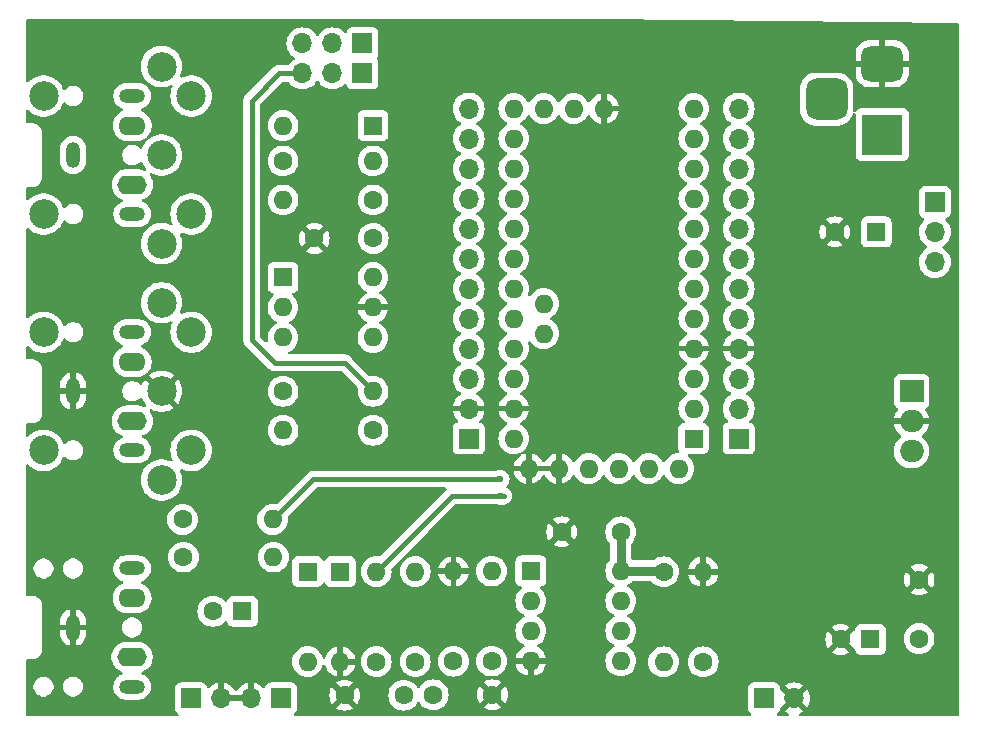
<source format=gbr>
%TF.GenerationSoftware,KiCad,Pcbnew,8.0.7*%
%TF.CreationDate,2025-05-07T21:26:37+01:00*%
%TF.ProjectId,ArduinoProMiniMIDIUSBHostCV,41726475-696e-46f5-9072-6f4d696e694d,rev?*%
%TF.SameCoordinates,Original*%
%TF.FileFunction,Copper,L2,Bot*%
%TF.FilePolarity,Positive*%
%FSLAX46Y46*%
G04 Gerber Fmt 4.6, Leading zero omitted, Abs format (unit mm)*
G04 Created by KiCad (PCBNEW 8.0.7) date 2025-05-07 21:26:37*
%MOMM*%
%LPD*%
G01*
G04 APERTURE LIST*
G04 Aperture macros list*
%AMRoundRect*
0 Rectangle with rounded corners*
0 $1 Rounding radius*
0 $2 $3 $4 $5 $6 $7 $8 $9 X,Y pos of 4 corners*
0 Add a 4 corners polygon primitive as box body*
4,1,4,$2,$3,$4,$5,$6,$7,$8,$9,$2,$3,0*
0 Add four circle primitives for the rounded corners*
1,1,$1+$1,$2,$3*
1,1,$1+$1,$4,$5*
1,1,$1+$1,$6,$7*
1,1,$1+$1,$8,$9*
0 Add four rect primitives between the rounded corners*
20,1,$1+$1,$2,$3,$4,$5,0*
20,1,$1+$1,$4,$5,$6,$7,0*
20,1,$1+$1,$6,$7,$8,$9,0*
20,1,$1+$1,$8,$9,$2,$3,0*%
G04 Aperture macros list end*
%TA.AperFunction,ComponentPad*%
%ADD10R,1.700000X1.700000*%
%TD*%
%TA.AperFunction,ComponentPad*%
%ADD11O,1.700000X1.700000*%
%TD*%
%TA.AperFunction,ComponentPad*%
%ADD12C,1.600000*%
%TD*%
%TA.AperFunction,ComponentPad*%
%ADD13O,1.600000X1.600000*%
%TD*%
%TA.AperFunction,ComponentPad*%
%ADD14R,1.600000X1.600000*%
%TD*%
%TA.AperFunction,ComponentPad*%
%ADD15O,2.200000X1.200000*%
%TD*%
%TA.AperFunction,ComponentPad*%
%ADD16O,2.300000X1.600000*%
%TD*%
%TA.AperFunction,ComponentPad*%
%ADD17O,1.200000X2.200000*%
%TD*%
%TA.AperFunction,ComponentPad*%
%ADD18O,2.500000X1.600000*%
%TD*%
%TA.AperFunction,ComponentPad*%
%ADD19R,2.000000X1.905000*%
%TD*%
%TA.AperFunction,ComponentPad*%
%ADD20O,2.000000X1.905000*%
%TD*%
%TA.AperFunction,WasherPad*%
%ADD21C,2.499360*%
%TD*%
%TA.AperFunction,ComponentPad*%
%ADD22C,2.499360*%
%TD*%
%TA.AperFunction,ComponentPad*%
%ADD23R,3.500000X3.500000*%
%TD*%
%TA.AperFunction,ComponentPad*%
%ADD24RoundRect,0.750000X-1.000000X0.750000X-1.000000X-0.750000X1.000000X-0.750000X1.000000X0.750000X0*%
%TD*%
%TA.AperFunction,ComponentPad*%
%ADD25RoundRect,0.875000X-0.875000X0.875000X-0.875000X-0.875000X0.875000X-0.875000X0.875000X0.875000X0*%
%TD*%
%TA.AperFunction,ViaPad*%
%ADD26C,0.600000*%
%TD*%
%TA.AperFunction,Conductor*%
%ADD27C,0.400000*%
%TD*%
%TA.AperFunction,Conductor*%
%ADD28C,0.800000*%
%TD*%
G04 APERTURE END LIST*
D10*
%TO.P,J9,1,Pin_1*%
%TO.N,Net-(J9-Pin_1)*%
X72120000Y-108000000D03*
D11*
%TO.P,J9,2,Pin_2*%
%TO.N,GND*%
X69580000Y-108000000D03*
%TD*%
D10*
%TO.P,J8,1,Pin_1*%
%TO.N,Net-(J8-Pin_1)*%
X64500000Y-108000000D03*
D11*
%TO.P,J8,2,Pin_2*%
%TO.N,GND*%
X67040000Y-108000000D03*
%TD*%
D12*
%TO.P,R14,1*%
%TO.N,Net-(J8-Pin_1)*%
X63780000Y-92850000D03*
D13*
%TO.P,R14,2*%
%TO.N,/MCU_GATE*%
X71400000Y-92850000D03*
%TD*%
D12*
%TO.P,R3,1*%
%TO.N,Net-(OUT1-Pad5)*%
X72280000Y-82000000D03*
D13*
%TO.P,R3,2*%
%TO.N,Net-(J4-Pin_3)*%
X79900000Y-82000000D03*
%TD*%
D12*
%TO.P,C6,1*%
%TO.N,Net-(U4A-+)*%
X85000000Y-107690000D03*
%TO.P,C6,2*%
%TO.N,GND*%
X90000000Y-107690000D03*
%TD*%
%TO.P,C5,1*%
%TO.N,Net-(C5-Pad1)*%
X82500000Y-107730000D03*
%TO.P,C5,2*%
%TO.N,GND*%
X77500000Y-107730000D03*
%TD*%
D14*
%TO.P,U2,1*%
%TO.N,Net-(D1-K)*%
X72270000Y-72360000D03*
D13*
%TO.P,U2,2*%
%TO.N,Net-(D1-A)*%
X72270000Y-74900000D03*
%TO.P,U2,3*%
%TO.N,unconnected-(U2-Pad3)*%
X72270000Y-77440000D03*
%TO.P,U2,4*%
%TO.N,Net-(J6-Pin_3)*%
X79890000Y-77440000D03*
%TO.P,U2,5*%
%TO.N,GND*%
X79890000Y-74900000D03*
%TO.P,U2,6*%
%TO.N,+3V3*%
X79890000Y-72360000D03*
%TD*%
D12*
%TO.P,C4,1*%
%TO.N,+5V*%
X126130000Y-102940000D03*
%TO.P,C4,2*%
%TO.N,GND*%
X126130000Y-97940000D03*
%TD*%
D15*
%TO.P,J1,R*%
%TO.N,Net-(J9-Pin_1)*%
X59500000Y-97000000D03*
D16*
%TO.P,J1,RN*%
%TO.N,N/C*%
X59500000Y-99500000D03*
D17*
%TO.P,J1,S*%
%TO.N,GND*%
X54500000Y-102000000D03*
D15*
%TO.P,J1,T*%
%TO.N,Net-(J8-Pin_1)*%
X59500000Y-107000000D03*
D18*
%TO.P,J1,TN*%
%TO.N,N/C*%
X59500000Y-104500000D03*
%TD*%
D12*
%TO.P,R10,1*%
%TO.N,Net-(C7-Pad1)*%
X63850000Y-96040000D03*
D13*
%TO.P,R10,2*%
%TO.N,Net-(D2-A)*%
X71470000Y-96040000D03*
%TD*%
D12*
%TO.P,R6,1*%
%TO.N,Net-(C5-Pad1)*%
X80170000Y-104880000D03*
D13*
%TO.P,R6,2*%
%TO.N,/MCU_PWM*%
X80170000Y-97260000D03*
%TD*%
D12*
%TO.P,R7,1*%
%TO.N,Net-(U4A-+)*%
X83470000Y-104880000D03*
D13*
%TO.P,R7,2*%
%TO.N,Net-(C5-Pad1)*%
X83470000Y-97260000D03*
%TD*%
D14*
%TO.P,C2,1*%
%TO.N,+5V*%
X122000000Y-103000000D03*
D12*
%TO.P,C2,2*%
%TO.N,GND*%
X119500000Y-103000000D03*
%TD*%
D19*
%TO.P,U1,1,IN*%
%TO.N,VCC*%
X125500000Y-82000000D03*
D20*
%TO.P,U1,2,GND*%
%TO.N,GND*%
X125500000Y-84540000D03*
%TO.P,U1,3,OUT*%
%TO.N,+5V*%
X125500000Y-87080000D03*
%TD*%
D14*
%TO.P,D3,1,K*%
%TO.N,Net-(D2-A)*%
X77120000Y-97270000D03*
D13*
%TO.P,D3,2,A*%
%TO.N,GND*%
X77120000Y-104890000D03*
%TD*%
D10*
%TO.P,J2,1,Pin_1*%
%TO.N,/UART_TX*%
X110860000Y-86000000D03*
D11*
%TO.P,J2,2,Pin_2*%
%TO.N,/UART_RX*%
X110860000Y-83460000D03*
%TO.P,J2,3,Pin_3*%
%TO.N,/USB_RST*%
X110860000Y-80920000D03*
%TO.P,J2,4,Pin_4*%
%TO.N,GND*%
X110860000Y-78380000D03*
%TO.P,J2,5,Pin_5*%
%TO.N,/MCU_GATE*%
X110860000Y-75840000D03*
%TO.P,J2,6,Pin_6*%
%TO.N,/MCU_PWM*%
X110860000Y-73300000D03*
%TO.P,J2,7,Pin_7*%
%TO.N,Net-(J2-Pin_7)*%
X110860000Y-70760000D03*
%TO.P,J2,8,Pin_8*%
%TO.N,Net-(J2-Pin_8)*%
X110860000Y-68220000D03*
%TO.P,J2,9,Pin_9*%
%TO.N,Net-(J2-Pin_9)*%
X110860000Y-65680000D03*
%TO.P,J2,10,Pin_10*%
%TO.N,Net-(J2-Pin_10)*%
X110860000Y-63140000D03*
%TO.P,J2,11,Pin_11*%
%TO.N,Net-(J2-Pin_11)*%
X110860000Y-60600000D03*
%TO.P,J2,12,Pin_12*%
%TO.N,/USB_INT*%
X110860000Y-58060000D03*
%TD*%
D12*
%TO.P,R11,1*%
%TO.N,Net-(U4B-+)*%
X107854000Y-104904000D03*
D13*
%TO.P,R11,2*%
%TO.N,GND*%
X107854000Y-97284000D03*
%TD*%
D10*
%TO.P,SW1,1,A*%
%TO.N,Net-(SW1-A)*%
X127460000Y-65960000D03*
D11*
%TO.P,SW1,2,B*%
%TO.N,VCC*%
X127460000Y-68500000D03*
%TO.P,SW1,3*%
%TO.N,N/C*%
X127460000Y-71040000D03*
%TD*%
D12*
%TO.P,R2,1*%
%TO.N,Net-(IN1-Pad4)*%
X72280000Y-62500000D03*
D13*
%TO.P,R2,2*%
%TO.N,Net-(D1-K)*%
X79900000Y-62500000D03*
%TD*%
D12*
%TO.P,R4,1*%
%TO.N,+3V3*%
X79900000Y-65800000D03*
D13*
%TO.P,R4,2*%
%TO.N,Net-(J6-Pin_3)*%
X72280000Y-65800000D03*
%TD*%
D10*
%TO.P,J5,1,Pin_1*%
%TO.N,+5V*%
X88000000Y-86000000D03*
D11*
%TO.P,J5,2,Pin_2*%
%TO.N,GND*%
X88000000Y-83460000D03*
%TO.P,J5,3,Pin_3*%
%TO.N,Net-(J5-Pin_3)*%
X88000000Y-80920000D03*
%TO.P,J5,4,Pin_4*%
%TO.N,+3V3*%
X88000000Y-78380000D03*
%TO.P,J5,5,Pin_5*%
%TO.N,Net-(J5-Pin_5)*%
X88000000Y-75840000D03*
%TO.P,J5,6,Pin_6*%
%TO.N,Net-(J5-Pin_6)*%
X88000000Y-73300000D03*
%TO.P,J5,7,Pin_7*%
%TO.N,Net-(J5-Pin_7)*%
X88000000Y-70760000D03*
%TO.P,J5,8,Pin_8*%
%TO.N,Net-(J5-Pin_8)*%
X88000000Y-68220000D03*
%TO.P,J5,9,Pin_9*%
%TO.N,/USB_CLK*%
X88000000Y-65680000D03*
%TO.P,J5,10,Pin_10*%
%TO.N,/USB_MISO*%
X88000000Y-63140000D03*
%TO.P,J5,11,Pin_11*%
%TO.N,/USB_MOSI*%
X88000000Y-60600000D03*
%TO.P,J5,12,Pin_12*%
%TO.N,/USB_SS*%
X88000000Y-58060000D03*
%TD*%
D14*
%TO.P,U3,1,D1/TX*%
%TO.N,/UART_TX*%
X107050000Y-86000000D03*
D13*
%TO.P,U3,2,D0/RX*%
%TO.N,/UART_RX*%
X107050000Y-83460000D03*
%TO.P,U3,3,RST*%
%TO.N,/USB_RST*%
X107050000Y-80920000D03*
%TO.P,U3,4,GND*%
%TO.N,GND*%
X107050000Y-78380000D03*
%TO.P,U3,5,D2*%
%TO.N,/MCU_GATE*%
X107050000Y-75840000D03*
%TO.P,U3,6,~D3*%
%TO.N,/MCU_PWM*%
X107050000Y-73300000D03*
%TO.P,U3,7,D4*%
%TO.N,Net-(J2-Pin_7)*%
X107050000Y-70760000D03*
%TO.P,U3,8,~D5*%
%TO.N,Net-(J2-Pin_8)*%
X107050000Y-68220000D03*
%TO.P,U3,9,~D6*%
%TO.N,Net-(J2-Pin_9)*%
X107050000Y-65680000D03*
%TO.P,U3,10,D7*%
%TO.N,Net-(J2-Pin_10)*%
X107050000Y-63140000D03*
%TO.P,U3,11,D8*%
%TO.N,Net-(J2-Pin_11)*%
X107050000Y-60600000D03*
%TO.P,U3,12,~D9*%
%TO.N,/USB_INT*%
X107050000Y-58060000D03*
%TO.P,U3,13,~D10*%
%TO.N,/USB_SS*%
X91810000Y-58060000D03*
%TO.P,U3,14,~D11*%
%TO.N,/USB_MOSI*%
X91810000Y-60600000D03*
%TO.P,U3,15,D12*%
%TO.N,/USB_MISO*%
X91810000Y-63140000D03*
%TO.P,U3,16,D13*%
%TO.N,/USB_CLK*%
X91810000Y-65680000D03*
%TO.P,U3,17,D14/A0*%
%TO.N,Net-(J5-Pin_8)*%
X91810000Y-68220000D03*
%TO.P,U3,18,D15/A1*%
%TO.N,Net-(J5-Pin_7)*%
X91810000Y-70760000D03*
%TO.P,U3,19,D16/A2*%
%TO.N,Net-(J5-Pin_6)*%
X91810000Y-73300000D03*
%TO.P,U3,20,D17/A3*%
%TO.N,Net-(J5-Pin_5)*%
X91810000Y-75840000D03*
%TO.P,U3,21,VCC*%
%TO.N,+3V3*%
X91810000Y-78380000D03*
%TO.P,U3,22,RST*%
%TO.N,Net-(J5-Pin_3)*%
X91810000Y-80920000D03*
%TO.P,U3,23,GND*%
%TO.N,GND*%
X91810000Y-83460000D03*
%TO.P,U3,24,RAW*%
%TO.N,+5V*%
X91810000Y-86000000D03*
%TO.P,U3,A4,A4*%
%TO.N,unconnected-(U3-PadA4)*%
X94350000Y-74570000D03*
%TO.P,U3,A5,A5*%
%TO.N,unconnected-(U3-PadA5)*%
X94350000Y-77110000D03*
%TO.P,U3,A6,A6*%
%TO.N,unconnected-(U3-PadA6)*%
X94350000Y-58060000D03*
%TO.P,U3,A7,A7*%
%TO.N,unconnected-(U3-PadA7)*%
X96890000Y-58060000D03*
%TO.P,U3,G,GND*%
%TO.N,GND*%
X99430000Y-58060000D03*
%TO.P,U3,H1,DTR*%
%TO.N,unconnected-(U3-DTR-PadH1)*%
X105780000Y-88540000D03*
%TO.P,U3,H2,TX*%
%TO.N,unconnected-(U3-TX-PadH2)*%
X103240000Y-88540000D03*
%TO.P,U3,H3,RX*%
%TO.N,unconnected-(U3-RX-PadH3)*%
X100700000Y-88540000D03*
%TO.P,U3,H4,VCC*%
%TO.N,unconnected-(U3-VCC-PadH4)*%
X98160000Y-88540000D03*
%TO.P,U3,H5,GND*%
%TO.N,GND*%
X95620000Y-88540000D03*
%TO.P,U3,H6,GND*%
X93080000Y-88540000D03*
%TD*%
D21*
%TO.P,OUT1,*%
%TO.N,*%
X52002300Y-76998740D03*
X52002300Y-87001260D03*
D22*
%TO.P,OUT1,1*%
%TO.N,unconnected-(OUT1-Pad1)*%
X61997200Y-89498080D03*
%TO.P,OUT1,2*%
%TO.N,GND*%
X61999740Y-82000000D03*
D17*
X54510000Y-82000000D03*
D22*
%TO.P,OUT1,3*%
%TO.N,unconnected-(OUT1-Pad3)*%
X61997200Y-74501920D03*
D15*
%TO.P,OUT1,4*%
%TO.N,Net-(OUT1-Pad4)*%
X59510000Y-77000000D03*
D22*
X64499100Y-86996180D03*
%TO.P,OUT1,5*%
%TO.N,Net-(OUT1-Pad5)*%
X64499100Y-77003820D03*
D15*
X59510000Y-87000000D03*
D16*
%TO.P,OUT1,RN*%
%TO.N,N/C*%
X59510000Y-79500000D03*
D18*
%TO.P,OUT1,TN*%
X59510000Y-84500000D03*
%TD*%
D12*
%TO.P,R1,1*%
%TO.N,+3V3*%
X79900000Y-85300000D03*
D13*
%TO.P,R1,2*%
%TO.N,Net-(OUT1-Pad4)*%
X72280000Y-85300000D03*
%TD*%
D21*
%TO.P,IN1,*%
%TO.N,*%
X52002300Y-56998740D03*
X52002300Y-67001260D03*
D22*
%TO.P,IN1,1*%
%TO.N,unconnected-(IN1-Pad1)*%
X61997200Y-69498080D03*
%TO.P,IN1,2*%
%TO.N,unconnected-(IN1-Pad2)_1*%
X61999740Y-62000000D03*
D17*
%TO.N,unconnected-(IN1-Pad2)*%
X54510000Y-62000000D03*
D22*
%TO.P,IN1,3*%
%TO.N,unconnected-(IN1-Pad3)*%
X61997200Y-54501920D03*
D15*
%TO.P,IN1,4*%
%TO.N,Net-(IN1-Pad4)*%
X59510000Y-57000000D03*
D22*
X64499100Y-66996180D03*
%TO.P,IN1,5*%
%TO.N,Net-(D1-A)*%
X64499100Y-57003820D03*
D15*
X59510000Y-67000000D03*
D16*
%TO.P,IN1,RN*%
%TO.N,N/C*%
X59510000Y-59500000D03*
D18*
%TO.P,IN1,TN*%
X59510000Y-64500000D03*
%TD*%
D10*
%TO.P,J7,1,Pin_1*%
%TO.N,+5V*%
X113000000Y-108000000D03*
D11*
%TO.P,J7,2,Pin_2*%
%TO.N,GND*%
X115540000Y-108000000D03*
%TD*%
D14*
%TO.P,D1,1,K*%
%TO.N,Net-(D1-K)*%
X79900000Y-59500000D03*
D13*
%TO.P,D1,2,A*%
%TO.N,Net-(D1-A)*%
X72280000Y-59500000D03*
%TD*%
D14*
%TO.P,D2,1,K*%
%TO.N,+5V*%
X74360000Y-97260000D03*
D13*
%TO.P,D2,2,A*%
%TO.N,Net-(D2-A)*%
X74360000Y-104880000D03*
%TD*%
D14*
%TO.P,C7,1*%
%TO.N,Net-(C7-Pad1)*%
X68835113Y-100620000D03*
D12*
%TO.P,C7,2*%
%TO.N,Net-(J9-Pin_1)*%
X66335113Y-100620000D03*
%TD*%
D14*
%TO.P,U4,1*%
%TO.N,Net-(D2-A)*%
X93260000Y-97200000D03*
D13*
%TO.P,U4,2,-*%
%TO.N,Net-(U4A--)*%
X93260000Y-99740000D03*
%TO.P,U4,3,+*%
%TO.N,Net-(U4A-+)*%
X93260000Y-102280000D03*
%TO.P,U4,4,V-*%
%TO.N,GND*%
X93260000Y-104820000D03*
%TO.P,U4,5,+*%
%TO.N,Net-(U4B-+)*%
X100880000Y-104820000D03*
%TO.P,U4,6,-*%
%TO.N,Net-(U4B--)*%
X100880000Y-102280000D03*
%TO.P,U4,7*%
X100880000Y-99740000D03*
%TO.P,U4,8,V+*%
%TO.N,+5V*%
X100880000Y-97200000D03*
%TD*%
D14*
%TO.P,C1,1*%
%TO.N,VCC*%
X122500000Y-68500000D03*
D12*
%TO.P,C1,2*%
%TO.N,GND*%
X119000000Y-68500000D03*
%TD*%
%TO.P,R5,1*%
%TO.N,+5V*%
X104494000Y-97284000D03*
D13*
%TO.P,R5,2*%
%TO.N,Net-(U4B-+)*%
X104494000Y-104904000D03*
%TD*%
D12*
%TO.P,C3,1*%
%TO.N,GND*%
X74920000Y-69050000D03*
%TO.P,C3,2*%
%TO.N,+3V3*%
X79920000Y-69050000D03*
%TD*%
%TO.P,R8,1*%
%TO.N,Net-(U4A--)*%
X86710000Y-104860000D03*
D13*
%TO.P,R8,2*%
%TO.N,GND*%
X86710000Y-97240000D03*
%TD*%
D12*
%TO.P,R9,1*%
%TO.N,Net-(U4A--)*%
X89940000Y-104840000D03*
D13*
%TO.P,R9,2*%
%TO.N,Net-(D2-A)*%
X89940000Y-97220000D03*
%TD*%
D12*
%TO.P,C8,1*%
%TO.N,+5V*%
X100880000Y-93900000D03*
%TO.P,C8,2*%
%TO.N,GND*%
X95880000Y-93900000D03*
%TD*%
D10*
%TO.P,J4,1,Pin_1*%
%TO.N,unconnected-(J4-Pin_1-Pad1)*%
X79000000Y-55080000D03*
D11*
%TO.P,J4,2,Pin_2*%
%TO.N,/UART_TX*%
X76460000Y-55080000D03*
%TO.P,J4,3,Pin_3*%
%TO.N,Net-(J4-Pin_3)*%
X73920000Y-55080000D03*
%TD*%
D10*
%TO.P,J6,1,Pin_1*%
%TO.N,unconnected-(J6-Pin_1-Pad1)*%
X79000000Y-52540000D03*
D11*
%TO.P,J6,2,Pin_2*%
%TO.N,/UART_RX*%
X76460000Y-52540000D03*
%TO.P,J6,3,Pin_3*%
%TO.N,Net-(J6-Pin_3)*%
X73920000Y-52540000D03*
%TD*%
D23*
%TO.P,J3,1*%
%TO.N,Net-(SW1-A)*%
X123000000Y-60260000D03*
D24*
%TO.P,J3,2*%
%TO.N,GND*%
X123000000Y-54260000D03*
D25*
%TO.P,J3,3*%
%TO.N,unconnected-(J3-Pad3)*%
X118300000Y-57260000D03*
%TD*%
D26*
%TO.N,GND*%
X103200000Y-85960000D03*
X101050000Y-66880000D03*
X105310000Y-66980000D03*
X101200000Y-74710000D03*
X61310000Y-94940000D03*
X62050000Y-108580000D03*
X62270000Y-103850000D03*
X71150000Y-103040000D03*
X62210000Y-99120000D03*
%TO.N,/MCU_PWM*%
X90710000Y-90840000D03*
%TO.N,GND*%
X72610000Y-88340000D03*
%TO.N,/MCU_GATE*%
X90650000Y-89440000D03*
%TO.N,GND*%
X77110000Y-91300000D03*
X108830000Y-107880000D03*
X97150000Y-100450000D03*
X88390000Y-55640000D03*
X86150000Y-88090000D03*
X114850000Y-60800000D03*
X81950000Y-92810000D03*
X81800000Y-105410000D03*
X88390000Y-51470000D03*
X71310000Y-57740000D03*
X69040000Y-55270000D03*
X119010000Y-108000000D03*
X98750000Y-51550000D03*
X81820000Y-98880000D03*
X98730000Y-55750000D03*
X112330000Y-101340000D03*
X83590000Y-59600000D03*
X120020000Y-84090000D03*
X55810000Y-91840000D03*
X87390000Y-93180000D03*
X83800000Y-68840000D03*
X109440000Y-51800000D03*
X128260000Y-108160000D03*
X96520000Y-108000000D03*
X119770000Y-94030000D03*
X109680000Y-88530000D03*
X102570000Y-92230000D03*
X128360000Y-76230000D03*
%TD*%
D27*
%TO.N,/MCU_GATE*%
X74810000Y-89440000D02*
X90650000Y-89440000D01*
X71400000Y-92850000D02*
X74810000Y-89440000D01*
%TO.N,/MCU_PWM*%
X90710000Y-90840000D02*
X86590000Y-90840000D01*
X86590000Y-90840000D02*
X80170000Y-97260000D01*
X90990000Y-90840000D02*
X90710000Y-90840000D01*
D28*
%TO.N,+5V*%
X100880000Y-97200000D02*
X104410000Y-97200000D01*
X100880000Y-93900000D02*
X100880000Y-97200000D01*
D27*
%TO.N,Net-(J4-Pin_3)*%
X79900000Y-82000000D02*
X77510000Y-79610000D01*
X71920000Y-55080000D02*
X73920000Y-55080000D01*
X69610000Y-77632943D02*
X69610000Y-57390000D01*
X77510000Y-79580000D02*
X71560000Y-79580000D01*
X77510000Y-79610000D02*
X77510000Y-79580000D01*
X69610000Y-57390000D02*
X71920000Y-55080000D01*
X71560000Y-79580000D02*
X71558528Y-79581472D01*
X71558528Y-79581472D02*
X69610000Y-77632943D01*
%TD*%
%TA.AperFunction,Conductor*%
%TO.N,GND*%
G36*
X95299920Y-88294394D02*
G01*
X95247259Y-88385606D01*
X95220000Y-88487339D01*
X95220000Y-88592661D01*
X95247259Y-88694394D01*
X95299920Y-88785606D01*
X95304314Y-88790000D01*
X93395686Y-88790000D01*
X93400080Y-88785606D01*
X93452741Y-88694394D01*
X93480000Y-88592661D01*
X93480000Y-88487339D01*
X93452741Y-88385606D01*
X93400080Y-88294394D01*
X93395686Y-88290000D01*
X95304314Y-88290000D01*
X95299920Y-88294394D01*
G37*
%TD.AperFunction*%
%TA.AperFunction,Conductor*%
G36*
X98985121Y-50500506D02*
G01*
X99091503Y-50501593D01*
X129376772Y-50811049D01*
X129443602Y-50831417D01*
X129488815Y-50884686D01*
X129499500Y-50935042D01*
X129499500Y-109375500D01*
X129479815Y-109442539D01*
X129427011Y-109488294D01*
X129375500Y-109499500D01*
X116078012Y-109499500D01*
X116010973Y-109479815D01*
X115965218Y-109427011D01*
X115955274Y-109357853D01*
X115984299Y-109294297D01*
X116025607Y-109263118D01*
X116217580Y-109173599D01*
X116301371Y-109114925D01*
X115669408Y-108482962D01*
X115732993Y-108465925D01*
X115847007Y-108400099D01*
X115940099Y-108307007D01*
X116005925Y-108192993D01*
X116022962Y-108129408D01*
X116654925Y-108761371D01*
X116713599Y-108677580D01*
X116813429Y-108463492D01*
X116813433Y-108463483D01*
X116874567Y-108235326D01*
X116874569Y-108235315D01*
X116895157Y-108000000D01*
X116895157Y-107999998D01*
X116874569Y-107764684D01*
X116874567Y-107764673D01*
X116813433Y-107536516D01*
X116813429Y-107536507D01*
X116713601Y-107322424D01*
X116654925Y-107238626D01*
X116022962Y-107870590D01*
X116005925Y-107807007D01*
X115940099Y-107692993D01*
X115847007Y-107599901D01*
X115732993Y-107534075D01*
X115669409Y-107517037D01*
X116301372Y-106885073D01*
X116217576Y-106826398D01*
X116003492Y-106726570D01*
X116003483Y-106726566D01*
X115775326Y-106665432D01*
X115775315Y-106665430D01*
X115540002Y-106644843D01*
X115539998Y-106644843D01*
X115304684Y-106665430D01*
X115304673Y-106665432D01*
X115076516Y-106726566D01*
X115076507Y-106726570D01*
X114862423Y-106826399D01*
X114862421Y-106826400D01*
X114778627Y-106885073D01*
X114778626Y-106885073D01*
X115410591Y-107517037D01*
X115347007Y-107534075D01*
X115232993Y-107599901D01*
X115139901Y-107692993D01*
X115074075Y-107807007D01*
X115057037Y-107870590D01*
X114386818Y-107200371D01*
X114353333Y-107139048D01*
X114350499Y-107112690D01*
X114350499Y-107102129D01*
X114350498Y-107102123D01*
X114350497Y-107102116D01*
X114344091Y-107042517D01*
X114343002Y-107039598D01*
X114293797Y-106907671D01*
X114293793Y-106907664D01*
X114207547Y-106792455D01*
X114207544Y-106792452D01*
X114092335Y-106706206D01*
X114092328Y-106706202D01*
X113957482Y-106655908D01*
X113957483Y-106655908D01*
X113897883Y-106649501D01*
X113897881Y-106649500D01*
X113897873Y-106649500D01*
X113897864Y-106649500D01*
X112102129Y-106649500D01*
X112102123Y-106649501D01*
X112042516Y-106655908D01*
X111907671Y-106706202D01*
X111907664Y-106706206D01*
X111792455Y-106792452D01*
X111792452Y-106792455D01*
X111706206Y-106907664D01*
X111706202Y-106907671D01*
X111655908Y-107042517D01*
X111651168Y-107086610D01*
X111649501Y-107102123D01*
X111649500Y-107102135D01*
X111649500Y-108897870D01*
X111649501Y-108897876D01*
X111655908Y-108957483D01*
X111706202Y-109092328D01*
X111706206Y-109092335D01*
X111792452Y-109207544D01*
X111792455Y-109207547D01*
X111884208Y-109276234D01*
X111926079Y-109332168D01*
X111931063Y-109401859D01*
X111897577Y-109463182D01*
X111836254Y-109496666D01*
X111809897Y-109499500D01*
X73310103Y-109499500D01*
X73243064Y-109479815D01*
X73197309Y-109427011D01*
X73187365Y-109357853D01*
X73216390Y-109294297D01*
X73235792Y-109276234D01*
X73295240Y-109231730D01*
X73327546Y-109207546D01*
X73413796Y-109092331D01*
X73464091Y-108957483D01*
X73470500Y-108897873D01*
X73470499Y-107729997D01*
X76195034Y-107729997D01*
X76195034Y-107730002D01*
X76214858Y-107956599D01*
X76214860Y-107956610D01*
X76273730Y-108176317D01*
X76273735Y-108176331D01*
X76369863Y-108382478D01*
X76420974Y-108455472D01*
X77100000Y-107776446D01*
X77100000Y-107782661D01*
X77127259Y-107884394D01*
X77179920Y-107975606D01*
X77254394Y-108050080D01*
X77345606Y-108102741D01*
X77447339Y-108130000D01*
X77453553Y-108130000D01*
X76774526Y-108809025D01*
X76847513Y-108860132D01*
X76847521Y-108860136D01*
X77053668Y-108956264D01*
X77053682Y-108956269D01*
X77273389Y-109015139D01*
X77273400Y-109015141D01*
X77499998Y-109034966D01*
X77500002Y-109034966D01*
X77726599Y-109015141D01*
X77726610Y-109015139D01*
X77946317Y-108956269D01*
X77946331Y-108956264D01*
X78152478Y-108860136D01*
X78225471Y-108809024D01*
X77546447Y-108130000D01*
X77552661Y-108130000D01*
X77654394Y-108102741D01*
X77745606Y-108050080D01*
X77820080Y-107975606D01*
X77872741Y-107884394D01*
X77900000Y-107782661D01*
X77900000Y-107776447D01*
X78579024Y-108455471D01*
X78630136Y-108382478D01*
X78726264Y-108176331D01*
X78726269Y-108176317D01*
X78785139Y-107956610D01*
X78785141Y-107956599D01*
X78804966Y-107730002D01*
X78804966Y-107729998D01*
X81194532Y-107729998D01*
X81194532Y-107730001D01*
X81214364Y-107956686D01*
X81214366Y-107956697D01*
X81273258Y-108176488D01*
X81273261Y-108176497D01*
X81369431Y-108382732D01*
X81369432Y-108382734D01*
X81499954Y-108569141D01*
X81660858Y-108730045D01*
X81660861Y-108730047D01*
X81847266Y-108860568D01*
X82053504Y-108956739D01*
X82053509Y-108956740D01*
X82053511Y-108956741D01*
X82106415Y-108970916D01*
X82273308Y-109015635D01*
X82435230Y-109029801D01*
X82499998Y-109035468D01*
X82500000Y-109035468D01*
X82500002Y-109035468D01*
X82556673Y-109030509D01*
X82726692Y-109015635D01*
X82946496Y-108956739D01*
X83152734Y-108860568D01*
X83339139Y-108730047D01*
X83500047Y-108569139D01*
X83630568Y-108382734D01*
X83646945Y-108347611D01*
X83693115Y-108295176D01*
X83760309Y-108276023D01*
X83827190Y-108296238D01*
X83864419Y-108339373D01*
X83866724Y-108338043D01*
X83869432Y-108342734D01*
X83999954Y-108529141D01*
X84160858Y-108690045D01*
X84160861Y-108690047D01*
X84347266Y-108820568D01*
X84553504Y-108916739D01*
X84773308Y-108975635D01*
X84935230Y-108989801D01*
X84999998Y-108995468D01*
X85000000Y-108995468D01*
X85000002Y-108995468D01*
X85056673Y-108990509D01*
X85226692Y-108975635D01*
X85446496Y-108916739D01*
X85652734Y-108820568D01*
X85839139Y-108690047D01*
X86000047Y-108529139D01*
X86130568Y-108342734D01*
X86226739Y-108136496D01*
X86285635Y-107916692D01*
X86305468Y-107690000D01*
X86305468Y-107689997D01*
X88695034Y-107689997D01*
X88695034Y-107690002D01*
X88714858Y-107916599D01*
X88714860Y-107916610D01*
X88773730Y-108136317D01*
X88773735Y-108136331D01*
X88869863Y-108342478D01*
X88920974Y-108415472D01*
X89600000Y-107736446D01*
X89600000Y-107742661D01*
X89627259Y-107844394D01*
X89679920Y-107935606D01*
X89754394Y-108010080D01*
X89845606Y-108062741D01*
X89947339Y-108090000D01*
X89953553Y-108090000D01*
X89274526Y-108769025D01*
X89347513Y-108820132D01*
X89347521Y-108820136D01*
X89553668Y-108916264D01*
X89553682Y-108916269D01*
X89773389Y-108975139D01*
X89773400Y-108975141D01*
X89999998Y-108994966D01*
X90000002Y-108994966D01*
X90226599Y-108975141D01*
X90226610Y-108975139D01*
X90446317Y-108916269D01*
X90446331Y-108916264D01*
X90652478Y-108820136D01*
X90725471Y-108769024D01*
X90046447Y-108090000D01*
X90052661Y-108090000D01*
X90154394Y-108062741D01*
X90245606Y-108010080D01*
X90320080Y-107935606D01*
X90372741Y-107844394D01*
X90400000Y-107742661D01*
X90400000Y-107736447D01*
X91079024Y-108415471D01*
X91130136Y-108342478D01*
X91226264Y-108136331D01*
X91226269Y-108136317D01*
X91285139Y-107916610D01*
X91285141Y-107916599D01*
X91304966Y-107690002D01*
X91304966Y-107689997D01*
X91285141Y-107463400D01*
X91285139Y-107463389D01*
X91226269Y-107243682D01*
X91226263Y-107243666D01*
X91130136Y-107037521D01*
X91130132Y-107037513D01*
X91079025Y-106964526D01*
X90400000Y-107643551D01*
X90400000Y-107637339D01*
X90372741Y-107535606D01*
X90320080Y-107444394D01*
X90245606Y-107369920D01*
X90154394Y-107317259D01*
X90052661Y-107290000D01*
X90046445Y-107290000D01*
X90725472Y-106610974D01*
X90652478Y-106559863D01*
X90446331Y-106463735D01*
X90446317Y-106463730D01*
X90226610Y-106404860D01*
X90226599Y-106404858D01*
X90012807Y-106386154D01*
X89975121Y-106371413D01*
X89940818Y-106389444D01*
X89927193Y-106391403D01*
X89773399Y-106404858D01*
X89773389Y-106404860D01*
X89553682Y-106463730D01*
X89553673Y-106463734D01*
X89347516Y-106559866D01*
X89347512Y-106559868D01*
X89274526Y-106610973D01*
X89274526Y-106610974D01*
X89953553Y-107290000D01*
X89947339Y-107290000D01*
X89845606Y-107317259D01*
X89754394Y-107369920D01*
X89679920Y-107444394D01*
X89627259Y-107535606D01*
X89600000Y-107637339D01*
X89600000Y-107643552D01*
X88920974Y-106964526D01*
X88920973Y-106964526D01*
X88869868Y-107037512D01*
X88869866Y-107037516D01*
X88773737Y-107243666D01*
X88773730Y-107243682D01*
X88714860Y-107463389D01*
X88714858Y-107463400D01*
X88695034Y-107689997D01*
X86305468Y-107689997D01*
X86285635Y-107463308D01*
X86226787Y-107243682D01*
X86226741Y-107243511D01*
X86226738Y-107243502D01*
X86224464Y-107238626D01*
X86130568Y-107037266D01*
X86000047Y-106850861D01*
X86000045Y-106850858D01*
X85839141Y-106689954D01*
X85652734Y-106559432D01*
X85652732Y-106559431D01*
X85446497Y-106463261D01*
X85446488Y-106463258D01*
X85226697Y-106404366D01*
X85226693Y-106404365D01*
X85226692Y-106404365D01*
X85226691Y-106404364D01*
X85226686Y-106404364D01*
X85000002Y-106384532D01*
X84999998Y-106384532D01*
X84773313Y-106404364D01*
X84773302Y-106404366D01*
X84553511Y-106463258D01*
X84553502Y-106463261D01*
X84347267Y-106559431D01*
X84347265Y-106559432D01*
X84160858Y-106689954D01*
X83999954Y-106850858D01*
X83869432Y-107037265D01*
X83869430Y-107037269D01*
X83853054Y-107072387D01*
X83806881Y-107124825D01*
X83739687Y-107143976D01*
X83672806Y-107123759D01*
X83635879Y-107080453D01*
X83633276Y-107081957D01*
X83630567Y-107077265D01*
X83627151Y-107072387D01*
X83511816Y-106907669D01*
X83500045Y-106890858D01*
X83339141Y-106729954D01*
X83152734Y-106599432D01*
X83152732Y-106599431D01*
X82946497Y-106503261D01*
X82946488Y-106503258D01*
X82726697Y-106444366D01*
X82726693Y-106444365D01*
X82726692Y-106444365D01*
X82726691Y-106444364D01*
X82726686Y-106444364D01*
X82500002Y-106424532D01*
X82499998Y-106424532D01*
X82273313Y-106444364D01*
X82273302Y-106444366D01*
X82053511Y-106503258D01*
X82053502Y-106503261D01*
X81847267Y-106599431D01*
X81847265Y-106599432D01*
X81660858Y-106729954D01*
X81499954Y-106890858D01*
X81369432Y-107077265D01*
X81369431Y-107077267D01*
X81273261Y-107283502D01*
X81273258Y-107283511D01*
X81214366Y-107503302D01*
X81214364Y-107503313D01*
X81194532Y-107729998D01*
X78804966Y-107729998D01*
X78804966Y-107729997D01*
X78785141Y-107503400D01*
X78785139Y-107503389D01*
X78726269Y-107283682D01*
X78726264Y-107283668D01*
X78630136Y-107077521D01*
X78630132Y-107077513D01*
X78579025Y-107004526D01*
X77900000Y-107683551D01*
X77900000Y-107677339D01*
X77872741Y-107575606D01*
X77820080Y-107484394D01*
X77745606Y-107409920D01*
X77654394Y-107357259D01*
X77552661Y-107330000D01*
X77546445Y-107330000D01*
X78225472Y-106650974D01*
X78152478Y-106599863D01*
X77946331Y-106503735D01*
X77946317Y-106503730D01*
X77726610Y-106444860D01*
X77726599Y-106444858D01*
X77500002Y-106425034D01*
X77499998Y-106425034D01*
X77273400Y-106444858D01*
X77273389Y-106444860D01*
X77053682Y-106503730D01*
X77053673Y-106503734D01*
X76847516Y-106599866D01*
X76847512Y-106599868D01*
X76774526Y-106650973D01*
X76774526Y-106650974D01*
X77453553Y-107330000D01*
X77447339Y-107330000D01*
X77345606Y-107357259D01*
X77254394Y-107409920D01*
X77179920Y-107484394D01*
X77127259Y-107575606D01*
X77100000Y-107677339D01*
X77100000Y-107683552D01*
X76420974Y-107004526D01*
X76420973Y-107004526D01*
X76369868Y-107077512D01*
X76369866Y-107077516D01*
X76273734Y-107283673D01*
X76273730Y-107283682D01*
X76214860Y-107503389D01*
X76214858Y-107503400D01*
X76195034Y-107729997D01*
X73470499Y-107729997D01*
X73470499Y-107102128D01*
X73464091Y-107042517D01*
X73463002Y-107039598D01*
X73413797Y-106907671D01*
X73413793Y-106907664D01*
X73327547Y-106792455D01*
X73327544Y-106792452D01*
X73212335Y-106706206D01*
X73212328Y-106706202D01*
X73077482Y-106655908D01*
X73077483Y-106655908D01*
X73017883Y-106649501D01*
X73017881Y-106649500D01*
X73017873Y-106649500D01*
X73017864Y-106649500D01*
X71222129Y-106649500D01*
X71222123Y-106649501D01*
X71162516Y-106655908D01*
X71027671Y-106706202D01*
X71027664Y-106706206D01*
X70912455Y-106792452D01*
X70912452Y-106792455D01*
X70826206Y-106907664D01*
X70826202Y-106907671D01*
X70776997Y-107039598D01*
X70735126Y-107095532D01*
X70669661Y-107119949D01*
X70601388Y-107105097D01*
X70573134Y-107083946D01*
X70451082Y-106961894D01*
X70257578Y-106826399D01*
X70043492Y-106726570D01*
X70043486Y-106726567D01*
X69830000Y-106669364D01*
X69830000Y-107566988D01*
X69772993Y-107534075D01*
X69645826Y-107500000D01*
X69514174Y-107500000D01*
X69387007Y-107534075D01*
X69330000Y-107566988D01*
X69330000Y-106669364D01*
X69329999Y-106669364D01*
X69116513Y-106726567D01*
X69116507Y-106726570D01*
X68902422Y-106826399D01*
X68902420Y-106826400D01*
X68708926Y-106961886D01*
X68708920Y-106961891D01*
X68541891Y-107128920D01*
X68541890Y-107128922D01*
X68411575Y-107315031D01*
X68356998Y-107358655D01*
X68287499Y-107365848D01*
X68225145Y-107334326D01*
X68208425Y-107315031D01*
X68078109Y-107128922D01*
X68078108Y-107128920D01*
X67911082Y-106961894D01*
X67717578Y-106826399D01*
X67503492Y-106726570D01*
X67503486Y-106726567D01*
X67290000Y-106669364D01*
X67290000Y-107566988D01*
X67232993Y-107534075D01*
X67105826Y-107500000D01*
X66974174Y-107500000D01*
X66847007Y-107534075D01*
X66790000Y-107566988D01*
X66790000Y-106669364D01*
X66789999Y-106669364D01*
X66576513Y-106726567D01*
X66576507Y-106726570D01*
X66362422Y-106826399D01*
X66362420Y-106826400D01*
X66168926Y-106961886D01*
X66046865Y-107083947D01*
X65985542Y-107117431D01*
X65915850Y-107112447D01*
X65859917Y-107070575D01*
X65843002Y-107039598D01*
X65842227Y-107037521D01*
X65814021Y-106961894D01*
X65793797Y-106907671D01*
X65793793Y-106907664D01*
X65707547Y-106792455D01*
X65707544Y-106792452D01*
X65592335Y-106706206D01*
X65592328Y-106706202D01*
X65457482Y-106655908D01*
X65457483Y-106655908D01*
X65397883Y-106649501D01*
X65397881Y-106649500D01*
X65397873Y-106649500D01*
X65397864Y-106649500D01*
X63602129Y-106649500D01*
X63602123Y-106649501D01*
X63542516Y-106655908D01*
X63407671Y-106706202D01*
X63407664Y-106706206D01*
X63292455Y-106792452D01*
X63292452Y-106792455D01*
X63206206Y-106907664D01*
X63206202Y-106907671D01*
X63155908Y-107042517D01*
X63151168Y-107086610D01*
X63149501Y-107102123D01*
X63149500Y-107102135D01*
X63149500Y-108897870D01*
X63149501Y-108897876D01*
X63155908Y-108957483D01*
X63206202Y-109092328D01*
X63206206Y-109092335D01*
X63292452Y-109207544D01*
X63292455Y-109207547D01*
X63384208Y-109276234D01*
X63426079Y-109332168D01*
X63431063Y-109401859D01*
X63397577Y-109463182D01*
X63336254Y-109496666D01*
X63309897Y-109499500D01*
X50624500Y-109499500D01*
X50557461Y-109479815D01*
X50511706Y-109427011D01*
X50500500Y-109375500D01*
X50500500Y-106916228D01*
X51149500Y-106916228D01*
X51149500Y-107083771D01*
X51182182Y-107248074D01*
X51182184Y-107248082D01*
X51246295Y-107402860D01*
X51339373Y-107542162D01*
X51457837Y-107660626D01*
X51550494Y-107722537D01*
X51597137Y-107753703D01*
X51751918Y-107817816D01*
X51885536Y-107844394D01*
X51916228Y-107850499D01*
X51916232Y-107850500D01*
X51916233Y-107850500D01*
X52083768Y-107850500D01*
X52083769Y-107850499D01*
X52248082Y-107817816D01*
X52402863Y-107753703D01*
X52542162Y-107660626D01*
X52660626Y-107542162D01*
X52753703Y-107402863D01*
X52817816Y-107248082D01*
X52850500Y-107083767D01*
X52850500Y-106916233D01*
X52850499Y-106916228D01*
X53649500Y-106916228D01*
X53649500Y-107083771D01*
X53682182Y-107248074D01*
X53682184Y-107248082D01*
X53746295Y-107402860D01*
X53839373Y-107542162D01*
X53957837Y-107660626D01*
X54050494Y-107722537D01*
X54097137Y-107753703D01*
X54251918Y-107817816D01*
X54385536Y-107844394D01*
X54416228Y-107850499D01*
X54416232Y-107850500D01*
X54416233Y-107850500D01*
X54583768Y-107850500D01*
X54583769Y-107850499D01*
X54748082Y-107817816D01*
X54902863Y-107753703D01*
X55042162Y-107660626D01*
X55160626Y-107542162D01*
X55253703Y-107402863D01*
X55317816Y-107248082D01*
X55350500Y-107083767D01*
X55350500Y-106916233D01*
X55317816Y-106751918D01*
X55254834Y-106599868D01*
X55253704Y-106597139D01*
X55240618Y-106577555D01*
X55191293Y-106503734D01*
X55160626Y-106457837D01*
X55042162Y-106339373D01*
X54902860Y-106246295D01*
X54748082Y-106182184D01*
X54748074Y-106182182D01*
X54583771Y-106149500D01*
X54583767Y-106149500D01*
X54416233Y-106149500D01*
X54416228Y-106149500D01*
X54251925Y-106182182D01*
X54251917Y-106182184D01*
X54097139Y-106246295D01*
X53957837Y-106339373D01*
X53839373Y-106457837D01*
X53746295Y-106597139D01*
X53682184Y-106751917D01*
X53682182Y-106751925D01*
X53649500Y-106916228D01*
X52850499Y-106916228D01*
X52817816Y-106751918D01*
X52754834Y-106599868D01*
X52753704Y-106597139D01*
X52740618Y-106577555D01*
X52691293Y-106503734D01*
X52660626Y-106457837D01*
X52542162Y-106339373D01*
X52402860Y-106246295D01*
X52248082Y-106182184D01*
X52248074Y-106182182D01*
X52083771Y-106149500D01*
X52083767Y-106149500D01*
X51916233Y-106149500D01*
X51916228Y-106149500D01*
X51751925Y-106182182D01*
X51751917Y-106182184D01*
X51597139Y-106246295D01*
X51457837Y-106339373D01*
X51339373Y-106457837D01*
X51246295Y-106597139D01*
X51182184Y-106751917D01*
X51182182Y-106751925D01*
X51149500Y-106916228D01*
X50500500Y-106916228D01*
X50500500Y-104824500D01*
X50520185Y-104757461D01*
X50572989Y-104711706D01*
X50624500Y-104700500D01*
X51088693Y-104700500D01*
X51088694Y-104700499D01*
X51146682Y-104688964D01*
X51262658Y-104665896D01*
X51262661Y-104665894D01*
X51262666Y-104665894D01*
X51426547Y-104598013D01*
X51574035Y-104499464D01*
X51675851Y-104397648D01*
X57749500Y-104397648D01*
X57749500Y-104602351D01*
X57781522Y-104804534D01*
X57844781Y-104999223D01*
X57889352Y-105086697D01*
X57916552Y-105140080D01*
X57937715Y-105181613D01*
X58058028Y-105347213D01*
X58202786Y-105491971D01*
X58357749Y-105604556D01*
X58368390Y-105612287D01*
X58550781Y-105705220D01*
X58624252Y-105729092D01*
X58681928Y-105768530D01*
X58709126Y-105832888D01*
X58697211Y-105901735D01*
X58649967Y-105953210D01*
X58624254Y-105964953D01*
X58612017Y-105968929D01*
X58577550Y-105980128D01*
X58423211Y-106058768D01*
X58358708Y-106105633D01*
X58283072Y-106160586D01*
X58283070Y-106160588D01*
X58283069Y-106160588D01*
X58160588Y-106283069D01*
X58160588Y-106283070D01*
X58160586Y-106283072D01*
X58119681Y-106339373D01*
X58058768Y-106423211D01*
X57980128Y-106577552D01*
X57926597Y-106742302D01*
X57903068Y-106890861D01*
X57899500Y-106913389D01*
X57899500Y-107086611D01*
X57901958Y-107102128D01*
X57924377Y-107243682D01*
X57926598Y-107257701D01*
X57980127Y-107422445D01*
X58058768Y-107576788D01*
X58160586Y-107716928D01*
X58283072Y-107839414D01*
X58423212Y-107941232D01*
X58577555Y-108019873D01*
X58742299Y-108073402D01*
X58913389Y-108100500D01*
X58913390Y-108100500D01*
X60086610Y-108100500D01*
X60086611Y-108100500D01*
X60257701Y-108073402D01*
X60422445Y-108019873D01*
X60576788Y-107941232D01*
X60716928Y-107839414D01*
X60839414Y-107716928D01*
X60941232Y-107576788D01*
X61019873Y-107422445D01*
X61073402Y-107257701D01*
X61100500Y-107086611D01*
X61100500Y-106913389D01*
X61073402Y-106742299D01*
X61019873Y-106577555D01*
X60941232Y-106423212D01*
X60839414Y-106283072D01*
X60716928Y-106160586D01*
X60576788Y-106058768D01*
X60422445Y-105980127D01*
X60375744Y-105964952D01*
X60318071Y-105925516D01*
X60290873Y-105861157D01*
X60302788Y-105792311D01*
X60350032Y-105740835D01*
X60375743Y-105729093D01*
X60449219Y-105705220D01*
X60631610Y-105612287D01*
X60741109Y-105532732D01*
X60797213Y-105491971D01*
X60797215Y-105491968D01*
X60797219Y-105491966D01*
X60941966Y-105347219D01*
X60941968Y-105347215D01*
X60941971Y-105347213D01*
X61034395Y-105220000D01*
X61062287Y-105181610D01*
X61155220Y-104999219D01*
X61193957Y-104879998D01*
X73054532Y-104879998D01*
X73054532Y-104880001D01*
X73074364Y-105106686D01*
X73074366Y-105106697D01*
X73133258Y-105326488D01*
X73133261Y-105326497D01*
X73229431Y-105532732D01*
X73229432Y-105532734D01*
X73359954Y-105719141D01*
X73520858Y-105880045D01*
X73520861Y-105880047D01*
X73707266Y-106010568D01*
X73913504Y-106106739D01*
X73913509Y-106106740D01*
X73913511Y-106106741D01*
X73966415Y-106120916D01*
X74133308Y-106165635D01*
X74295230Y-106179801D01*
X74359998Y-106185468D01*
X74360000Y-106185468D01*
X74360002Y-106185468D01*
X74416673Y-106180509D01*
X74586692Y-106165635D01*
X74806496Y-106106739D01*
X75012734Y-106010568D01*
X75199139Y-105880047D01*
X75360047Y-105719139D01*
X75490568Y-105532734D01*
X75586739Y-105326496D01*
X75619144Y-105205557D01*
X75655509Y-105145897D01*
X75718356Y-105115368D01*
X75787731Y-105123663D01*
X75841609Y-105168148D01*
X75858694Y-105205558D01*
X75893730Y-105336317D01*
X75893734Y-105336326D01*
X75989865Y-105542482D01*
X76120342Y-105728820D01*
X76281179Y-105889657D01*
X76467517Y-106020134D01*
X76673673Y-106116265D01*
X76673682Y-106116269D01*
X76869999Y-106168872D01*
X76870000Y-106168871D01*
X76870000Y-105205686D01*
X76874394Y-105210080D01*
X76965606Y-105262741D01*
X77067339Y-105290000D01*
X77172661Y-105290000D01*
X77274394Y-105262741D01*
X77365606Y-105210080D01*
X77370000Y-105205686D01*
X77370000Y-106168872D01*
X77566317Y-106116269D01*
X77566326Y-106116265D01*
X77772482Y-106020134D01*
X77958820Y-105889657D01*
X78119657Y-105728820D01*
X78250134Y-105542482D01*
X78346265Y-105336326D01*
X78346269Y-105336317D01*
X78398872Y-105140000D01*
X77435686Y-105140000D01*
X77440080Y-105135606D01*
X77492741Y-105044394D01*
X77520000Y-104942661D01*
X77520000Y-104879998D01*
X78864532Y-104879998D01*
X78864532Y-104880001D01*
X78884364Y-105106686D01*
X78884366Y-105106697D01*
X78943258Y-105326488D01*
X78943261Y-105326497D01*
X79039431Y-105532732D01*
X79039432Y-105532734D01*
X79169954Y-105719141D01*
X79330858Y-105880045D01*
X79330861Y-105880047D01*
X79517266Y-106010568D01*
X79723504Y-106106739D01*
X79723509Y-106106740D01*
X79723511Y-106106741D01*
X79776415Y-106120916D01*
X79943308Y-106165635D01*
X80105230Y-106179801D01*
X80169998Y-106185468D01*
X80170000Y-106185468D01*
X80170002Y-106185468D01*
X80226673Y-106180509D01*
X80396692Y-106165635D01*
X80616496Y-106106739D01*
X80822734Y-106010568D01*
X81009139Y-105880047D01*
X81170047Y-105719139D01*
X81300568Y-105532734D01*
X81396739Y-105326496D01*
X81455635Y-105106692D01*
X81475468Y-104880000D01*
X81475468Y-104879998D01*
X82164532Y-104879998D01*
X82164532Y-104880001D01*
X82184364Y-105106686D01*
X82184366Y-105106697D01*
X82243258Y-105326488D01*
X82243261Y-105326497D01*
X82339431Y-105532732D01*
X82339432Y-105532734D01*
X82469954Y-105719141D01*
X82630858Y-105880045D01*
X82630861Y-105880047D01*
X82817266Y-106010568D01*
X83023504Y-106106739D01*
X83023509Y-106106740D01*
X83023511Y-106106741D01*
X83076415Y-106120916D01*
X83243308Y-106165635D01*
X83405230Y-106179801D01*
X83469998Y-106185468D01*
X83470000Y-106185468D01*
X83470002Y-106185468D01*
X83526673Y-106180509D01*
X83696692Y-106165635D01*
X83916496Y-106106739D01*
X84122734Y-106010568D01*
X84309139Y-105880047D01*
X84470047Y-105719139D01*
X84600568Y-105532734D01*
X84696739Y-105326496D01*
X84755635Y-105106692D01*
X84775468Y-104880000D01*
X84773718Y-104859998D01*
X85404532Y-104859998D01*
X85404532Y-104860001D01*
X85424364Y-105086686D01*
X85424366Y-105086697D01*
X85483258Y-105306488D01*
X85483261Y-105306497D01*
X85579431Y-105512732D01*
X85579432Y-105512734D01*
X85709954Y-105699141D01*
X85870858Y-105860045D01*
X85870861Y-105860047D01*
X86057266Y-105990568D01*
X86263504Y-106086739D01*
X86483308Y-106145635D01*
X86637065Y-106159087D01*
X86709998Y-106165468D01*
X86710000Y-106165468D01*
X86710002Y-106165468D01*
X86782935Y-106159087D01*
X86936692Y-106145635D01*
X87156496Y-106086739D01*
X87362734Y-105990568D01*
X87549139Y-105860047D01*
X87710047Y-105699139D01*
X87840568Y-105512734D01*
X87936739Y-105306496D01*
X87995635Y-105086692D01*
X88015468Y-104860000D01*
X88013718Y-104839998D01*
X88634532Y-104839998D01*
X88634532Y-104840001D01*
X88654364Y-105066686D01*
X88654366Y-105066697D01*
X88713258Y-105286488D01*
X88713261Y-105286497D01*
X88809431Y-105492732D01*
X88809432Y-105492734D01*
X88939954Y-105679141D01*
X89100858Y-105840045D01*
X89100861Y-105840047D01*
X89287266Y-105970568D01*
X89493504Y-106066739D01*
X89713308Y-106125635D01*
X89927193Y-106144347D01*
X89964877Y-106159087D01*
X89999182Y-106141057D01*
X90012803Y-106139098D01*
X90166692Y-106125635D01*
X90386496Y-106066739D01*
X90592734Y-105970568D01*
X90779139Y-105840047D01*
X90940047Y-105679139D01*
X91070568Y-105492734D01*
X91166739Y-105286496D01*
X91225635Y-105066692D01*
X91245468Y-104840000D01*
X91225635Y-104613308D01*
X91166739Y-104393504D01*
X91070568Y-104187266D01*
X90940047Y-104000861D01*
X90940045Y-104000858D01*
X90779141Y-103839954D01*
X90592734Y-103709432D01*
X90592732Y-103709431D01*
X90386497Y-103613261D01*
X90386488Y-103613258D01*
X90166697Y-103554366D01*
X90166693Y-103554365D01*
X90166692Y-103554365D01*
X90166691Y-103554364D01*
X90166686Y-103554364D01*
X89940002Y-103534532D01*
X89939998Y-103534532D01*
X89713313Y-103554364D01*
X89713302Y-103554366D01*
X89493511Y-103613258D01*
X89493502Y-103613261D01*
X89287267Y-103709431D01*
X89287265Y-103709432D01*
X89100858Y-103839954D01*
X88939954Y-104000858D01*
X88809432Y-104187265D01*
X88809431Y-104187267D01*
X88713261Y-104393502D01*
X88713258Y-104393511D01*
X88654366Y-104613302D01*
X88654364Y-104613313D01*
X88634532Y-104839998D01*
X88013718Y-104839998D01*
X88013485Y-104837339D01*
X88002494Y-104711706D01*
X87995635Y-104633308D01*
X87936739Y-104413504D01*
X87840568Y-104207266D01*
X87710047Y-104020861D01*
X87710045Y-104020858D01*
X87549141Y-103859954D01*
X87362734Y-103729432D01*
X87362732Y-103729431D01*
X87156497Y-103633261D01*
X87156488Y-103633258D01*
X86936697Y-103574366D01*
X86936693Y-103574365D01*
X86936692Y-103574365D01*
X86936691Y-103574364D01*
X86936686Y-103574364D01*
X86710002Y-103554532D01*
X86709998Y-103554532D01*
X86483313Y-103574364D01*
X86483302Y-103574366D01*
X86263511Y-103633258D01*
X86263502Y-103633261D01*
X86057267Y-103729431D01*
X86057265Y-103729432D01*
X85870858Y-103859954D01*
X85709954Y-104020858D01*
X85579432Y-104207265D01*
X85579431Y-104207267D01*
X85483261Y-104413502D01*
X85483258Y-104413511D01*
X85424366Y-104633302D01*
X85424364Y-104633313D01*
X85404532Y-104859998D01*
X84773718Y-104859998D01*
X84771968Y-104840000D01*
X84760744Y-104711706D01*
X84755635Y-104653308D01*
X84696739Y-104433504D01*
X84600568Y-104227266D01*
X84470047Y-104040861D01*
X84470045Y-104040858D01*
X84309141Y-103879954D01*
X84122734Y-103749432D01*
X84122732Y-103749431D01*
X83916497Y-103653261D01*
X83916488Y-103653258D01*
X83696697Y-103594366D01*
X83696693Y-103594365D01*
X83696692Y-103594365D01*
X83696691Y-103594364D01*
X83696686Y-103594364D01*
X83470002Y-103574532D01*
X83469998Y-103574532D01*
X83243313Y-103594364D01*
X83243302Y-103594366D01*
X83023511Y-103653258D01*
X83023502Y-103653261D01*
X82817267Y-103749431D01*
X82817265Y-103749432D01*
X82630858Y-103879954D01*
X82469954Y-104040858D01*
X82339432Y-104227265D01*
X82339431Y-104227267D01*
X82243261Y-104433502D01*
X82243258Y-104433511D01*
X82184366Y-104653302D01*
X82184364Y-104653313D01*
X82164532Y-104879998D01*
X81475468Y-104879998D01*
X81471968Y-104840000D01*
X81460744Y-104711706D01*
X81455635Y-104653308D01*
X81396739Y-104433504D01*
X81300568Y-104227266D01*
X81170047Y-104040861D01*
X81170045Y-104040858D01*
X81009141Y-103879954D01*
X80822734Y-103749432D01*
X80822732Y-103749431D01*
X80616497Y-103653261D01*
X80616488Y-103653258D01*
X80396697Y-103594366D01*
X80396693Y-103594365D01*
X80396692Y-103594365D01*
X80396691Y-103594364D01*
X80396686Y-103594364D01*
X80170002Y-103574532D01*
X80169998Y-103574532D01*
X79943313Y-103594364D01*
X79943302Y-103594366D01*
X79723511Y-103653258D01*
X79723502Y-103653261D01*
X79517267Y-103749431D01*
X79517265Y-103749432D01*
X79330858Y-103879954D01*
X79169954Y-104040858D01*
X79039432Y-104227265D01*
X79039431Y-104227267D01*
X78943261Y-104433502D01*
X78943258Y-104433511D01*
X78884366Y-104653302D01*
X78884364Y-104653313D01*
X78864532Y-104879998D01*
X77520000Y-104879998D01*
X77520000Y-104837339D01*
X77492741Y-104735606D01*
X77440080Y-104644394D01*
X77435686Y-104640000D01*
X78398872Y-104640000D01*
X78398872Y-104639999D01*
X78346269Y-104443682D01*
X78346265Y-104443673D01*
X78250134Y-104237517D01*
X78119657Y-104051179D01*
X77958820Y-103890342D01*
X77772482Y-103759865D01*
X77566328Y-103663734D01*
X77370000Y-103611127D01*
X77370000Y-104574314D01*
X77365606Y-104569920D01*
X77274394Y-104517259D01*
X77172661Y-104490000D01*
X77067339Y-104490000D01*
X76965606Y-104517259D01*
X76874394Y-104569920D01*
X76870000Y-104574314D01*
X76870000Y-103611127D01*
X76673671Y-103663734D01*
X76467517Y-103759865D01*
X76281179Y-103890342D01*
X76120342Y-104051179D01*
X75989865Y-104237517D01*
X75893734Y-104443673D01*
X75893731Y-104443680D01*
X75861373Y-104564442D01*
X75825008Y-104624102D01*
X75762160Y-104654631D01*
X75692785Y-104646336D01*
X75638907Y-104601851D01*
X75621823Y-104564442D01*
X75586739Y-104433504D01*
X75490568Y-104227266D01*
X75360047Y-104040861D01*
X75360045Y-104040858D01*
X75199141Y-103879954D01*
X75012734Y-103749432D01*
X75012732Y-103749431D01*
X74806497Y-103653261D01*
X74806488Y-103653258D01*
X74586697Y-103594366D01*
X74586693Y-103594365D01*
X74586692Y-103594365D01*
X74586691Y-103594364D01*
X74586686Y-103594364D01*
X74360002Y-103574532D01*
X74359998Y-103574532D01*
X74133313Y-103594364D01*
X74133302Y-103594366D01*
X73913511Y-103653258D01*
X73913502Y-103653261D01*
X73707267Y-103749431D01*
X73707265Y-103749432D01*
X73520858Y-103879954D01*
X73359954Y-104040858D01*
X73229432Y-104227265D01*
X73229431Y-104227267D01*
X73133261Y-104433502D01*
X73133258Y-104433511D01*
X73074366Y-104653302D01*
X73074364Y-104653313D01*
X73054532Y-104879998D01*
X61193957Y-104879998D01*
X61218477Y-104804534D01*
X61250500Y-104602352D01*
X61250500Y-104397648D01*
X61249843Y-104393502D01*
X61218477Y-104195465D01*
X61171595Y-104051179D01*
X61155220Y-104000781D01*
X61155218Y-104000778D01*
X61155218Y-104000776D01*
X61107682Y-103907483D01*
X61062287Y-103818390D01*
X61033770Y-103779139D01*
X60941971Y-103652786D01*
X60797213Y-103508028D01*
X60631613Y-103387715D01*
X60631612Y-103387714D01*
X60631610Y-103387713D01*
X60564567Y-103353553D01*
X60449223Y-103294781D01*
X60254534Y-103231522D01*
X60079995Y-103203878D01*
X60052352Y-103199500D01*
X58947648Y-103199500D01*
X58923329Y-103203351D01*
X58745465Y-103231522D01*
X58550776Y-103294781D01*
X58368386Y-103387715D01*
X58202786Y-103508028D01*
X58058028Y-103652786D01*
X57937715Y-103818386D01*
X57844781Y-104000776D01*
X57781522Y-104195465D01*
X57749500Y-104397648D01*
X51675851Y-104397648D01*
X51699464Y-104374035D01*
X51798013Y-104226547D01*
X51865894Y-104062666D01*
X51870232Y-104040861D01*
X51899705Y-103892686D01*
X51900500Y-103888691D01*
X51900500Y-103800000D01*
X51900500Y-103734108D01*
X51900500Y-102586571D01*
X53400000Y-102586571D01*
X53427085Y-102757584D01*
X53480591Y-102922257D01*
X53559195Y-103076524D01*
X53660967Y-103216602D01*
X53783397Y-103339032D01*
X53923475Y-103440804D01*
X54077744Y-103519408D01*
X54242415Y-103572914D01*
X54242414Y-103572914D01*
X54249999Y-103574115D01*
X54750000Y-103574115D01*
X54757584Y-103572914D01*
X54922255Y-103519408D01*
X55076524Y-103440804D01*
X55216602Y-103339032D01*
X55339032Y-103216602D01*
X55440804Y-103076524D01*
X55519408Y-102922257D01*
X55572914Y-102757584D01*
X55600000Y-102586571D01*
X55600000Y-102250000D01*
X54750000Y-102250000D01*
X54750000Y-103574115D01*
X54249999Y-103574115D01*
X54250000Y-103574114D01*
X54250000Y-102250000D01*
X53400000Y-102250000D01*
X53400000Y-102586571D01*
X51900500Y-102586571D01*
X51900500Y-101413428D01*
X53400000Y-101413428D01*
X53400000Y-101750000D01*
X54250000Y-101750000D01*
X54250000Y-101460218D01*
X54300000Y-101460218D01*
X54300000Y-102539782D01*
X54330448Y-102613291D01*
X54386709Y-102669552D01*
X54460218Y-102700000D01*
X54539782Y-102700000D01*
X54613291Y-102669552D01*
X54669552Y-102613291D01*
X54700000Y-102539782D01*
X54700000Y-101916228D01*
X58649500Y-101916228D01*
X58649500Y-102083771D01*
X58682182Y-102248074D01*
X58682184Y-102248082D01*
X58746295Y-102402860D01*
X58839373Y-102542162D01*
X58957837Y-102660626D01*
X58986713Y-102679920D01*
X59097137Y-102753703D01*
X59251918Y-102817816D01*
X59391629Y-102845606D01*
X59416228Y-102850499D01*
X59416232Y-102850500D01*
X59416233Y-102850500D01*
X59583768Y-102850500D01*
X59583769Y-102850499D01*
X59748082Y-102817816D01*
X59902863Y-102753703D01*
X60042162Y-102660626D01*
X60160626Y-102542162D01*
X60253703Y-102402863D01*
X60317816Y-102248082D01*
X60350500Y-102083767D01*
X60350500Y-101916233D01*
X60317816Y-101751918D01*
X60253703Y-101597137D01*
X60222537Y-101550494D01*
X60160626Y-101457837D01*
X60042162Y-101339373D01*
X59902860Y-101246295D01*
X59748082Y-101182184D01*
X59748074Y-101182182D01*
X59583771Y-101149500D01*
X59583767Y-101149500D01*
X59416233Y-101149500D01*
X59416228Y-101149500D01*
X59251925Y-101182182D01*
X59251917Y-101182184D01*
X59097139Y-101246295D01*
X58957837Y-101339373D01*
X58839373Y-101457837D01*
X58746295Y-101597139D01*
X58682184Y-101751917D01*
X58682182Y-101751925D01*
X58649500Y-101916228D01*
X54700000Y-101916228D01*
X54700000Y-101750000D01*
X54750000Y-101750000D01*
X55600000Y-101750000D01*
X55600000Y-101413428D01*
X55572914Y-101242415D01*
X55519408Y-101077742D01*
X55440804Y-100923475D01*
X55339032Y-100783397D01*
X55216602Y-100660967D01*
X55076524Y-100559195D01*
X54922257Y-100480591D01*
X54757589Y-100427087D01*
X54757581Y-100427085D01*
X54750000Y-100425884D01*
X54750000Y-101750000D01*
X54700000Y-101750000D01*
X54700000Y-101460218D01*
X54669552Y-101386709D01*
X54613291Y-101330448D01*
X54539782Y-101300000D01*
X54460218Y-101300000D01*
X54386709Y-101330448D01*
X54330448Y-101386709D01*
X54300000Y-101460218D01*
X54250000Y-101460218D01*
X54250000Y-100425884D01*
X54249999Y-100425884D01*
X54242418Y-100427085D01*
X54242410Y-100427087D01*
X54077742Y-100480591D01*
X53923475Y-100559195D01*
X53783397Y-100660967D01*
X53660967Y-100783397D01*
X53559195Y-100923475D01*
X53480591Y-101077742D01*
X53427085Y-101242415D01*
X53400000Y-101413428D01*
X51900500Y-101413428D01*
X51900500Y-100134108D01*
X51900500Y-100111309D01*
X51900500Y-100111306D01*
X51900499Y-100111304D01*
X51865896Y-99937341D01*
X51865893Y-99937332D01*
X51798016Y-99773459D01*
X51798009Y-99773446D01*
X51699464Y-99625965D01*
X51699461Y-99625961D01*
X51574038Y-99500538D01*
X51574034Y-99500535D01*
X51426553Y-99401990D01*
X51426540Y-99401983D01*
X51416074Y-99397648D01*
X57849500Y-99397648D01*
X57849500Y-99602351D01*
X57881522Y-99804534D01*
X57944781Y-99999223D01*
X57999857Y-100107314D01*
X58033586Y-100173511D01*
X58037715Y-100181613D01*
X58158028Y-100347213D01*
X58302786Y-100491971D01*
X58422765Y-100579139D01*
X58468390Y-100612287D01*
X58563930Y-100660967D01*
X58650776Y-100705218D01*
X58650778Y-100705218D01*
X58650781Y-100705220D01*
X58755137Y-100739127D01*
X58845465Y-100768477D01*
X58939666Y-100783397D01*
X59047648Y-100800500D01*
X59047649Y-100800500D01*
X59952351Y-100800500D01*
X59952352Y-100800500D01*
X60154534Y-100768477D01*
X60349219Y-100705220D01*
X60516476Y-100619998D01*
X65029645Y-100619998D01*
X65029645Y-100620001D01*
X65049477Y-100846686D01*
X65049479Y-100846697D01*
X65108371Y-101066488D01*
X65108374Y-101066497D01*
X65204544Y-101272732D01*
X65204545Y-101272734D01*
X65335067Y-101459141D01*
X65495971Y-101620045D01*
X65495974Y-101620047D01*
X65682379Y-101750568D01*
X65888617Y-101846739D01*
X66108421Y-101905635D01*
X66270343Y-101919801D01*
X66335111Y-101925468D01*
X66335113Y-101925468D01*
X66335115Y-101925468D01*
X66391920Y-101920498D01*
X66561805Y-101905635D01*
X66781609Y-101846739D01*
X66987847Y-101750568D01*
X67174252Y-101620047D01*
X67331387Y-101462911D01*
X67392709Y-101429428D01*
X67462400Y-101434412D01*
X67518334Y-101476283D01*
X67539742Y-101522070D01*
X67541021Y-101527480D01*
X67591315Y-101662328D01*
X67591319Y-101662335D01*
X67677565Y-101777544D01*
X67677568Y-101777547D01*
X67792777Y-101863793D01*
X67792784Y-101863797D01*
X67927630Y-101914091D01*
X67927629Y-101914091D01*
X67934557Y-101914835D01*
X67987240Y-101920500D01*
X69682985Y-101920499D01*
X69742596Y-101914091D01*
X69877444Y-101863796D01*
X69992659Y-101777546D01*
X70078909Y-101662331D01*
X70129204Y-101527483D01*
X70135613Y-101467873D01*
X70135612Y-99772128D01*
X70132158Y-99739998D01*
X91954532Y-99739998D01*
X91954532Y-99740001D01*
X91974364Y-99966686D01*
X91974366Y-99966697D01*
X92033258Y-100186488D01*
X92033261Y-100186497D01*
X92129431Y-100392732D01*
X92129432Y-100392734D01*
X92259954Y-100579141D01*
X92420858Y-100740045D01*
X92420861Y-100740047D01*
X92607266Y-100870568D01*
X92665275Y-100897618D01*
X92717714Y-100943791D01*
X92736866Y-101010984D01*
X92716650Y-101077865D01*
X92665275Y-101122382D01*
X92607267Y-101149431D01*
X92607265Y-101149432D01*
X92420858Y-101279954D01*
X92259954Y-101440858D01*
X92129432Y-101627265D01*
X92129431Y-101627267D01*
X92033261Y-101833502D01*
X92033258Y-101833511D01*
X91974366Y-102053302D01*
X91974364Y-102053313D01*
X91954532Y-102279998D01*
X91954532Y-102280001D01*
X91974364Y-102506686D01*
X91974366Y-102506697D01*
X92033258Y-102726488D01*
X92033261Y-102726497D01*
X92129431Y-102932732D01*
X92129432Y-102932734D01*
X92259954Y-103119141D01*
X92420858Y-103280045D01*
X92467693Y-103312839D01*
X92607266Y-103410568D01*
X92665865Y-103437893D01*
X92718305Y-103484065D01*
X92737457Y-103551258D01*
X92717242Y-103618139D01*
X92665867Y-103662657D01*
X92607515Y-103689867D01*
X92421179Y-103820342D01*
X92260342Y-103981179D01*
X92129865Y-104167517D01*
X92033734Y-104373673D01*
X92033730Y-104373682D01*
X91981127Y-104569999D01*
X91981128Y-104570000D01*
X92944314Y-104570000D01*
X92939920Y-104574394D01*
X92887259Y-104665606D01*
X92860000Y-104767339D01*
X92860000Y-104872661D01*
X92887259Y-104974394D01*
X92939920Y-105065606D01*
X92944314Y-105070000D01*
X91981128Y-105070000D01*
X92033730Y-105266317D01*
X92033734Y-105266326D01*
X92129865Y-105472482D01*
X92260342Y-105658820D01*
X92421179Y-105819657D01*
X92607517Y-105950134D01*
X92813673Y-106046265D01*
X92813682Y-106046269D01*
X93009999Y-106098872D01*
X93010000Y-106098871D01*
X93010000Y-105135686D01*
X93014394Y-105140080D01*
X93105606Y-105192741D01*
X93207339Y-105220000D01*
X93312661Y-105220000D01*
X93414394Y-105192741D01*
X93505606Y-105140080D01*
X93510000Y-105135686D01*
X93510000Y-106098872D01*
X93706317Y-106046269D01*
X93706326Y-106046265D01*
X93912482Y-105950134D01*
X94098820Y-105819657D01*
X94259657Y-105658820D01*
X94390134Y-105472482D01*
X94486265Y-105266326D01*
X94486269Y-105266317D01*
X94538872Y-105070000D01*
X93575686Y-105070000D01*
X93580080Y-105065606D01*
X93632741Y-104974394D01*
X93660000Y-104872661D01*
X93660000Y-104767339D01*
X93632741Y-104665606D01*
X93580080Y-104574394D01*
X93575686Y-104570000D01*
X94538872Y-104570000D01*
X94538872Y-104569999D01*
X94486269Y-104373682D01*
X94486265Y-104373673D01*
X94390134Y-104167517D01*
X94259657Y-103981179D01*
X94098820Y-103820342D01*
X93912482Y-103689865D01*
X93854133Y-103662657D01*
X93801694Y-103616484D01*
X93782542Y-103549291D01*
X93802758Y-103482410D01*
X93854129Y-103437895D01*
X93912734Y-103410568D01*
X94099139Y-103280047D01*
X94260047Y-103119139D01*
X94390568Y-102932734D01*
X94486739Y-102726496D01*
X94545635Y-102506692D01*
X94565468Y-102280000D01*
X94545635Y-102053308D01*
X94490285Y-101846738D01*
X94486741Y-101833511D01*
X94486738Y-101833502D01*
X94475514Y-101809432D01*
X94390568Y-101627266D01*
X94260047Y-101440861D01*
X94260045Y-101440858D01*
X94099141Y-101279954D01*
X93912734Y-101149432D01*
X93912728Y-101149429D01*
X93854725Y-101122382D01*
X93802285Y-101076210D01*
X93783133Y-101009017D01*
X93803348Y-100942135D01*
X93854725Y-100897618D01*
X93912734Y-100870568D01*
X94099139Y-100740047D01*
X94260047Y-100579139D01*
X94390568Y-100392734D01*
X94486739Y-100186496D01*
X94545635Y-99966692D01*
X94565468Y-99740000D01*
X94563536Y-99717922D01*
X94545635Y-99513313D01*
X94545635Y-99513308D01*
X94486739Y-99293504D01*
X94390568Y-99087266D01*
X94260047Y-98900861D01*
X94260045Y-98900858D01*
X94099143Y-98739956D01*
X94074536Y-98722726D01*
X94030912Y-98668149D01*
X94023719Y-98598650D01*
X94055241Y-98536296D01*
X94115471Y-98500882D01*
X94132404Y-98497861D01*
X94167483Y-98494091D01*
X94302331Y-98443796D01*
X94417546Y-98357546D01*
X94503796Y-98242331D01*
X94554091Y-98107483D01*
X94560500Y-98047873D01*
X94560499Y-96352128D01*
X94554091Y-96292517D01*
X94550897Y-96283954D01*
X94503797Y-96157671D01*
X94503793Y-96157664D01*
X94417547Y-96042455D01*
X94417544Y-96042452D01*
X94302335Y-95956206D01*
X94302328Y-95956202D01*
X94167482Y-95905908D01*
X94167483Y-95905908D01*
X94107883Y-95899501D01*
X94107881Y-95899500D01*
X94107873Y-95899500D01*
X94107864Y-95899500D01*
X92412129Y-95899500D01*
X92412123Y-95899501D01*
X92352516Y-95905908D01*
X92217671Y-95956202D01*
X92217664Y-95956206D01*
X92102455Y-96042452D01*
X92102452Y-96042455D01*
X92016206Y-96157664D01*
X92016202Y-96157671D01*
X91965908Y-96292517D01*
X91961633Y-96332284D01*
X91959501Y-96352123D01*
X91959500Y-96352135D01*
X91959500Y-98047870D01*
X91959501Y-98047876D01*
X91965908Y-98107483D01*
X92016202Y-98242328D01*
X92016206Y-98242335D01*
X92102452Y-98357544D01*
X92102455Y-98357547D01*
X92217664Y-98443793D01*
X92217671Y-98443797D01*
X92262618Y-98460561D01*
X92352517Y-98494091D01*
X92387596Y-98497862D01*
X92452144Y-98524599D01*
X92491993Y-98581991D01*
X92494488Y-98651816D01*
X92458836Y-98711905D01*
X92445464Y-98722725D01*
X92420858Y-98739954D01*
X92259954Y-98900858D01*
X92129432Y-99087265D01*
X92129431Y-99087267D01*
X92033261Y-99293502D01*
X92033258Y-99293511D01*
X91974366Y-99513302D01*
X91974364Y-99513313D01*
X91954532Y-99739998D01*
X70132158Y-99739998D01*
X70129204Y-99712517D01*
X70096922Y-99625965D01*
X70078910Y-99577671D01*
X70078906Y-99577664D01*
X69992660Y-99462455D01*
X69992657Y-99462452D01*
X69877448Y-99376206D01*
X69877441Y-99376202D01*
X69742595Y-99325908D01*
X69742596Y-99325908D01*
X69682996Y-99319501D01*
X69682994Y-99319500D01*
X69682986Y-99319500D01*
X69682977Y-99319500D01*
X67987242Y-99319500D01*
X67987236Y-99319501D01*
X67927629Y-99325908D01*
X67792784Y-99376202D01*
X67792777Y-99376206D01*
X67677568Y-99462452D01*
X67677565Y-99462455D01*
X67591319Y-99577664D01*
X67591315Y-99577671D01*
X67541022Y-99712513D01*
X67539745Y-99717922D01*
X67505171Y-99778638D01*
X67443260Y-99811023D01*
X67373669Y-99804796D01*
X67331387Y-99777087D01*
X67174254Y-99619954D01*
X66987847Y-99489432D01*
X66987845Y-99489431D01*
X66781610Y-99393261D01*
X66781601Y-99393258D01*
X66561810Y-99334366D01*
X66561806Y-99334365D01*
X66561805Y-99334365D01*
X66561804Y-99334364D01*
X66561799Y-99334364D01*
X66335115Y-99314532D01*
X66335111Y-99314532D01*
X66108426Y-99334364D01*
X66108415Y-99334366D01*
X65888624Y-99393258D01*
X65888615Y-99393261D01*
X65682380Y-99489431D01*
X65682378Y-99489432D01*
X65495971Y-99619954D01*
X65335067Y-99780858D01*
X65204545Y-99967265D01*
X65204544Y-99967267D01*
X65108374Y-100173502D01*
X65108371Y-100173511D01*
X65049479Y-100393302D01*
X65049477Y-100393313D01*
X65029645Y-100619998D01*
X60516476Y-100619998D01*
X60531610Y-100612287D01*
X60624590Y-100544732D01*
X60697213Y-100491971D01*
X60697215Y-100491968D01*
X60697219Y-100491966D01*
X60841966Y-100347219D01*
X60841968Y-100347215D01*
X60841971Y-100347213D01*
X60900690Y-100266392D01*
X60962287Y-100181610D01*
X61055220Y-99999219D01*
X61118477Y-99804534D01*
X61150500Y-99602352D01*
X61150500Y-99397648D01*
X61140435Y-99334103D01*
X61118477Y-99195465D01*
X61077755Y-99070136D01*
X61055220Y-99000781D01*
X61055218Y-99000778D01*
X61055218Y-99000776D01*
X61004308Y-98900861D01*
X60962287Y-98818390D01*
X60905302Y-98739956D01*
X60841971Y-98652786D01*
X60697213Y-98508028D01*
X60531613Y-98387715D01*
X60531612Y-98387714D01*
X60531610Y-98387713D01*
X60419455Y-98330567D01*
X60349220Y-98294780D01*
X60325744Y-98287152D01*
X60268069Y-98247713D01*
X60240873Y-98183354D01*
X60252789Y-98114508D01*
X60300034Y-98063033D01*
X60325740Y-98051294D01*
X60422445Y-98019873D01*
X60576788Y-97941232D01*
X60716928Y-97839414D01*
X60839414Y-97716928D01*
X60941232Y-97576788D01*
X61019873Y-97422445D01*
X61073402Y-97257701D01*
X61100500Y-97086611D01*
X61100500Y-96913389D01*
X61073402Y-96742299D01*
X61019873Y-96577555D01*
X60941232Y-96423212D01*
X60839414Y-96283072D01*
X60716928Y-96160586D01*
X60576788Y-96058768D01*
X60539949Y-96039998D01*
X62544532Y-96039998D01*
X62544532Y-96040001D01*
X62564364Y-96266686D01*
X62564366Y-96266697D01*
X62623258Y-96486488D01*
X62623261Y-96486497D01*
X62719431Y-96692732D01*
X62719432Y-96692734D01*
X62849954Y-96879141D01*
X63010858Y-97040045D01*
X63010861Y-97040047D01*
X63197266Y-97170568D01*
X63403504Y-97266739D01*
X63623308Y-97325635D01*
X63785230Y-97339801D01*
X63849998Y-97345468D01*
X63850000Y-97345468D01*
X63850002Y-97345468D01*
X63906673Y-97340509D01*
X64076692Y-97325635D01*
X64296496Y-97266739D01*
X64502734Y-97170568D01*
X64689139Y-97040047D01*
X64850047Y-96879139D01*
X64980568Y-96692734D01*
X65076739Y-96486496D01*
X65135635Y-96266692D01*
X65153826Y-96058768D01*
X65155468Y-96040001D01*
X65155468Y-96039998D01*
X70164532Y-96039998D01*
X70164532Y-96040001D01*
X70184364Y-96266686D01*
X70184366Y-96266697D01*
X70243258Y-96486488D01*
X70243261Y-96486497D01*
X70339431Y-96692732D01*
X70339432Y-96692734D01*
X70469954Y-96879141D01*
X70630858Y-97040045D01*
X70630861Y-97040047D01*
X70817266Y-97170568D01*
X71023504Y-97266739D01*
X71243308Y-97325635D01*
X71405230Y-97339801D01*
X71469998Y-97345468D01*
X71470000Y-97345468D01*
X71470002Y-97345468D01*
X71526673Y-97340509D01*
X71696692Y-97325635D01*
X71916496Y-97266739D01*
X72122734Y-97170568D01*
X72309139Y-97040047D01*
X72470047Y-96879139D01*
X72600568Y-96692734D01*
X72696739Y-96486496D01*
X72716664Y-96412135D01*
X73059500Y-96412135D01*
X73059500Y-98107870D01*
X73059501Y-98107876D01*
X73065908Y-98167483D01*
X73116202Y-98302328D01*
X73116206Y-98302335D01*
X73202452Y-98417544D01*
X73202455Y-98417547D01*
X73317664Y-98503793D01*
X73317671Y-98503797D01*
X73452517Y-98554091D01*
X73452516Y-98554091D01*
X73459444Y-98554835D01*
X73512127Y-98560500D01*
X75207872Y-98560499D01*
X75267483Y-98554091D01*
X75402331Y-98503796D01*
X75517546Y-98417546D01*
X75603796Y-98302331D01*
X75621953Y-98253650D01*
X75663824Y-98197717D01*
X75729288Y-98173299D01*
X75797561Y-98188150D01*
X75846967Y-98237555D01*
X75854317Y-98253650D01*
X75876202Y-98312328D01*
X75876206Y-98312335D01*
X75962452Y-98427544D01*
X75962455Y-98427547D01*
X76077664Y-98513793D01*
X76077671Y-98513797D01*
X76212517Y-98564091D01*
X76212516Y-98564091D01*
X76219444Y-98564835D01*
X76272127Y-98570500D01*
X77967872Y-98570499D01*
X78027483Y-98564091D01*
X78162331Y-98513796D01*
X78277546Y-98427546D01*
X78363796Y-98312331D01*
X78414091Y-98177483D01*
X78420500Y-98117873D01*
X78420499Y-96422128D01*
X78414091Y-96362517D01*
X78413473Y-96360861D01*
X78363797Y-96227671D01*
X78363793Y-96227664D01*
X78277547Y-96112455D01*
X78277544Y-96112452D01*
X78162335Y-96026206D01*
X78162328Y-96026202D01*
X78027482Y-95975908D01*
X78027483Y-95975908D01*
X77967883Y-95969501D01*
X77967881Y-95969500D01*
X77967873Y-95969500D01*
X77967864Y-95969500D01*
X76272129Y-95969500D01*
X76272123Y-95969501D01*
X76212516Y-95975908D01*
X76077671Y-96026202D01*
X76077664Y-96026206D01*
X75962455Y-96112452D01*
X75962452Y-96112455D01*
X75876206Y-96227664D01*
X75876201Y-96227674D01*
X75858045Y-96276351D01*
X75816173Y-96332284D01*
X75750708Y-96356700D01*
X75682436Y-96341847D01*
X75633031Y-96292441D01*
X75625682Y-96276348D01*
X75603798Y-96217673D01*
X75603793Y-96217664D01*
X75517547Y-96102455D01*
X75517544Y-96102452D01*
X75402335Y-96016206D01*
X75402328Y-96016202D01*
X75267482Y-95965908D01*
X75267483Y-95965908D01*
X75207883Y-95959501D01*
X75207881Y-95959500D01*
X75207873Y-95959500D01*
X75207864Y-95959500D01*
X73512129Y-95959500D01*
X73512123Y-95959501D01*
X73452516Y-95965908D01*
X73317671Y-96016202D01*
X73317664Y-96016206D01*
X73202455Y-96102452D01*
X73202452Y-96102455D01*
X73116206Y-96217664D01*
X73116202Y-96217671D01*
X73065908Y-96352517D01*
X73059501Y-96412116D01*
X73059500Y-96412135D01*
X72716664Y-96412135D01*
X72755635Y-96266692D01*
X72773826Y-96058768D01*
X72775468Y-96040001D01*
X72775468Y-96039998D01*
X72768137Y-95956202D01*
X72755635Y-95813308D01*
X72696739Y-95593504D01*
X72600568Y-95387266D01*
X72470047Y-95200861D01*
X72470045Y-95200858D01*
X72309141Y-95039954D01*
X72122734Y-94909432D01*
X72122732Y-94909431D01*
X71916497Y-94813261D01*
X71916488Y-94813258D01*
X71696697Y-94754366D01*
X71696693Y-94754365D01*
X71696692Y-94754365D01*
X71696691Y-94754364D01*
X71696686Y-94754364D01*
X71470002Y-94734532D01*
X71469998Y-94734532D01*
X71243313Y-94754364D01*
X71243302Y-94754366D01*
X71023511Y-94813258D01*
X71023502Y-94813261D01*
X70817267Y-94909431D01*
X70817265Y-94909432D01*
X70630858Y-95039954D01*
X70469954Y-95200858D01*
X70339432Y-95387265D01*
X70339431Y-95387267D01*
X70243261Y-95593502D01*
X70243258Y-95593511D01*
X70184366Y-95813302D01*
X70184364Y-95813313D01*
X70164532Y-96039998D01*
X65155468Y-96039998D01*
X65148137Y-95956202D01*
X65135635Y-95813308D01*
X65076739Y-95593504D01*
X64980568Y-95387266D01*
X64850047Y-95200861D01*
X64850045Y-95200858D01*
X64689141Y-95039954D01*
X64502734Y-94909432D01*
X64502732Y-94909431D01*
X64296497Y-94813261D01*
X64296488Y-94813258D01*
X64076697Y-94754366D01*
X64076693Y-94754365D01*
X64076692Y-94754365D01*
X64076691Y-94754364D01*
X64076686Y-94754364D01*
X63850002Y-94734532D01*
X63849998Y-94734532D01*
X63623313Y-94754364D01*
X63623302Y-94754366D01*
X63403511Y-94813258D01*
X63403502Y-94813261D01*
X63197267Y-94909431D01*
X63197265Y-94909432D01*
X63010858Y-95039954D01*
X62849954Y-95200858D01*
X62719432Y-95387265D01*
X62719431Y-95387267D01*
X62623261Y-95593502D01*
X62623258Y-95593511D01*
X62564366Y-95813302D01*
X62564364Y-95813313D01*
X62544532Y-96039998D01*
X60539949Y-96039998D01*
X60422445Y-95980127D01*
X60257701Y-95926598D01*
X60257699Y-95926597D01*
X60257698Y-95926597D01*
X60126271Y-95905781D01*
X60086611Y-95899500D01*
X58913389Y-95899500D01*
X58873728Y-95905781D01*
X58742302Y-95926597D01*
X58742299Y-95926598D01*
X58595289Y-95974365D01*
X58577552Y-95980128D01*
X58423211Y-96058768D01*
X58349320Y-96112454D01*
X58283072Y-96160586D01*
X58283070Y-96160588D01*
X58283069Y-96160588D01*
X58160588Y-96283069D01*
X58160588Y-96283070D01*
X58160586Y-96283072D01*
X58124831Y-96332284D01*
X58058768Y-96423211D01*
X57980128Y-96577552D01*
X57926597Y-96742302D01*
X57899500Y-96913389D01*
X57899500Y-97086610D01*
X57922422Y-97231339D01*
X57926598Y-97257701D01*
X57980127Y-97422445D01*
X58058768Y-97576788D01*
X58160586Y-97716928D01*
X58283072Y-97839414D01*
X58423212Y-97941232D01*
X58577555Y-98019873D01*
X58674254Y-98051292D01*
X58731927Y-98090728D01*
X58759126Y-98155087D01*
X58747212Y-98223933D01*
X58699968Y-98275409D01*
X58674256Y-98287152D01*
X58650777Y-98294781D01*
X58468386Y-98387715D01*
X58302786Y-98508028D01*
X58158028Y-98652786D01*
X58037715Y-98818386D01*
X57944781Y-99000776D01*
X57881522Y-99195465D01*
X57849500Y-99397648D01*
X51416074Y-99397648D01*
X51262667Y-99334106D01*
X51262658Y-99334103D01*
X51088694Y-99299500D01*
X51088691Y-99299500D01*
X51065892Y-99299500D01*
X50624500Y-99299500D01*
X50557461Y-99279815D01*
X50511706Y-99227011D01*
X50500500Y-99175500D01*
X50500500Y-96916228D01*
X51149500Y-96916228D01*
X51149500Y-97083771D01*
X51182182Y-97248074D01*
X51182184Y-97248082D01*
X51246295Y-97402860D01*
X51339373Y-97542162D01*
X51457837Y-97660626D01*
X51550494Y-97722537D01*
X51597137Y-97753703D01*
X51751918Y-97817816D01*
X51916228Y-97850499D01*
X51916232Y-97850500D01*
X51916233Y-97850500D01*
X52083768Y-97850500D01*
X52083769Y-97850499D01*
X52248082Y-97817816D01*
X52402863Y-97753703D01*
X52542162Y-97660626D01*
X52660626Y-97542162D01*
X52753703Y-97402863D01*
X52817816Y-97248082D01*
X52850500Y-97083767D01*
X52850500Y-96916233D01*
X52850499Y-96916228D01*
X53649500Y-96916228D01*
X53649500Y-97083771D01*
X53682182Y-97248074D01*
X53682184Y-97248082D01*
X53746295Y-97402860D01*
X53839373Y-97542162D01*
X53957837Y-97660626D01*
X54050494Y-97722537D01*
X54097137Y-97753703D01*
X54251918Y-97817816D01*
X54416228Y-97850499D01*
X54416232Y-97850500D01*
X54416233Y-97850500D01*
X54583768Y-97850500D01*
X54583769Y-97850499D01*
X54748082Y-97817816D01*
X54902863Y-97753703D01*
X55042162Y-97660626D01*
X55160626Y-97542162D01*
X55253703Y-97402863D01*
X55317816Y-97248082D01*
X55350500Y-97083767D01*
X55350500Y-96916233D01*
X55317816Y-96751918D01*
X55253703Y-96597137D01*
X55220379Y-96547265D01*
X55160626Y-96457837D01*
X55042162Y-96339373D01*
X54902860Y-96246295D01*
X54748082Y-96182184D01*
X54748074Y-96182182D01*
X54583771Y-96149500D01*
X54583767Y-96149500D01*
X54416233Y-96149500D01*
X54416228Y-96149500D01*
X54251925Y-96182182D01*
X54251917Y-96182184D01*
X54097139Y-96246295D01*
X53957837Y-96339373D01*
X53839373Y-96457837D01*
X53746295Y-96597139D01*
X53682184Y-96751917D01*
X53682182Y-96751925D01*
X53649500Y-96916228D01*
X52850499Y-96916228D01*
X52817816Y-96751918D01*
X52753703Y-96597137D01*
X52720379Y-96547265D01*
X52660626Y-96457837D01*
X52542162Y-96339373D01*
X52402860Y-96246295D01*
X52248082Y-96182184D01*
X52248074Y-96182182D01*
X52083771Y-96149500D01*
X52083767Y-96149500D01*
X51916233Y-96149500D01*
X51916228Y-96149500D01*
X51751925Y-96182182D01*
X51751917Y-96182184D01*
X51597139Y-96246295D01*
X51457837Y-96339373D01*
X51339373Y-96457837D01*
X51246295Y-96597139D01*
X51182184Y-96751917D01*
X51182182Y-96751925D01*
X51149500Y-96916228D01*
X50500500Y-96916228D01*
X50500500Y-95500111D01*
X50500922Y-95204966D01*
X50504286Y-92849998D01*
X62474532Y-92849998D01*
X62474532Y-92850001D01*
X62494364Y-93076686D01*
X62494366Y-93076697D01*
X62553258Y-93296488D01*
X62553261Y-93296497D01*
X62649431Y-93502732D01*
X62649432Y-93502734D01*
X62779954Y-93689141D01*
X62940858Y-93850045D01*
X62940861Y-93850047D01*
X63127266Y-93980568D01*
X63333504Y-94076739D01*
X63553308Y-94135635D01*
X63715230Y-94149801D01*
X63779998Y-94155468D01*
X63780000Y-94155468D01*
X63780002Y-94155468D01*
X63836673Y-94150509D01*
X64006692Y-94135635D01*
X64226496Y-94076739D01*
X64432734Y-93980568D01*
X64619139Y-93850047D01*
X64780047Y-93689139D01*
X64910568Y-93502734D01*
X65006739Y-93296496D01*
X65065635Y-93076692D01*
X65085468Y-92850000D01*
X65085468Y-92849998D01*
X70094532Y-92849998D01*
X70094532Y-92850001D01*
X70114364Y-93076686D01*
X70114366Y-93076697D01*
X70173258Y-93296488D01*
X70173261Y-93296497D01*
X70269431Y-93502732D01*
X70269432Y-93502734D01*
X70399954Y-93689141D01*
X70560858Y-93850045D01*
X70560861Y-93850047D01*
X70747266Y-93980568D01*
X70953504Y-94076739D01*
X71173308Y-94135635D01*
X71335230Y-94149801D01*
X71399998Y-94155468D01*
X71400000Y-94155468D01*
X71400002Y-94155468D01*
X71456673Y-94150509D01*
X71626692Y-94135635D01*
X71846496Y-94076739D01*
X72052734Y-93980568D01*
X72239139Y-93850047D01*
X72400047Y-93689139D01*
X72530568Y-93502734D01*
X72626739Y-93296496D01*
X72685635Y-93076692D01*
X72705468Y-92850000D01*
X72685635Y-92623308D01*
X72685633Y-92623303D01*
X72685180Y-92618117D01*
X72698946Y-92549617D01*
X72721024Y-92519631D01*
X75063838Y-90176819D01*
X75125161Y-90143334D01*
X75151519Y-90140500D01*
X85999480Y-90140500D01*
X86066519Y-90160185D01*
X86112274Y-90212989D01*
X86122218Y-90282147D01*
X86093193Y-90345703D01*
X86087161Y-90352181D01*
X80500369Y-95938972D01*
X80439046Y-95972457D01*
X80401881Y-95974819D01*
X80396680Y-95974364D01*
X80377171Y-95972657D01*
X80170002Y-95954532D01*
X80169998Y-95954532D01*
X79943313Y-95974364D01*
X79943302Y-95974366D01*
X79723511Y-96033258D01*
X79723502Y-96033261D01*
X79517267Y-96129431D01*
X79517265Y-96129432D01*
X79330858Y-96259954D01*
X79169954Y-96420858D01*
X79039432Y-96607265D01*
X79039431Y-96607267D01*
X78943261Y-96813502D01*
X78943258Y-96813511D01*
X78884366Y-97033302D01*
X78884364Y-97033313D01*
X78864532Y-97259998D01*
X78864532Y-97260001D01*
X78884364Y-97486686D01*
X78884366Y-97486697D01*
X78943258Y-97706488D01*
X78943261Y-97706497D01*
X79039431Y-97912732D01*
X79039432Y-97912734D01*
X79169954Y-98099141D01*
X79330858Y-98260045D01*
X79330861Y-98260047D01*
X79517266Y-98390568D01*
X79723504Y-98486739D01*
X79723509Y-98486740D01*
X79723511Y-98486741D01*
X79750942Y-98494091D01*
X79943308Y-98545635D01*
X80105230Y-98559801D01*
X80169998Y-98565468D01*
X80170000Y-98565468D01*
X80170002Y-98565468D01*
X80226807Y-98560498D01*
X80396692Y-98545635D01*
X80616496Y-98486739D01*
X80822734Y-98390568D01*
X81009139Y-98260047D01*
X81170047Y-98099139D01*
X81300568Y-97912734D01*
X81396739Y-97706496D01*
X81455635Y-97486692D01*
X81475468Y-97260000D01*
X81475468Y-97259998D01*
X82164532Y-97259998D01*
X82164532Y-97260001D01*
X82184364Y-97486686D01*
X82184366Y-97486697D01*
X82243258Y-97706488D01*
X82243261Y-97706497D01*
X82339431Y-97912732D01*
X82339432Y-97912734D01*
X82469954Y-98099141D01*
X82630858Y-98260045D01*
X82630861Y-98260047D01*
X82817266Y-98390568D01*
X83023504Y-98486739D01*
X83023509Y-98486740D01*
X83023511Y-98486741D01*
X83050942Y-98494091D01*
X83243308Y-98545635D01*
X83405230Y-98559801D01*
X83469998Y-98565468D01*
X83470000Y-98565468D01*
X83470002Y-98565468D01*
X83526807Y-98560498D01*
X83696692Y-98545635D01*
X83916496Y-98486739D01*
X84122734Y-98390568D01*
X84309139Y-98260047D01*
X84470047Y-98099139D01*
X84600568Y-97912734D01*
X84696739Y-97706496D01*
X84755635Y-97486692D01*
X84775468Y-97260000D01*
X84772960Y-97231339D01*
X84760050Y-97083771D01*
X84755635Y-97033308D01*
X84744031Y-96989999D01*
X85431127Y-96989999D01*
X85431128Y-96990000D01*
X86394314Y-96990000D01*
X86389920Y-96994394D01*
X86337259Y-97085606D01*
X86310000Y-97187339D01*
X86310000Y-97292661D01*
X86337259Y-97394394D01*
X86389920Y-97485606D01*
X86394314Y-97490000D01*
X85431128Y-97490000D01*
X85483730Y-97686317D01*
X85483734Y-97686326D01*
X85579865Y-97892482D01*
X85710342Y-98078820D01*
X85871179Y-98239657D01*
X86057517Y-98370134D01*
X86263673Y-98466265D01*
X86263682Y-98466269D01*
X86459999Y-98518872D01*
X86460000Y-98518871D01*
X86460000Y-97555686D01*
X86464394Y-97560080D01*
X86555606Y-97612741D01*
X86657339Y-97640000D01*
X86762661Y-97640000D01*
X86864394Y-97612741D01*
X86955606Y-97560080D01*
X86960000Y-97555686D01*
X86960000Y-98518872D01*
X87156317Y-98466269D01*
X87156326Y-98466265D01*
X87362482Y-98370134D01*
X87548820Y-98239657D01*
X87709657Y-98078820D01*
X87840134Y-97892482D01*
X87936265Y-97686326D01*
X87936269Y-97686317D01*
X87988872Y-97490000D01*
X87025686Y-97490000D01*
X87030080Y-97485606D01*
X87082741Y-97394394D01*
X87110000Y-97292661D01*
X87110000Y-97219998D01*
X88634532Y-97219998D01*
X88634532Y-97220001D01*
X88654364Y-97446686D01*
X88654366Y-97446697D01*
X88713258Y-97666488D01*
X88713261Y-97666497D01*
X88809431Y-97872732D01*
X88809432Y-97872734D01*
X88939954Y-98059141D01*
X89100858Y-98220045D01*
X89147693Y-98252839D01*
X89287266Y-98350568D01*
X89493504Y-98446739D01*
X89713308Y-98505635D01*
X89875230Y-98519801D01*
X89939998Y-98525468D01*
X89940000Y-98525468D01*
X89940002Y-98525468D01*
X89996673Y-98520509D01*
X90166692Y-98505635D01*
X90386496Y-98446739D01*
X90592734Y-98350568D01*
X90779139Y-98220047D01*
X90940047Y-98059139D01*
X91070568Y-97872734D01*
X91166739Y-97666496D01*
X91225635Y-97446692D01*
X91245468Y-97220000D01*
X91225635Y-96993308D01*
X91166739Y-96773504D01*
X91070568Y-96567266D01*
X90961940Y-96412128D01*
X90940045Y-96380858D01*
X90779141Y-96219954D01*
X90592734Y-96089432D01*
X90592732Y-96089431D01*
X90386497Y-95993261D01*
X90386488Y-95993258D01*
X90166697Y-95934366D01*
X90166693Y-95934365D01*
X90166692Y-95934365D01*
X90166691Y-95934364D01*
X90166686Y-95934364D01*
X89940002Y-95914532D01*
X89939998Y-95914532D01*
X89713313Y-95934364D01*
X89713302Y-95934366D01*
X89493511Y-95993258D01*
X89493502Y-95993261D01*
X89287267Y-96089431D01*
X89287265Y-96089432D01*
X89100858Y-96219954D01*
X88939954Y-96380858D01*
X88809432Y-96567265D01*
X88809431Y-96567267D01*
X88713261Y-96773502D01*
X88713258Y-96773511D01*
X88654366Y-96993302D01*
X88654364Y-96993313D01*
X88634532Y-97219998D01*
X87110000Y-97219998D01*
X87110000Y-97187339D01*
X87082741Y-97085606D01*
X87030080Y-96994394D01*
X87025686Y-96990000D01*
X87988872Y-96990000D01*
X87988872Y-96989999D01*
X87936269Y-96793682D01*
X87936265Y-96793673D01*
X87840134Y-96587517D01*
X87709657Y-96401179D01*
X87548820Y-96240342D01*
X87362482Y-96109865D01*
X87156328Y-96013734D01*
X86960000Y-95961127D01*
X86960000Y-96924314D01*
X86955606Y-96919920D01*
X86864394Y-96867259D01*
X86762661Y-96840000D01*
X86657339Y-96840000D01*
X86555606Y-96867259D01*
X86464394Y-96919920D01*
X86460000Y-96924314D01*
X86460000Y-95961127D01*
X86263671Y-96013734D01*
X86057517Y-96109865D01*
X85871179Y-96240342D01*
X85710342Y-96401179D01*
X85579865Y-96587517D01*
X85483734Y-96793673D01*
X85483730Y-96793682D01*
X85431127Y-96989999D01*
X84744031Y-96989999D01*
X84703839Y-96840000D01*
X84696741Y-96813511D01*
X84696738Y-96813502D01*
X84695043Y-96809868D01*
X84600568Y-96607266D01*
X84495938Y-96457837D01*
X84470045Y-96420858D01*
X84309141Y-96259954D01*
X84122734Y-96129432D01*
X84122732Y-96129431D01*
X83916497Y-96033261D01*
X83916488Y-96033258D01*
X83696697Y-95974366D01*
X83696693Y-95974365D01*
X83696692Y-95974365D01*
X83696691Y-95974364D01*
X83696686Y-95974364D01*
X83470002Y-95954532D01*
X83469998Y-95954532D01*
X83243313Y-95974364D01*
X83243302Y-95974366D01*
X83023511Y-96033258D01*
X83023502Y-96033261D01*
X82817267Y-96129431D01*
X82817265Y-96129432D01*
X82630858Y-96259954D01*
X82469954Y-96420858D01*
X82339432Y-96607265D01*
X82339431Y-96607267D01*
X82243261Y-96813502D01*
X82243258Y-96813511D01*
X82184366Y-97033302D01*
X82184364Y-97033313D01*
X82164532Y-97259998D01*
X81475468Y-97259998D01*
X81455635Y-97033308D01*
X81455633Y-97033303D01*
X81455180Y-97028117D01*
X81468946Y-96959617D01*
X81491024Y-96929631D01*
X84520659Y-93899997D01*
X94575034Y-93899997D01*
X94575034Y-93900002D01*
X94594858Y-94126599D01*
X94594860Y-94126610D01*
X94653730Y-94346317D01*
X94653735Y-94346331D01*
X94749863Y-94552478D01*
X94800974Y-94625472D01*
X95480000Y-93946446D01*
X95480000Y-93952661D01*
X95507259Y-94054394D01*
X95559920Y-94145606D01*
X95634394Y-94220080D01*
X95725606Y-94272741D01*
X95827339Y-94300000D01*
X95833553Y-94300000D01*
X95154526Y-94979025D01*
X95227513Y-95030132D01*
X95227521Y-95030136D01*
X95433668Y-95126264D01*
X95433682Y-95126269D01*
X95653389Y-95185139D01*
X95653400Y-95185141D01*
X95879998Y-95204966D01*
X95880002Y-95204966D01*
X96106599Y-95185141D01*
X96106610Y-95185139D01*
X96326317Y-95126269D01*
X96326331Y-95126264D01*
X96532478Y-95030136D01*
X96605471Y-94979024D01*
X95926447Y-94300000D01*
X95932661Y-94300000D01*
X96034394Y-94272741D01*
X96125606Y-94220080D01*
X96200080Y-94145606D01*
X96252741Y-94054394D01*
X96280000Y-93952661D01*
X96280000Y-93946447D01*
X96959024Y-94625471D01*
X97010136Y-94552478D01*
X97106264Y-94346331D01*
X97106269Y-94346317D01*
X97165139Y-94126610D01*
X97165141Y-94126599D01*
X97184966Y-93900002D01*
X97184966Y-93899998D01*
X99574532Y-93899998D01*
X99574532Y-93900001D01*
X99594364Y-94126686D01*
X99594366Y-94126697D01*
X99653258Y-94346488D01*
X99653261Y-94346497D01*
X99749431Y-94552732D01*
X99749432Y-94552734D01*
X99879951Y-94739137D01*
X99879952Y-94739138D01*
X99879953Y-94739139D01*
X99943182Y-94802368D01*
X99976666Y-94863689D01*
X99979500Y-94890048D01*
X99979500Y-96209951D01*
X99959815Y-96276990D01*
X99943181Y-96297632D01*
X99879954Y-96360858D01*
X99749432Y-96547265D01*
X99749431Y-96547267D01*
X99653261Y-96753502D01*
X99653258Y-96753511D01*
X99594366Y-96973302D01*
X99594364Y-96973313D01*
X99574532Y-97199998D01*
X99574532Y-97200001D01*
X99594364Y-97426686D01*
X99594366Y-97426697D01*
X99653258Y-97646488D01*
X99653261Y-97646497D01*
X99749431Y-97852732D01*
X99749432Y-97852734D01*
X99879954Y-98039141D01*
X100040858Y-98200045D01*
X100040861Y-98200047D01*
X100227266Y-98330568D01*
X100285275Y-98357618D01*
X100337714Y-98403791D01*
X100356866Y-98470984D01*
X100336650Y-98537865D01*
X100285275Y-98582382D01*
X100227267Y-98609431D01*
X100227265Y-98609432D01*
X100040858Y-98739954D01*
X99879954Y-98900858D01*
X99749432Y-99087265D01*
X99749431Y-99087267D01*
X99653261Y-99293502D01*
X99653258Y-99293511D01*
X99594366Y-99513302D01*
X99594364Y-99513313D01*
X99574532Y-99739998D01*
X99574532Y-99740001D01*
X99594364Y-99966686D01*
X99594366Y-99966697D01*
X99653258Y-100186488D01*
X99653261Y-100186497D01*
X99749431Y-100392732D01*
X99749432Y-100392734D01*
X99879954Y-100579141D01*
X100040858Y-100740045D01*
X100040861Y-100740047D01*
X100227266Y-100870568D01*
X100285275Y-100897618D01*
X100337714Y-100943791D01*
X100356866Y-101010984D01*
X100336650Y-101077865D01*
X100285275Y-101122382D01*
X100227267Y-101149431D01*
X100227265Y-101149432D01*
X100040858Y-101279954D01*
X99879954Y-101440858D01*
X99749432Y-101627265D01*
X99749431Y-101627267D01*
X99653261Y-101833502D01*
X99653258Y-101833511D01*
X99594366Y-102053302D01*
X99594364Y-102053313D01*
X99574532Y-102279998D01*
X99574532Y-102280001D01*
X99594364Y-102506686D01*
X99594366Y-102506697D01*
X99653258Y-102726488D01*
X99653261Y-102726497D01*
X99749431Y-102932732D01*
X99749432Y-102932734D01*
X99879954Y-103119141D01*
X100040858Y-103280045D01*
X100087693Y-103312839D01*
X100227266Y-103410568D01*
X100285275Y-103437618D01*
X100337714Y-103483791D01*
X100356866Y-103550984D01*
X100336650Y-103617865D01*
X100285275Y-103662381D01*
X100268272Y-103670310D01*
X100227267Y-103689431D01*
X100227265Y-103689432D01*
X100040858Y-103819954D01*
X99879954Y-103980858D01*
X99749432Y-104167265D01*
X99749431Y-104167267D01*
X99653261Y-104373502D01*
X99653258Y-104373511D01*
X99594366Y-104593302D01*
X99594364Y-104593313D01*
X99574532Y-104819998D01*
X99574532Y-104820001D01*
X99594364Y-105046686D01*
X99594366Y-105046697D01*
X99653258Y-105266488D01*
X99653261Y-105266497D01*
X99749431Y-105472732D01*
X99749432Y-105472734D01*
X99879954Y-105659141D01*
X100040858Y-105820045D01*
X100040861Y-105820047D01*
X100227266Y-105950568D01*
X100433504Y-106046739D01*
X100653308Y-106105635D01*
X100815230Y-106119801D01*
X100879998Y-106125468D01*
X100880000Y-106125468D01*
X100880002Y-106125468D01*
X100936673Y-106120509D01*
X101106692Y-106105635D01*
X101326496Y-106046739D01*
X101532734Y-105950568D01*
X101719139Y-105820047D01*
X101880047Y-105659139D01*
X102010568Y-105472734D01*
X102106739Y-105266496D01*
X102165635Y-105046692D01*
X102178119Y-104903998D01*
X103188532Y-104903998D01*
X103188532Y-104904001D01*
X103208364Y-105130686D01*
X103208366Y-105130697D01*
X103267258Y-105350488D01*
X103267261Y-105350497D01*
X103363431Y-105556732D01*
X103363432Y-105556734D01*
X103493954Y-105743141D01*
X103654858Y-105904045D01*
X103654861Y-105904047D01*
X103841266Y-106034568D01*
X104047504Y-106130739D01*
X104267308Y-106189635D01*
X104429230Y-106203801D01*
X104493998Y-106209468D01*
X104494000Y-106209468D01*
X104494002Y-106209468D01*
X104550673Y-106204509D01*
X104720692Y-106189635D01*
X104940496Y-106130739D01*
X105146734Y-106034568D01*
X105333139Y-105904047D01*
X105494047Y-105743139D01*
X105624568Y-105556734D01*
X105720739Y-105350496D01*
X105779635Y-105130692D01*
X105799468Y-104904000D01*
X105799468Y-104903998D01*
X106548532Y-104903998D01*
X106548532Y-104904001D01*
X106568364Y-105130686D01*
X106568366Y-105130697D01*
X106627258Y-105350488D01*
X106627261Y-105350497D01*
X106723431Y-105556732D01*
X106723432Y-105556734D01*
X106853954Y-105743141D01*
X107014858Y-105904045D01*
X107014861Y-105904047D01*
X107201266Y-106034568D01*
X107407504Y-106130739D01*
X107627308Y-106189635D01*
X107789230Y-106203801D01*
X107853998Y-106209468D01*
X107854000Y-106209468D01*
X107854002Y-106209468D01*
X107910673Y-106204509D01*
X108080692Y-106189635D01*
X108300496Y-106130739D01*
X108506734Y-106034568D01*
X108693139Y-105904047D01*
X108854047Y-105743139D01*
X108984568Y-105556734D01*
X109080739Y-105350496D01*
X109139635Y-105130692D01*
X109159468Y-104904000D01*
X109155618Y-104860000D01*
X109139635Y-104677313D01*
X109139635Y-104677308D01*
X109080739Y-104457504D01*
X108984568Y-104251266D01*
X108854047Y-104064861D01*
X108854045Y-104064858D01*
X108693141Y-103903954D01*
X108506734Y-103773432D01*
X108506732Y-103773431D01*
X108300497Y-103677261D01*
X108300488Y-103677258D01*
X108080697Y-103618366D01*
X108080693Y-103618365D01*
X108080692Y-103618365D01*
X108080691Y-103618364D01*
X108080686Y-103618364D01*
X107854002Y-103598532D01*
X107853998Y-103598532D01*
X107627313Y-103618364D01*
X107627302Y-103618366D01*
X107407511Y-103677258D01*
X107407502Y-103677261D01*
X107201267Y-103773431D01*
X107201265Y-103773432D01*
X107014858Y-103903954D01*
X106853954Y-104064858D01*
X106723432Y-104251265D01*
X106723431Y-104251267D01*
X106627261Y-104457502D01*
X106627258Y-104457511D01*
X106568366Y-104677302D01*
X106568364Y-104677313D01*
X106548532Y-104903998D01*
X105799468Y-104903998D01*
X105795618Y-104860000D01*
X105779635Y-104677313D01*
X105779635Y-104677308D01*
X105720739Y-104457504D01*
X105624568Y-104251266D01*
X105494047Y-104064861D01*
X105494045Y-104064858D01*
X105333141Y-103903954D01*
X105146734Y-103773432D01*
X105146732Y-103773431D01*
X104940497Y-103677261D01*
X104940488Y-103677258D01*
X104720697Y-103618366D01*
X104720693Y-103618365D01*
X104720692Y-103618365D01*
X104720691Y-103618364D01*
X104720686Y-103618364D01*
X104494002Y-103598532D01*
X104493998Y-103598532D01*
X104267313Y-103618364D01*
X104267302Y-103618366D01*
X104047511Y-103677258D01*
X104047502Y-103677261D01*
X103841267Y-103773431D01*
X103841265Y-103773432D01*
X103654858Y-103903954D01*
X103493954Y-104064858D01*
X103363432Y-104251265D01*
X103363431Y-104251267D01*
X103267261Y-104457502D01*
X103267258Y-104457511D01*
X103208366Y-104677302D01*
X103208364Y-104677313D01*
X103188532Y-104903998D01*
X102178119Y-104903998D01*
X102185468Y-104820000D01*
X102165635Y-104593308D01*
X102106739Y-104373504D01*
X102010568Y-104167266D01*
X101880047Y-103980861D01*
X101880045Y-103980858D01*
X101719141Y-103819954D01*
X101532734Y-103689432D01*
X101532728Y-103689429D01*
X101505038Y-103676517D01*
X101474724Y-103662381D01*
X101422285Y-103616210D01*
X101403133Y-103549017D01*
X101423348Y-103482135D01*
X101474725Y-103437618D01*
X101532734Y-103410568D01*
X101719139Y-103280047D01*
X101880047Y-103119139D01*
X101963470Y-102999997D01*
X118195034Y-102999997D01*
X118195034Y-103000002D01*
X118214858Y-103226599D01*
X118214860Y-103226610D01*
X118273730Y-103446317D01*
X118273735Y-103446331D01*
X118369863Y-103652478D01*
X118420974Y-103725472D01*
X119100000Y-103046446D01*
X119100000Y-103052661D01*
X119127259Y-103154394D01*
X119179920Y-103245606D01*
X119254394Y-103320080D01*
X119345606Y-103372741D01*
X119447339Y-103400000D01*
X119453553Y-103400000D01*
X118774526Y-104079025D01*
X118847513Y-104130132D01*
X118847521Y-104130136D01*
X119053668Y-104226264D01*
X119053682Y-104226269D01*
X119273389Y-104285139D01*
X119273400Y-104285141D01*
X119499998Y-104304966D01*
X119500002Y-104304966D01*
X119726599Y-104285141D01*
X119726610Y-104285139D01*
X119946317Y-104226269D01*
X119946331Y-104226264D01*
X120152478Y-104130136D01*
X120225471Y-104079024D01*
X119546447Y-103400000D01*
X119552661Y-103400000D01*
X119654394Y-103372741D01*
X119745606Y-103320080D01*
X119820080Y-103245606D01*
X119872741Y-103154394D01*
X119900000Y-103052661D01*
X119900000Y-103046447D01*
X120584197Y-103730644D01*
X120633192Y-103740491D01*
X120683375Y-103789106D01*
X120698049Y-103844632D01*
X120699099Y-103844576D01*
X120699146Y-103844571D01*
X120699146Y-103844573D01*
X120699324Y-103844564D01*
X120699501Y-103847876D01*
X120705908Y-103907483D01*
X120756202Y-104042328D01*
X120756206Y-104042335D01*
X120842452Y-104157544D01*
X120842455Y-104157547D01*
X120957664Y-104243793D01*
X120957671Y-104243797D01*
X121092517Y-104294091D01*
X121092516Y-104294091D01*
X121099444Y-104294835D01*
X121152127Y-104300500D01*
X122847872Y-104300499D01*
X122907483Y-104294091D01*
X123042331Y-104243796D01*
X123157546Y-104157546D01*
X123243796Y-104042331D01*
X123294091Y-103907483D01*
X123300500Y-103847873D01*
X123300499Y-102939998D01*
X124824532Y-102939998D01*
X124824532Y-102940001D01*
X124844364Y-103166686D01*
X124844366Y-103166697D01*
X124903258Y-103386488D01*
X124903261Y-103386497D01*
X124999431Y-103592732D01*
X124999432Y-103592734D01*
X125129954Y-103779141D01*
X125290858Y-103940045D01*
X125290861Y-103940047D01*
X125477266Y-104070568D01*
X125683504Y-104166739D01*
X125683509Y-104166740D01*
X125683511Y-104166741D01*
X125736415Y-104180916D01*
X125903308Y-104225635D01*
X126065230Y-104239801D01*
X126129998Y-104245468D01*
X126130000Y-104245468D01*
X126130002Y-104245468D01*
X126186673Y-104240509D01*
X126356692Y-104225635D01*
X126576496Y-104166739D01*
X126782734Y-104070568D01*
X126969139Y-103940047D01*
X127130047Y-103779139D01*
X127260568Y-103592734D01*
X127356739Y-103386496D01*
X127415635Y-103166692D01*
X127435468Y-102940000D01*
X127415635Y-102713308D01*
X127356739Y-102493504D01*
X127260568Y-102287266D01*
X127130047Y-102100861D01*
X127130045Y-102100858D01*
X126969141Y-101939954D01*
X126782734Y-101809432D01*
X126782732Y-101809431D01*
X126576497Y-101713261D01*
X126576488Y-101713258D01*
X126356697Y-101654366D01*
X126356693Y-101654365D01*
X126356692Y-101654365D01*
X126356691Y-101654364D01*
X126356686Y-101654364D01*
X126130002Y-101634532D01*
X126129998Y-101634532D01*
X125903313Y-101654364D01*
X125903302Y-101654366D01*
X125683511Y-101713258D01*
X125683502Y-101713261D01*
X125477267Y-101809431D01*
X125477265Y-101809432D01*
X125290858Y-101939954D01*
X125129954Y-102100858D01*
X124999432Y-102287265D01*
X124999431Y-102287267D01*
X124903261Y-102493502D01*
X124903258Y-102493511D01*
X124844366Y-102713302D01*
X124844364Y-102713313D01*
X124824532Y-102939998D01*
X123300499Y-102939998D01*
X123300499Y-102152128D01*
X123294091Y-102092517D01*
X123290827Y-102083767D01*
X123243797Y-101957671D01*
X123243793Y-101957664D01*
X123157547Y-101842455D01*
X123157544Y-101842452D01*
X123042335Y-101756206D01*
X123042328Y-101756202D01*
X122907482Y-101705908D01*
X122907483Y-101705908D01*
X122847883Y-101699501D01*
X122847881Y-101699500D01*
X122847873Y-101699500D01*
X122847864Y-101699500D01*
X121152129Y-101699500D01*
X121152123Y-101699501D01*
X121092516Y-101705908D01*
X120957671Y-101756202D01*
X120957664Y-101756206D01*
X120842455Y-101842452D01*
X120842452Y-101842455D01*
X120756206Y-101957664D01*
X120756202Y-101957671D01*
X120705908Y-102092517D01*
X120699501Y-102152116D01*
X120699501Y-102152123D01*
X120699322Y-102155452D01*
X120697847Y-102155372D01*
X120679815Y-102216784D01*
X120627011Y-102262539D01*
X120583522Y-102270029D01*
X119900000Y-102953551D01*
X119900000Y-102947339D01*
X119872741Y-102845606D01*
X119820080Y-102754394D01*
X119745606Y-102679920D01*
X119654394Y-102627259D01*
X119552661Y-102600000D01*
X119546445Y-102600000D01*
X120225472Y-101920974D01*
X120152478Y-101869863D01*
X119946331Y-101773735D01*
X119946317Y-101773730D01*
X119726610Y-101714860D01*
X119726599Y-101714858D01*
X119500002Y-101695034D01*
X119499998Y-101695034D01*
X119273400Y-101714858D01*
X119273389Y-101714860D01*
X119053682Y-101773730D01*
X119053673Y-101773734D01*
X118847516Y-101869866D01*
X118847512Y-101869868D01*
X118774526Y-101920973D01*
X118774526Y-101920974D01*
X119453553Y-102600000D01*
X119447339Y-102600000D01*
X119345606Y-102627259D01*
X119254394Y-102679920D01*
X119179920Y-102754394D01*
X119127259Y-102845606D01*
X119100000Y-102947339D01*
X119100000Y-102953552D01*
X118420974Y-102274526D01*
X118420973Y-102274526D01*
X118369868Y-102347512D01*
X118369866Y-102347516D01*
X118273734Y-102553673D01*
X118273730Y-102553682D01*
X118214860Y-102773389D01*
X118214858Y-102773400D01*
X118195034Y-102999997D01*
X101963470Y-102999997D01*
X102010568Y-102932734D01*
X102106739Y-102726496D01*
X102165635Y-102506692D01*
X102185468Y-102280000D01*
X102165635Y-102053308D01*
X102110285Y-101846738D01*
X102106741Y-101833511D01*
X102106738Y-101833502D01*
X102095514Y-101809432D01*
X102010568Y-101627266D01*
X101880047Y-101440861D01*
X101880045Y-101440858D01*
X101719141Y-101279954D01*
X101532734Y-101149432D01*
X101532728Y-101149429D01*
X101474725Y-101122382D01*
X101422285Y-101076210D01*
X101403133Y-101009017D01*
X101423348Y-100942135D01*
X101474725Y-100897618D01*
X101532734Y-100870568D01*
X101719139Y-100740047D01*
X101880047Y-100579139D01*
X102010568Y-100392734D01*
X102106739Y-100186496D01*
X102165635Y-99966692D01*
X102185468Y-99740000D01*
X102183536Y-99717922D01*
X102165635Y-99513313D01*
X102165635Y-99513308D01*
X102106739Y-99293504D01*
X102010568Y-99087266D01*
X101880047Y-98900861D01*
X101880045Y-98900858D01*
X101719141Y-98739954D01*
X101532734Y-98609432D01*
X101532728Y-98609429D01*
X101474725Y-98582382D01*
X101422285Y-98536210D01*
X101403133Y-98469017D01*
X101423348Y-98402135D01*
X101474725Y-98357618D01*
X101532734Y-98330568D01*
X101719139Y-98200047D01*
X101782368Y-98136817D01*
X101843689Y-98103334D01*
X101870048Y-98100500D01*
X103419952Y-98100500D01*
X103486991Y-98120185D01*
X103507628Y-98136814D01*
X103590859Y-98220045D01*
X103654862Y-98284048D01*
X103721299Y-98330567D01*
X103841266Y-98414568D01*
X104047504Y-98510739D01*
X104047509Y-98510740D01*
X104047511Y-98510741D01*
X104077853Y-98518871D01*
X104267308Y-98569635D01*
X104408538Y-98581991D01*
X104493998Y-98589468D01*
X104494000Y-98589468D01*
X104494002Y-98589468D01*
X104550673Y-98584509D01*
X104720692Y-98569635D01*
X104940496Y-98510739D01*
X105146734Y-98414568D01*
X105333139Y-98284047D01*
X105494047Y-98123139D01*
X105624568Y-97936734D01*
X105720739Y-97730496D01*
X105779635Y-97510692D01*
X105799468Y-97284000D01*
X105779635Y-97057308D01*
X105773389Y-97033999D01*
X106575127Y-97033999D01*
X106575128Y-97034000D01*
X107538314Y-97034000D01*
X107533920Y-97038394D01*
X107481259Y-97129606D01*
X107454000Y-97231339D01*
X107454000Y-97336661D01*
X107481259Y-97438394D01*
X107533920Y-97529606D01*
X107538314Y-97534000D01*
X106575128Y-97534000D01*
X106627730Y-97730317D01*
X106627734Y-97730326D01*
X106723865Y-97936482D01*
X106854342Y-98122820D01*
X107015179Y-98283657D01*
X107201517Y-98414134D01*
X107407673Y-98510265D01*
X107407682Y-98510269D01*
X107603999Y-98562872D01*
X107604000Y-98562871D01*
X107604000Y-97599686D01*
X107608394Y-97604080D01*
X107699606Y-97656741D01*
X107801339Y-97684000D01*
X107906661Y-97684000D01*
X108008394Y-97656741D01*
X108099606Y-97604080D01*
X108104000Y-97599686D01*
X108104000Y-98562872D01*
X108300317Y-98510269D01*
X108300326Y-98510265D01*
X108506482Y-98414134D01*
X108692820Y-98283657D01*
X108853657Y-98122820D01*
X108981673Y-97939997D01*
X124825034Y-97939997D01*
X124825034Y-97940002D01*
X124844858Y-98166599D01*
X124844860Y-98166610D01*
X124903730Y-98386317D01*
X124903735Y-98386331D01*
X124999863Y-98592478D01*
X125050974Y-98665472D01*
X125730000Y-97986446D01*
X125730000Y-97992661D01*
X125757259Y-98094394D01*
X125809920Y-98185606D01*
X125884394Y-98260080D01*
X125975606Y-98312741D01*
X126077339Y-98340000D01*
X126083553Y-98340000D01*
X125404526Y-99019025D01*
X125477513Y-99070132D01*
X125477521Y-99070136D01*
X125683668Y-99166264D01*
X125683682Y-99166269D01*
X125903389Y-99225139D01*
X125903400Y-99225141D01*
X126129998Y-99244966D01*
X126130002Y-99244966D01*
X126356599Y-99225141D01*
X126356610Y-99225139D01*
X126576317Y-99166269D01*
X126576331Y-99166264D01*
X126782478Y-99070136D01*
X126855471Y-99019024D01*
X126176447Y-98340000D01*
X126182661Y-98340000D01*
X126284394Y-98312741D01*
X126375606Y-98260080D01*
X126450080Y-98185606D01*
X126502741Y-98094394D01*
X126530000Y-97992661D01*
X126530000Y-97986447D01*
X127209024Y-98665471D01*
X127260136Y-98592478D01*
X127356264Y-98386331D01*
X127356269Y-98386317D01*
X127415139Y-98166610D01*
X127415141Y-98166599D01*
X127434966Y-97940002D01*
X127434966Y-97939997D01*
X127415141Y-97713400D01*
X127415139Y-97713389D01*
X127356269Y-97493682D01*
X127356264Y-97493668D01*
X127260136Y-97287521D01*
X127260132Y-97287513D01*
X127209025Y-97214526D01*
X126530000Y-97893551D01*
X126530000Y-97887339D01*
X126502741Y-97785606D01*
X126450080Y-97694394D01*
X126375606Y-97619920D01*
X126284394Y-97567259D01*
X126182661Y-97540000D01*
X126176445Y-97540000D01*
X126855472Y-96860974D01*
X126782478Y-96809863D01*
X126576331Y-96713735D01*
X126576317Y-96713730D01*
X126356610Y-96654860D01*
X126356599Y-96654858D01*
X126130002Y-96635034D01*
X126129998Y-96635034D01*
X125903400Y-96654858D01*
X125903389Y-96654860D01*
X125683682Y-96713730D01*
X125683673Y-96713734D01*
X125477516Y-96809866D01*
X125477512Y-96809868D01*
X125404526Y-96860973D01*
X125404526Y-96860974D01*
X126083553Y-97540000D01*
X126077339Y-97540000D01*
X125975606Y-97567259D01*
X125884394Y-97619920D01*
X125809920Y-97694394D01*
X125757259Y-97785606D01*
X125730000Y-97887339D01*
X125730000Y-97893552D01*
X125050974Y-97214526D01*
X125050973Y-97214526D01*
X124999868Y-97287512D01*
X124999866Y-97287516D01*
X124903734Y-97493673D01*
X124903730Y-97493682D01*
X124844860Y-97713389D01*
X124844858Y-97713400D01*
X124825034Y-97939997D01*
X108981673Y-97939997D01*
X108984134Y-97936482D01*
X109080265Y-97730326D01*
X109080269Y-97730317D01*
X109132872Y-97534000D01*
X108169686Y-97534000D01*
X108174080Y-97529606D01*
X108226741Y-97438394D01*
X108254000Y-97336661D01*
X108254000Y-97231339D01*
X108226741Y-97129606D01*
X108174080Y-97038394D01*
X108169686Y-97034000D01*
X109132872Y-97034000D01*
X109132872Y-97033999D01*
X109080269Y-96837682D01*
X109080265Y-96837673D01*
X108984134Y-96631517D01*
X108853657Y-96445179D01*
X108692820Y-96284342D01*
X108506482Y-96153865D01*
X108300328Y-96057734D01*
X108104000Y-96005127D01*
X108104000Y-96968314D01*
X108099606Y-96963920D01*
X108008394Y-96911259D01*
X107906661Y-96884000D01*
X107801339Y-96884000D01*
X107699606Y-96911259D01*
X107608394Y-96963920D01*
X107604000Y-96968314D01*
X107604000Y-96005127D01*
X107407671Y-96057734D01*
X107201517Y-96153865D01*
X107015179Y-96284342D01*
X106854342Y-96445179D01*
X106723865Y-96631517D01*
X106627734Y-96837673D01*
X106627730Y-96837682D01*
X106575127Y-97033999D01*
X105773389Y-97033999D01*
X105727028Y-96860974D01*
X105720741Y-96837511D01*
X105720738Y-96837502D01*
X105709551Y-96813511D01*
X105624568Y-96631266D01*
X105494047Y-96444861D01*
X105494045Y-96444858D01*
X105333141Y-96283954D01*
X105146734Y-96153432D01*
X105146732Y-96153431D01*
X104940497Y-96057261D01*
X104940488Y-96057258D01*
X104720697Y-95998366D01*
X104720693Y-95998365D01*
X104720692Y-95998365D01*
X104720691Y-95998364D01*
X104720686Y-95998364D01*
X104494002Y-95978532D01*
X104493998Y-95978532D01*
X104267313Y-95998364D01*
X104267302Y-95998366D01*
X104047511Y-96057258D01*
X104047502Y-96057261D01*
X103841267Y-96153431D01*
X103841265Y-96153432D01*
X103664683Y-96277075D01*
X103598476Y-96299402D01*
X103593560Y-96299500D01*
X101904500Y-96299500D01*
X101837461Y-96279815D01*
X101791706Y-96227011D01*
X101780500Y-96175500D01*
X101780500Y-94890048D01*
X101800185Y-94823009D01*
X101816814Y-94802371D01*
X101880047Y-94739139D01*
X102010568Y-94552734D01*
X102106739Y-94346496D01*
X102165635Y-94126692D01*
X102185468Y-93900000D01*
X102181097Y-93850045D01*
X102165635Y-93673313D01*
X102165635Y-93673308D01*
X102106739Y-93453504D01*
X102010568Y-93247266D01*
X101880047Y-93060861D01*
X101880045Y-93060858D01*
X101719141Y-92899954D01*
X101532734Y-92769432D01*
X101532732Y-92769431D01*
X101326497Y-92673261D01*
X101326488Y-92673258D01*
X101106697Y-92614366D01*
X101106693Y-92614365D01*
X101106692Y-92614365D01*
X101106691Y-92614364D01*
X101106686Y-92614364D01*
X100880002Y-92594532D01*
X100879998Y-92594532D01*
X100653313Y-92614364D01*
X100653302Y-92614366D01*
X100433511Y-92673258D01*
X100433502Y-92673261D01*
X100227267Y-92769431D01*
X100227265Y-92769432D01*
X100040858Y-92899954D01*
X99879954Y-93060858D01*
X99749432Y-93247265D01*
X99749431Y-93247267D01*
X99653261Y-93453502D01*
X99653258Y-93453511D01*
X99594366Y-93673302D01*
X99594364Y-93673313D01*
X99574532Y-93899998D01*
X97184966Y-93899998D01*
X97184966Y-93899997D01*
X97165141Y-93673400D01*
X97165139Y-93673389D01*
X97106269Y-93453682D01*
X97106264Y-93453668D01*
X97010136Y-93247521D01*
X97010132Y-93247513D01*
X96959025Y-93174526D01*
X96280000Y-93853551D01*
X96280000Y-93847339D01*
X96252741Y-93745606D01*
X96200080Y-93654394D01*
X96125606Y-93579920D01*
X96034394Y-93527259D01*
X95932661Y-93500000D01*
X95926445Y-93500000D01*
X96605472Y-92820974D01*
X96532478Y-92769863D01*
X96326331Y-92673735D01*
X96326317Y-92673730D01*
X96106610Y-92614860D01*
X96106599Y-92614858D01*
X95880002Y-92595034D01*
X95879998Y-92595034D01*
X95653400Y-92614858D01*
X95653389Y-92614860D01*
X95433682Y-92673730D01*
X95433673Y-92673734D01*
X95227516Y-92769866D01*
X95227512Y-92769868D01*
X95154526Y-92820973D01*
X95154526Y-92820974D01*
X95833553Y-93500000D01*
X95827339Y-93500000D01*
X95725606Y-93527259D01*
X95634394Y-93579920D01*
X95559920Y-93654394D01*
X95507259Y-93745606D01*
X95480000Y-93847339D01*
X95480000Y-93853552D01*
X94800974Y-93174526D01*
X94800973Y-93174526D01*
X94749868Y-93247512D01*
X94749866Y-93247516D01*
X94653734Y-93453673D01*
X94653730Y-93453682D01*
X94594860Y-93673389D01*
X94594858Y-93673400D01*
X94575034Y-93899997D01*
X84520659Y-93899997D01*
X86843838Y-91576819D01*
X86905161Y-91543334D01*
X86931519Y-91540500D01*
X90284506Y-91540500D01*
X90350477Y-91559506D01*
X90360474Y-91565787D01*
X90360475Y-91565787D01*
X90360478Y-91565789D01*
X90524715Y-91623258D01*
X90530745Y-91625368D01*
X90530750Y-91625369D01*
X90709996Y-91645565D01*
X90710000Y-91645565D01*
X90710004Y-91645565D01*
X90889249Y-91625369D01*
X90889251Y-91625368D01*
X90889255Y-91625368D01*
X90889258Y-91625366D01*
X90889262Y-91625366D01*
X90984987Y-91591869D01*
X91059522Y-91565789D01*
X91099299Y-91540794D01*
X91141075Y-91524172D01*
X91194328Y-91513580D01*
X91321811Y-91460775D01*
X91436542Y-91384114D01*
X91534114Y-91286542D01*
X91610775Y-91171811D01*
X91663580Y-91044328D01*
X91690500Y-90908993D01*
X91690500Y-90771007D01*
X91690500Y-90771004D01*
X91663581Y-90635677D01*
X91663580Y-90635676D01*
X91663580Y-90635672D01*
X91663578Y-90635667D01*
X91610778Y-90508195D01*
X91610771Y-90508182D01*
X91534114Y-90393458D01*
X91534111Y-90393454D01*
X91436545Y-90295888D01*
X91436541Y-90295885D01*
X91321817Y-90219228D01*
X91321807Y-90219223D01*
X91267726Y-90196822D01*
X91213323Y-90152981D01*
X91191258Y-90086687D01*
X91208537Y-90018987D01*
X91227498Y-89994580D01*
X91279816Y-89942262D01*
X91375789Y-89789522D01*
X91435368Y-89619255D01*
X91444293Y-89540045D01*
X91455565Y-89440003D01*
X91455565Y-89439996D01*
X91435369Y-89260750D01*
X91435368Y-89260745D01*
X91411481Y-89192479D01*
X91375789Y-89090478D01*
X91369898Y-89081103D01*
X91279815Y-88937737D01*
X91152262Y-88810184D01*
X90999523Y-88714211D01*
X90829254Y-88654631D01*
X90829249Y-88654630D01*
X90650004Y-88634435D01*
X90649996Y-88634435D01*
X90470750Y-88654630D01*
X90470745Y-88654631D01*
X90300474Y-88714212D01*
X90290477Y-88720494D01*
X90224506Y-88739500D01*
X74741003Y-88739500D01*
X74632590Y-88761065D01*
X74632589Y-88761065D01*
X74605671Y-88766420D01*
X74478190Y-88819224D01*
X74363454Y-88895887D01*
X71730369Y-91528972D01*
X71669046Y-91562457D01*
X71631881Y-91564819D01*
X71626680Y-91564364D01*
X71607171Y-91562657D01*
X71400002Y-91544532D01*
X71399998Y-91544532D01*
X71173313Y-91564364D01*
X71173302Y-91564366D01*
X70953511Y-91623258D01*
X70953502Y-91623261D01*
X70747267Y-91719431D01*
X70747265Y-91719432D01*
X70560858Y-91849954D01*
X70399954Y-92010858D01*
X70269432Y-92197265D01*
X70269431Y-92197267D01*
X70173261Y-92403502D01*
X70173258Y-92403511D01*
X70114366Y-92623302D01*
X70114364Y-92623313D01*
X70094532Y-92849998D01*
X65085468Y-92849998D01*
X65082928Y-92820973D01*
X65078419Y-92769431D01*
X65065635Y-92623308D01*
X65006739Y-92403504D01*
X64910568Y-92197266D01*
X64780047Y-92010861D01*
X64780045Y-92010858D01*
X64619141Y-91849954D01*
X64432734Y-91719432D01*
X64432732Y-91719431D01*
X64226497Y-91623261D01*
X64226488Y-91623258D01*
X64006697Y-91564366D01*
X64006693Y-91564365D01*
X64006692Y-91564365D01*
X64006691Y-91564364D01*
X64006686Y-91564364D01*
X63780002Y-91544532D01*
X63779998Y-91544532D01*
X63553313Y-91564364D01*
X63553302Y-91564366D01*
X63333511Y-91623258D01*
X63333502Y-91623261D01*
X63127267Y-91719431D01*
X63127265Y-91719432D01*
X62940858Y-91849954D01*
X62779954Y-92010858D01*
X62649432Y-92197265D01*
X62649431Y-92197267D01*
X62553261Y-92403502D01*
X62553258Y-92403511D01*
X62494366Y-92623302D01*
X62494364Y-92623313D01*
X62474532Y-92849998D01*
X50504286Y-92849998D01*
X50509074Y-89498075D01*
X60242112Y-89498075D01*
X60242112Y-89498084D01*
X60261713Y-89759652D01*
X60261714Y-89759657D01*
X60320085Y-90015403D01*
X60415920Y-90259584D01*
X60415919Y-90259584D01*
X60469381Y-90352181D01*
X60547078Y-90486756D01*
X60710629Y-90691843D01*
X60902921Y-90870263D01*
X61119656Y-91018031D01*
X61119661Y-91018033D01*
X61119662Y-91018034D01*
X61119663Y-91018035D01*
X61245181Y-91078480D01*
X61355990Y-91131843D01*
X61355991Y-91131843D01*
X61355994Y-91131845D01*
X61606656Y-91209164D01*
X61606657Y-91209164D01*
X61606660Y-91209165D01*
X61866034Y-91248259D01*
X61866039Y-91248259D01*
X61866042Y-91248260D01*
X61866043Y-91248260D01*
X62128357Y-91248260D01*
X62128358Y-91248260D01*
X62128365Y-91248259D01*
X62387739Y-91209165D01*
X62387740Y-91209164D01*
X62387744Y-91209164D01*
X62638406Y-91131845D01*
X62874744Y-91018031D01*
X63091479Y-90870263D01*
X63283771Y-90691843D01*
X63447322Y-90486756D01*
X63578480Y-90259584D01*
X63672907Y-90018987D01*
X63674314Y-90015403D01*
X63713100Y-89845468D01*
X63732685Y-89759662D01*
X63739362Y-89670567D01*
X63752288Y-89498084D01*
X63752288Y-89498075D01*
X63732686Y-89236507D01*
X63732685Y-89236502D01*
X63732685Y-89236498D01*
X63697729Y-89083348D01*
X63674314Y-88980756D01*
X63590193Y-88766420D01*
X63578480Y-88736576D01*
X63578479Y-88736574D01*
X63577187Y-88733282D01*
X63571018Y-88663686D01*
X63603456Y-88601802D01*
X63664201Y-88567279D01*
X63733967Y-88571078D01*
X63746406Y-88576255D01*
X63857894Y-88629945D01*
X64108556Y-88707264D01*
X64108557Y-88707264D01*
X64108560Y-88707265D01*
X64367934Y-88746359D01*
X64367939Y-88746359D01*
X64367942Y-88746360D01*
X64367943Y-88746360D01*
X64630257Y-88746360D01*
X64630258Y-88746360D01*
X64630265Y-88746359D01*
X64889639Y-88707265D01*
X64889640Y-88707264D01*
X64889644Y-88707264D01*
X65140306Y-88629945D01*
X65376644Y-88516131D01*
X65593379Y-88368363D01*
X65785671Y-88189943D01*
X65949222Y-87984856D01*
X66080380Y-87757684D01*
X66151376Y-87576788D01*
X66176214Y-87513503D01*
X66195878Y-87427346D01*
X66234585Y-87257762D01*
X66234590Y-87257697D01*
X66254188Y-86996184D01*
X66254188Y-86996175D01*
X66234586Y-86734607D01*
X66234585Y-86734602D01*
X66234585Y-86734598D01*
X66187143Y-86526741D01*
X66176214Y-86478856D01*
X66099373Y-86283070D01*
X66080380Y-86234676D01*
X66080379Y-86234675D01*
X66080380Y-86234675D01*
X66021926Y-86133431D01*
X65949222Y-86007504D01*
X65785671Y-85802417D01*
X65593379Y-85623997D01*
X65376644Y-85476229D01*
X65376640Y-85476227D01*
X65376637Y-85476225D01*
X65376636Y-85476224D01*
X65140308Y-85362416D01*
X65140310Y-85362416D01*
X64937956Y-85299998D01*
X70974532Y-85299998D01*
X70974532Y-85300001D01*
X70994364Y-85526686D01*
X70994366Y-85526697D01*
X71053258Y-85746488D01*
X71053261Y-85746497D01*
X71149431Y-85952732D01*
X71149432Y-85952734D01*
X71279954Y-86139141D01*
X71440858Y-86300045D01*
X71440861Y-86300047D01*
X71627266Y-86430568D01*
X71833504Y-86526739D01*
X72053308Y-86585635D01*
X72215230Y-86599801D01*
X72279998Y-86605468D01*
X72280000Y-86605468D01*
X72280002Y-86605468D01*
X72336673Y-86600509D01*
X72506692Y-86585635D01*
X72726496Y-86526739D01*
X72932734Y-86430568D01*
X73119139Y-86300047D01*
X73280047Y-86139139D01*
X73410568Y-85952734D01*
X73506739Y-85746496D01*
X73565635Y-85526692D01*
X73585468Y-85300000D01*
X73585468Y-85299998D01*
X78594532Y-85299998D01*
X78594532Y-85300001D01*
X78614364Y-85526686D01*
X78614366Y-85526697D01*
X78673258Y-85746488D01*
X78673261Y-85746497D01*
X78769431Y-85952732D01*
X78769432Y-85952734D01*
X78899954Y-86139141D01*
X79060858Y-86300045D01*
X79060861Y-86300047D01*
X79247266Y-86430568D01*
X79453504Y-86526739D01*
X79673308Y-86585635D01*
X79835230Y-86599801D01*
X79899998Y-86605468D01*
X79900000Y-86605468D01*
X79900002Y-86605468D01*
X79956673Y-86600509D01*
X80126692Y-86585635D01*
X80346496Y-86526739D01*
X80552734Y-86430568D01*
X80739139Y-86300047D01*
X80900047Y-86139139D01*
X81030568Y-85952734D01*
X81126739Y-85746496D01*
X81185635Y-85526692D01*
X81205468Y-85300000D01*
X81185635Y-85073308D01*
X81126739Y-84853504D01*
X81030568Y-84647266D01*
X80919114Y-84488092D01*
X80900045Y-84460858D01*
X80739141Y-84299954D01*
X80552734Y-84169432D01*
X80552732Y-84169431D01*
X80346497Y-84073261D01*
X80346488Y-84073258D01*
X80126697Y-84014366D01*
X80126693Y-84014365D01*
X80126692Y-84014365D01*
X80126691Y-84014364D01*
X80126686Y-84014364D01*
X79900002Y-83994532D01*
X79899998Y-83994532D01*
X79673313Y-84014364D01*
X79673302Y-84014366D01*
X79453511Y-84073258D01*
X79453502Y-84073261D01*
X79247267Y-84169431D01*
X79247265Y-84169432D01*
X79060858Y-84299954D01*
X78899954Y-84460858D01*
X78769432Y-84647265D01*
X78769431Y-84647267D01*
X78673261Y-84853502D01*
X78673258Y-84853511D01*
X78614366Y-85073302D01*
X78614364Y-85073313D01*
X78594532Y-85299998D01*
X73585468Y-85299998D01*
X73565635Y-85073308D01*
X73506739Y-84853504D01*
X73410568Y-84647266D01*
X73299114Y-84488092D01*
X73280045Y-84460858D01*
X73119141Y-84299954D01*
X72932734Y-84169432D01*
X72932732Y-84169431D01*
X72726497Y-84073261D01*
X72726488Y-84073258D01*
X72506697Y-84014366D01*
X72506693Y-84014365D01*
X72506692Y-84014365D01*
X72506691Y-84014364D01*
X72506686Y-84014364D01*
X72280002Y-83994532D01*
X72279998Y-83994532D01*
X72053313Y-84014364D01*
X72053302Y-84014366D01*
X71833511Y-84073258D01*
X71833502Y-84073261D01*
X71627267Y-84169431D01*
X71627265Y-84169432D01*
X71440858Y-84299954D01*
X71279954Y-84460858D01*
X71149432Y-84647265D01*
X71149431Y-84647267D01*
X71053261Y-84853502D01*
X71053258Y-84853511D01*
X70994366Y-85073302D01*
X70994364Y-85073313D01*
X70974532Y-85299998D01*
X64937956Y-85299998D01*
X64889645Y-85285096D01*
X64889639Y-85285094D01*
X64630265Y-85246000D01*
X64630258Y-85246000D01*
X64367942Y-85246000D01*
X64367934Y-85246000D01*
X64108560Y-85285094D01*
X64108554Y-85285096D01*
X63857890Y-85362416D01*
X63621563Y-85476224D01*
X63621562Y-85476225D01*
X63404820Y-85623997D01*
X63212531Y-85802415D01*
X63212529Y-85802417D01*
X63048978Y-86007504D01*
X62917820Y-86234675D01*
X62821985Y-86478856D01*
X62763614Y-86734602D01*
X62763613Y-86734607D01*
X62744012Y-86996175D01*
X62744012Y-86996184D01*
X62763613Y-87257752D01*
X62763614Y-87257757D01*
X62821985Y-87513503D01*
X62919112Y-87760977D01*
X62925281Y-87830574D01*
X62892843Y-87892457D01*
X62832098Y-87926980D01*
X62762332Y-87923181D01*
X62749883Y-87917999D01*
X62638408Y-87864316D01*
X62638410Y-87864316D01*
X62387745Y-87786996D01*
X62387739Y-87786994D01*
X62128365Y-87747900D01*
X62128358Y-87747900D01*
X61866042Y-87747900D01*
X61866034Y-87747900D01*
X61606660Y-87786994D01*
X61606654Y-87786996D01*
X61355990Y-87864316D01*
X61119663Y-87978124D01*
X61119662Y-87978125D01*
X60902920Y-88125897D01*
X60710631Y-88304315D01*
X60710629Y-88304317D01*
X60547078Y-88509404D01*
X60415920Y-88736575D01*
X60320085Y-88980756D01*
X60261714Y-89236502D01*
X60261713Y-89236507D01*
X60242112Y-89498075D01*
X50509074Y-89498075D01*
X50510393Y-88574669D01*
X50510500Y-88573092D01*
X50510500Y-88500619D01*
X50510519Y-88487339D01*
X50510594Y-88434823D01*
X50510592Y-88434818D01*
X50510603Y-88427670D01*
X50510500Y-88426069D01*
X50510500Y-88288809D01*
X50530185Y-88221770D01*
X50582989Y-88176015D01*
X50652147Y-88166071D01*
X50715703Y-88195096D01*
X50718824Y-88197895D01*
X50908021Y-88373443D01*
X51124756Y-88521211D01*
X51124761Y-88521213D01*
X51124762Y-88521214D01*
X51124763Y-88521215D01*
X51228306Y-88571078D01*
X51361090Y-88635023D01*
X51361091Y-88635023D01*
X51361094Y-88635025D01*
X51611756Y-88712344D01*
X51611757Y-88712344D01*
X51611760Y-88712345D01*
X51871134Y-88751439D01*
X51871139Y-88751439D01*
X51871142Y-88751440D01*
X51871143Y-88751440D01*
X52133457Y-88751440D01*
X52133458Y-88751440D01*
X52167162Y-88746360D01*
X52392839Y-88712345D01*
X52392840Y-88712344D01*
X52392844Y-88712344D01*
X52643506Y-88635025D01*
X52879844Y-88521211D01*
X53096579Y-88373443D01*
X53288871Y-88195023D01*
X53452422Y-87989936D01*
X53583580Y-87762764D01*
X53651480Y-87589757D01*
X53694296Y-87534543D01*
X53760166Y-87511242D01*
X53828176Y-87527253D01*
X53854589Y-87547378D01*
X53967837Y-87660626D01*
X54060494Y-87722537D01*
X54107137Y-87753703D01*
X54261918Y-87817816D01*
X54381178Y-87841538D01*
X54426228Y-87850499D01*
X54426232Y-87850500D01*
X54426233Y-87850500D01*
X54593768Y-87850500D01*
X54593769Y-87850499D01*
X54758082Y-87817816D01*
X54912863Y-87753703D01*
X55052162Y-87660626D01*
X55170626Y-87542162D01*
X55263703Y-87402863D01*
X55327816Y-87248082D01*
X55360500Y-87083767D01*
X55360500Y-86916233D01*
X55327816Y-86751918D01*
X55263703Y-86597137D01*
X55216666Y-86526741D01*
X55170626Y-86457837D01*
X55052162Y-86339373D01*
X54912860Y-86246295D01*
X54758082Y-86182184D01*
X54758074Y-86182182D01*
X54593771Y-86149500D01*
X54593767Y-86149500D01*
X54426233Y-86149500D01*
X54426228Y-86149500D01*
X54261925Y-86182182D01*
X54261917Y-86182184D01*
X54107139Y-86246295D01*
X53967838Y-86339373D01*
X53853879Y-86453332D01*
X53792556Y-86486816D01*
X53722864Y-86481832D01*
X53666931Y-86439960D01*
X53650770Y-86410953D01*
X53620723Y-86334397D01*
X53583580Y-86239756D01*
X53452422Y-86012584D01*
X53288871Y-85807497D01*
X53096579Y-85629077D01*
X52879844Y-85481309D01*
X52879840Y-85481307D01*
X52879837Y-85481305D01*
X52879836Y-85481304D01*
X52643508Y-85367496D01*
X52643510Y-85367496D01*
X52392845Y-85290176D01*
X52392839Y-85290174D01*
X52133465Y-85251080D01*
X52133458Y-85251080D01*
X51871142Y-85251080D01*
X51871134Y-85251080D01*
X51611760Y-85290174D01*
X51611754Y-85290176D01*
X51361090Y-85367496D01*
X51124763Y-85481304D01*
X51124762Y-85481305D01*
X50908020Y-85629077D01*
X50718841Y-85804609D01*
X50656308Y-85835777D01*
X50586852Y-85828190D01*
X50532523Y-85784256D01*
X50510572Y-85717924D01*
X50510500Y-85713710D01*
X50510500Y-84824500D01*
X50530185Y-84757461D01*
X50582989Y-84711706D01*
X50634500Y-84700500D01*
X51098693Y-84700500D01*
X51098694Y-84700499D01*
X51167872Y-84686739D01*
X51272658Y-84665896D01*
X51272661Y-84665894D01*
X51272666Y-84665894D01*
X51436547Y-84598013D01*
X51584035Y-84499464D01*
X51685851Y-84397648D01*
X57759500Y-84397648D01*
X57759500Y-84602351D01*
X57791522Y-84804534D01*
X57854781Y-84999223D01*
X57901035Y-85090000D01*
X57937139Y-85160858D01*
X57947715Y-85181613D01*
X58068028Y-85347213D01*
X58212786Y-85491971D01*
X58367749Y-85604556D01*
X58378390Y-85612287D01*
X58560781Y-85705220D01*
X58634252Y-85729092D01*
X58691928Y-85768530D01*
X58719126Y-85832888D01*
X58707211Y-85901735D01*
X58659967Y-85953210D01*
X58634254Y-85964953D01*
X58622017Y-85968929D01*
X58587550Y-85980128D01*
X58433211Y-86058768D01*
X58353256Y-86116859D01*
X58293072Y-86160586D01*
X58293070Y-86160588D01*
X58293069Y-86160588D01*
X58170588Y-86283069D01*
X58170588Y-86283070D01*
X58170586Y-86283072D01*
X58144874Y-86318462D01*
X58068768Y-86423211D01*
X57990128Y-86577552D01*
X57936597Y-86742302D01*
X57935074Y-86751918D01*
X57909500Y-86913389D01*
X57909500Y-87086611D01*
X57910406Y-87092331D01*
X57936069Y-87254366D01*
X57936598Y-87257701D01*
X57990127Y-87422445D01*
X58068768Y-87576788D01*
X58170586Y-87716928D01*
X58293072Y-87839414D01*
X58433212Y-87941232D01*
X58587555Y-88019873D01*
X58752299Y-88073402D01*
X58923389Y-88100500D01*
X58923390Y-88100500D01*
X60096610Y-88100500D01*
X60096611Y-88100500D01*
X60267701Y-88073402D01*
X60432445Y-88019873D01*
X60586788Y-87941232D01*
X60726928Y-87839414D01*
X60849414Y-87716928D01*
X60951232Y-87576788D01*
X61029873Y-87422445D01*
X61083402Y-87257701D01*
X61110500Y-87086611D01*
X61110500Y-86913389D01*
X61083402Y-86742299D01*
X61029873Y-86577555D01*
X60951232Y-86423212D01*
X60849414Y-86283072D01*
X60726928Y-86160586D01*
X60586788Y-86058768D01*
X60432445Y-85980127D01*
X60385744Y-85964952D01*
X60328071Y-85925516D01*
X60300873Y-85861157D01*
X60312788Y-85792311D01*
X60360032Y-85740835D01*
X60385743Y-85729093D01*
X60459219Y-85705220D01*
X60641610Y-85612287D01*
X60734590Y-85544732D01*
X60807213Y-85491971D01*
X60807215Y-85491968D01*
X60807219Y-85491966D01*
X60951966Y-85347219D01*
X60951968Y-85347215D01*
X60951971Y-85347213D01*
X61004732Y-85274590D01*
X61072287Y-85181610D01*
X61162872Y-85003827D01*
X61165218Y-84999223D01*
X61165218Y-84999222D01*
X61165220Y-84999219D01*
X61228477Y-84804534D01*
X61260500Y-84602352D01*
X61260500Y-84397648D01*
X61228477Y-84195465D01*
X61185325Y-84062658D01*
X61165220Y-84000781D01*
X61165218Y-84000778D01*
X61165218Y-84000776D01*
X61117175Y-83906488D01*
X61072287Y-83818390D01*
X61044453Y-83780080D01*
X61000536Y-83719632D01*
X60977056Y-83653826D01*
X60992882Y-83585772D01*
X61042987Y-83537077D01*
X61111465Y-83523202D01*
X61154655Y-83535027D01*
X61358715Y-83633296D01*
X61358713Y-83633296D01*
X61609299Y-83710592D01*
X61609305Y-83710593D01*
X61868614Y-83749679D01*
X61868621Y-83749680D01*
X62130859Y-83749680D01*
X62130865Y-83749679D01*
X62390174Y-83710593D01*
X62390180Y-83710592D01*
X62640765Y-83633296D01*
X62877025Y-83519520D01*
X62877035Y-83519513D01*
X63048677Y-83402489D01*
X62284349Y-82638162D01*
X62330604Y-82619003D01*
X62445008Y-82542561D01*
X62542301Y-82445268D01*
X62618743Y-82330864D01*
X62637902Y-82284609D01*
X63401636Y-83048344D01*
X63401637Y-83048343D01*
X63449440Y-82988402D01*
X63449447Y-82988391D01*
X63580565Y-82761288D01*
X63676374Y-82517173D01*
X63676377Y-82517161D01*
X63734729Y-82261504D01*
X63754326Y-82000004D01*
X63754326Y-81999998D01*
X70974532Y-81999998D01*
X70974532Y-82000001D01*
X70994364Y-82226686D01*
X70994366Y-82226697D01*
X71053258Y-82446488D01*
X71053261Y-82446497D01*
X71149431Y-82652732D01*
X71149432Y-82652734D01*
X71279954Y-82839141D01*
X71440858Y-83000045D01*
X71441331Y-83000376D01*
X71627266Y-83130568D01*
X71833504Y-83226739D01*
X71833509Y-83226740D01*
X71833511Y-83226741D01*
X71886415Y-83240916D01*
X72053308Y-83285635D01*
X72215230Y-83299801D01*
X72279998Y-83305468D01*
X72280000Y-83305468D01*
X72280002Y-83305468D01*
X72336673Y-83300509D01*
X72506692Y-83285635D01*
X72726496Y-83226739D01*
X72932734Y-83130568D01*
X73119139Y-83000047D01*
X73280047Y-82839139D01*
X73410568Y-82652734D01*
X73506739Y-82446496D01*
X73565635Y-82226692D01*
X73585468Y-82000000D01*
X73565635Y-81773308D01*
X73506739Y-81553504D01*
X73410568Y-81347266D01*
X73280047Y-81160861D01*
X73280045Y-81160858D01*
X73119141Y-80999954D01*
X72932734Y-80869432D01*
X72932732Y-80869431D01*
X72726497Y-80773261D01*
X72726488Y-80773258D01*
X72506697Y-80714366D01*
X72506693Y-80714365D01*
X72506692Y-80714365D01*
X72506691Y-80714364D01*
X72506686Y-80714364D01*
X72280002Y-80694532D01*
X72279998Y-80694532D01*
X72053313Y-80714364D01*
X72053302Y-80714366D01*
X71833511Y-80773258D01*
X71833502Y-80773261D01*
X71627267Y-80869431D01*
X71627265Y-80869432D01*
X71440858Y-80999954D01*
X71279954Y-81160858D01*
X71149432Y-81347265D01*
X71149431Y-81347267D01*
X71053261Y-81553502D01*
X71053258Y-81553511D01*
X70994366Y-81773302D01*
X70994364Y-81773313D01*
X70974532Y-81999998D01*
X63754326Y-81999998D01*
X63754326Y-81999995D01*
X63734729Y-81738495D01*
X63676377Y-81482838D01*
X63676374Y-81482826D01*
X63580565Y-81238711D01*
X63449444Y-81011603D01*
X63401637Y-80951654D01*
X62637901Y-81715389D01*
X62618743Y-81669136D01*
X62542301Y-81554732D01*
X62445008Y-81457439D01*
X62330604Y-81380997D01*
X62284347Y-81361837D01*
X63048677Y-80597509D01*
X62877026Y-80480480D01*
X62877025Y-80480479D01*
X62640764Y-80366703D01*
X62640766Y-80366703D01*
X62390180Y-80289407D01*
X62390174Y-80289406D01*
X62130865Y-80250320D01*
X61868614Y-80250320D01*
X61609305Y-80289406D01*
X61609299Y-80289407D01*
X61358714Y-80366703D01*
X61122454Y-80480479D01*
X61122446Y-80480484D01*
X60950800Y-80597508D01*
X61715130Y-81361837D01*
X61668876Y-81380997D01*
X61554472Y-81457439D01*
X61457179Y-81554732D01*
X61380737Y-81669136D01*
X61361577Y-81715391D01*
X60597842Y-80951655D01*
X60550033Y-81011606D01*
X60418914Y-81238711D01*
X60356363Y-81398087D01*
X60313547Y-81453300D01*
X60247677Y-81476601D01*
X60179666Y-81460590D01*
X60153254Y-81440465D01*
X60052162Y-81339373D01*
X59912860Y-81246295D01*
X59758082Y-81182184D01*
X59758074Y-81182182D01*
X59593771Y-81149500D01*
X59593767Y-81149500D01*
X59426233Y-81149500D01*
X59426228Y-81149500D01*
X59261925Y-81182182D01*
X59261917Y-81182184D01*
X59107139Y-81246295D01*
X58967837Y-81339373D01*
X58849373Y-81457837D01*
X58756295Y-81597139D01*
X58692184Y-81751917D01*
X58692182Y-81751925D01*
X58659500Y-81916228D01*
X58659500Y-82083771D01*
X58692182Y-82248074D01*
X58692184Y-82248082D01*
X58756295Y-82402860D01*
X58849373Y-82542162D01*
X58967837Y-82660626D01*
X59024520Y-82698500D01*
X59107137Y-82753703D01*
X59107138Y-82753703D01*
X59107139Y-82753704D01*
X59142201Y-82768227D01*
X59261918Y-82817816D01*
X59426228Y-82850499D01*
X59426232Y-82850500D01*
X59426233Y-82850500D01*
X59593768Y-82850500D01*
X59593769Y-82850499D01*
X59758082Y-82817816D01*
X59912863Y-82753703D01*
X60052162Y-82660626D01*
X60153255Y-82559532D01*
X60214576Y-82526049D01*
X60284268Y-82531033D01*
X60340202Y-82572904D01*
X60356363Y-82601912D01*
X60418914Y-82761288D01*
X60550035Y-82988396D01*
X60666604Y-83134570D01*
X60693013Y-83199256D01*
X60680256Y-83267952D01*
X60632385Y-83318845D01*
X60564599Y-83335779D01*
X60513362Y-83322367D01*
X60459223Y-83294781D01*
X60264534Y-83231522D01*
X60089995Y-83203878D01*
X60062352Y-83199500D01*
X58957648Y-83199500D01*
X58933329Y-83203351D01*
X58755465Y-83231522D01*
X58560776Y-83294781D01*
X58378386Y-83387715D01*
X58212786Y-83508028D01*
X58068028Y-83652786D01*
X57947715Y-83818386D01*
X57854781Y-84000776D01*
X57791522Y-84195465D01*
X57759500Y-84397648D01*
X51685851Y-84397648D01*
X51709464Y-84374035D01*
X51808013Y-84226547D01*
X51875894Y-84062666D01*
X51910500Y-83888691D01*
X51910500Y-83800000D01*
X51910500Y-83734108D01*
X51910500Y-82586571D01*
X53410000Y-82586571D01*
X53437085Y-82757584D01*
X53490591Y-82922257D01*
X53569195Y-83076524D01*
X53670967Y-83216602D01*
X53793397Y-83339032D01*
X53933475Y-83440804D01*
X54087744Y-83519408D01*
X54252415Y-83572914D01*
X54252414Y-83572914D01*
X54259999Y-83574115D01*
X54760000Y-83574115D01*
X54767584Y-83572914D01*
X54932255Y-83519408D01*
X55086524Y-83440804D01*
X55226602Y-83339032D01*
X55349032Y-83216602D01*
X55450804Y-83076524D01*
X55529408Y-82922257D01*
X55582914Y-82757584D01*
X55610000Y-82586571D01*
X55610000Y-82250000D01*
X54760000Y-82250000D01*
X54760000Y-83574115D01*
X54259999Y-83574115D01*
X54260000Y-83574114D01*
X54260000Y-82250000D01*
X53410000Y-82250000D01*
X53410000Y-82586571D01*
X51910500Y-82586571D01*
X51910500Y-81413428D01*
X53410000Y-81413428D01*
X53410000Y-81750000D01*
X54260000Y-81750000D01*
X54260000Y-81460218D01*
X54310000Y-81460218D01*
X54310000Y-82539782D01*
X54340448Y-82613291D01*
X54396709Y-82669552D01*
X54470218Y-82700000D01*
X54549782Y-82700000D01*
X54623291Y-82669552D01*
X54679552Y-82613291D01*
X54710000Y-82539782D01*
X54710000Y-81750000D01*
X54760000Y-81750000D01*
X55610000Y-81750000D01*
X55610000Y-81413428D01*
X55582914Y-81242415D01*
X55529408Y-81077742D01*
X55450804Y-80923475D01*
X55349032Y-80783397D01*
X55226602Y-80660967D01*
X55086524Y-80559195D01*
X54932257Y-80480591D01*
X54767589Y-80427087D01*
X54767581Y-80427085D01*
X54760000Y-80425884D01*
X54760000Y-81750000D01*
X54710000Y-81750000D01*
X54710000Y-81460218D01*
X54679552Y-81386709D01*
X54623291Y-81330448D01*
X54549782Y-81300000D01*
X54470218Y-81300000D01*
X54396709Y-81330448D01*
X54340448Y-81386709D01*
X54310000Y-81460218D01*
X54260000Y-81460218D01*
X54260000Y-80425884D01*
X54259999Y-80425884D01*
X54252418Y-80427085D01*
X54252410Y-80427087D01*
X54087742Y-80480591D01*
X53933475Y-80559195D01*
X53793397Y-80660967D01*
X53670967Y-80783397D01*
X53569195Y-80923475D01*
X53490591Y-81077742D01*
X53437085Y-81242415D01*
X53410000Y-81413428D01*
X51910500Y-81413428D01*
X51910500Y-80134108D01*
X51910500Y-80111309D01*
X51910500Y-80111306D01*
X51910499Y-80111304D01*
X51875896Y-79937341D01*
X51875893Y-79937332D01*
X51808016Y-79773459D01*
X51808009Y-79773446D01*
X51709464Y-79625965D01*
X51709461Y-79625961D01*
X51584038Y-79500538D01*
X51584034Y-79500535D01*
X51436553Y-79401990D01*
X51436540Y-79401983D01*
X51426074Y-79397648D01*
X57859500Y-79397648D01*
X57859500Y-79602352D01*
X57863483Y-79627500D01*
X57891522Y-79804534D01*
X57954781Y-79999223D01*
X58009857Y-80107314D01*
X58023509Y-80134108D01*
X58047715Y-80181613D01*
X58168028Y-80347213D01*
X58312786Y-80491971D01*
X58458048Y-80597508D01*
X58478390Y-80612287D01*
X58573930Y-80660967D01*
X58660776Y-80705218D01*
X58660778Y-80705218D01*
X58660781Y-80705220D01*
X58765137Y-80739127D01*
X58855465Y-80768477D01*
X58885670Y-80773261D01*
X59057648Y-80800500D01*
X59057649Y-80800500D01*
X59962351Y-80800500D01*
X59962352Y-80800500D01*
X60164534Y-80768477D01*
X60359219Y-80705220D01*
X60541610Y-80612287D01*
X60634590Y-80544732D01*
X60707213Y-80491971D01*
X60707215Y-80491968D01*
X60707219Y-80491966D01*
X60743670Y-80455514D01*
X60771724Y-80440195D01*
X60780480Y-80419555D01*
X60788665Y-80410519D01*
X60851966Y-80347219D01*
X60972287Y-80181610D01*
X61065220Y-79999219D01*
X61128477Y-79804534D01*
X61160500Y-79602352D01*
X61160500Y-79397648D01*
X61137336Y-79251401D01*
X61128477Y-79195465D01*
X61099127Y-79105137D01*
X61065220Y-79000781D01*
X61065218Y-79000778D01*
X61065218Y-79000776D01*
X61017141Y-78906421D01*
X60972287Y-78818390D01*
X60944467Y-78780099D01*
X60851971Y-78652786D01*
X60707213Y-78508028D01*
X60541613Y-78387715D01*
X60541612Y-78387714D01*
X60541610Y-78387713D01*
X60397282Y-78314174D01*
X60359220Y-78294780D01*
X60335744Y-78287152D01*
X60278069Y-78247713D01*
X60250873Y-78183354D01*
X60262789Y-78114508D01*
X60310034Y-78063033D01*
X60335740Y-78051294D01*
X60432445Y-78019873D01*
X60586788Y-77941232D01*
X60726928Y-77839414D01*
X60849414Y-77716928D01*
X60951232Y-77576788D01*
X61029873Y-77422445D01*
X61083402Y-77257701D01*
X61110500Y-77086611D01*
X61110500Y-76913389D01*
X61083402Y-76742299D01*
X61029873Y-76577555D01*
X60951232Y-76423212D01*
X60849414Y-76283072D01*
X60726928Y-76160586D01*
X60586788Y-76058768D01*
X60432445Y-75980127D01*
X60267701Y-75926598D01*
X60267699Y-75926597D01*
X60267698Y-75926597D01*
X60136271Y-75905781D01*
X60096611Y-75899500D01*
X58923389Y-75899500D01*
X58883728Y-75905781D01*
X58752302Y-75926597D01*
X58587552Y-75980128D01*
X58433211Y-76058768D01*
X58371243Y-76103791D01*
X58293072Y-76160586D01*
X58293070Y-76160588D01*
X58293069Y-76160588D01*
X58170588Y-76283069D01*
X58170588Y-76283070D01*
X58170586Y-76283072D01*
X58151434Y-76309433D01*
X58068768Y-76423211D01*
X57990128Y-76577552D01*
X57936597Y-76742302D01*
X57909500Y-76913389D01*
X57909500Y-77086611D01*
X57913205Y-77110001D01*
X57931047Y-77222657D01*
X57936598Y-77257701D01*
X57990127Y-77422445D01*
X58068768Y-77576788D01*
X58170586Y-77716928D01*
X58293072Y-77839414D01*
X58433212Y-77941232D01*
X58587555Y-78019873D01*
X58684254Y-78051292D01*
X58741927Y-78090728D01*
X58769126Y-78155087D01*
X58757212Y-78223933D01*
X58709968Y-78275409D01*
X58684256Y-78287152D01*
X58660777Y-78294781D01*
X58478386Y-78387715D01*
X58312786Y-78508028D01*
X58168028Y-78652786D01*
X58047715Y-78818386D01*
X57954781Y-79000776D01*
X57891522Y-79195465D01*
X57862288Y-79380045D01*
X57859500Y-79397648D01*
X51426074Y-79397648D01*
X51272667Y-79334106D01*
X51272658Y-79334103D01*
X51098694Y-79299500D01*
X51098691Y-79299500D01*
X51075892Y-79299500D01*
X50634500Y-79299500D01*
X50567461Y-79279815D01*
X50521706Y-79227011D01*
X50510500Y-79175500D01*
X50510500Y-78286289D01*
X50530185Y-78219250D01*
X50582989Y-78173495D01*
X50652147Y-78163551D01*
X50715703Y-78192576D01*
X50718824Y-78195375D01*
X50908021Y-78370923D01*
X51124756Y-78518691D01*
X51124759Y-78518692D01*
X51124763Y-78518695D01*
X51232478Y-78570567D01*
X51361090Y-78632503D01*
X51361091Y-78632503D01*
X51361094Y-78632505D01*
X51611756Y-78709824D01*
X51611757Y-78709824D01*
X51611760Y-78709825D01*
X51871134Y-78748919D01*
X51871139Y-78748919D01*
X51871142Y-78748920D01*
X51871143Y-78748920D01*
X52133457Y-78748920D01*
X52133458Y-78748920D01*
X52156361Y-78745468D01*
X52392839Y-78709825D01*
X52392840Y-78709824D01*
X52392844Y-78709824D01*
X52643506Y-78632505D01*
X52879844Y-78518691D01*
X53096579Y-78370923D01*
X53288871Y-78192503D01*
X53452422Y-77987416D01*
X53583580Y-77760244D01*
X53623924Y-77657445D01*
X53650770Y-77589047D01*
X53693586Y-77533833D01*
X53759456Y-77510532D01*
X53827466Y-77526543D01*
X53853879Y-77546668D01*
X53967837Y-77660626D01*
X54060494Y-77722537D01*
X54107137Y-77753703D01*
X54107138Y-77753703D01*
X54107139Y-77753704D01*
X54135192Y-77765324D01*
X54261918Y-77817816D01*
X54426228Y-77850499D01*
X54426232Y-77850500D01*
X54426233Y-77850500D01*
X54593768Y-77850500D01*
X54593769Y-77850499D01*
X54758082Y-77817816D01*
X54912863Y-77753703D01*
X55052162Y-77660626D01*
X55170626Y-77542162D01*
X55263703Y-77402863D01*
X55327816Y-77248082D01*
X55360500Y-77083767D01*
X55360500Y-76916233D01*
X55327816Y-76751918D01*
X55263703Y-76597137D01*
X55193942Y-76492732D01*
X55170626Y-76457837D01*
X55052162Y-76339373D01*
X54912860Y-76246295D01*
X54758082Y-76182184D01*
X54758074Y-76182182D01*
X54593771Y-76149500D01*
X54593767Y-76149500D01*
X54426233Y-76149500D01*
X54426228Y-76149500D01*
X54261925Y-76182182D01*
X54261917Y-76182184D01*
X54107139Y-76246295D01*
X53967838Y-76339373D01*
X53854589Y-76452622D01*
X53793266Y-76486106D01*
X53723574Y-76481122D01*
X53667641Y-76439250D01*
X53651480Y-76410242D01*
X53609647Y-76303655D01*
X53583580Y-76237236D01*
X53583579Y-76237235D01*
X53583580Y-76237235D01*
X53535572Y-76154084D01*
X53452422Y-76010064D01*
X53288871Y-75804977D01*
X53096579Y-75626557D01*
X52879844Y-75478789D01*
X52879840Y-75478787D01*
X52879837Y-75478785D01*
X52879836Y-75478784D01*
X52643508Y-75364976D01*
X52643510Y-75364976D01*
X52392845Y-75287656D01*
X52392839Y-75287654D01*
X52133465Y-75248560D01*
X52133458Y-75248560D01*
X51871142Y-75248560D01*
X51871134Y-75248560D01*
X51611760Y-75287654D01*
X51611754Y-75287656D01*
X51361090Y-75364976D01*
X51124763Y-75478784D01*
X51124762Y-75478785D01*
X50908020Y-75626557D01*
X50718841Y-75802089D01*
X50656308Y-75833257D01*
X50586852Y-75825670D01*
X50532523Y-75781736D01*
X50510572Y-75715404D01*
X50510500Y-75711190D01*
X50510500Y-74501915D01*
X60242112Y-74501915D01*
X60242112Y-74501924D01*
X60261713Y-74763492D01*
X60261714Y-74763497D01*
X60320085Y-75019243D01*
X60415920Y-75263424D01*
X60415919Y-75263424D01*
X60491021Y-75393502D01*
X60547078Y-75490596D01*
X60710629Y-75695683D01*
X60902921Y-75874103D01*
X61119656Y-76021871D01*
X61119661Y-76021873D01*
X61119662Y-76021874D01*
X61119663Y-76021875D01*
X61212728Y-76066692D01*
X61355990Y-76135683D01*
X61355991Y-76135683D01*
X61355994Y-76135685D01*
X61606656Y-76213004D01*
X61606657Y-76213004D01*
X61606660Y-76213005D01*
X61866034Y-76252099D01*
X61866039Y-76252099D01*
X61866042Y-76252100D01*
X61866043Y-76252100D01*
X62128357Y-76252100D01*
X62128358Y-76252100D01*
X62166872Y-76246295D01*
X62387739Y-76213005D01*
X62387740Y-76213004D01*
X62387744Y-76213004D01*
X62638406Y-76135685D01*
X62749885Y-76081999D01*
X62818823Y-76070648D01*
X62882958Y-76098370D01*
X62921924Y-76156365D01*
X62923349Y-76226220D01*
X62919112Y-76239022D01*
X62821985Y-76486496D01*
X62763614Y-76742242D01*
X62763613Y-76742247D01*
X62744012Y-77003815D01*
X62744012Y-77003824D01*
X62763613Y-77265392D01*
X62763614Y-77265397D01*
X62821985Y-77521143D01*
X62917820Y-77765324D01*
X62917819Y-77765324D01*
X62966996Y-77850500D01*
X63048978Y-77992496D01*
X63212529Y-78197583D01*
X63404821Y-78376003D01*
X63621556Y-78523771D01*
X63621561Y-78523773D01*
X63621562Y-78523774D01*
X63621563Y-78523775D01*
X63718729Y-78570567D01*
X63857890Y-78637583D01*
X63857891Y-78637583D01*
X63857894Y-78637585D01*
X64108556Y-78714904D01*
X64108557Y-78714904D01*
X64108560Y-78714905D01*
X64367934Y-78753999D01*
X64367939Y-78753999D01*
X64367942Y-78754000D01*
X64367943Y-78754000D01*
X64630257Y-78754000D01*
X64630258Y-78754000D01*
X64663962Y-78748920D01*
X64889639Y-78714905D01*
X64889640Y-78714904D01*
X64889644Y-78714904D01*
X65140306Y-78637585D01*
X65376644Y-78523771D01*
X65593379Y-78376003D01*
X65785671Y-78197583D01*
X65949222Y-77992496D01*
X66080380Y-77765324D01*
X66105257Y-77701939D01*
X68909499Y-77701939D01*
X68936418Y-77837265D01*
X68936421Y-77837275D01*
X68989222Y-77964750D01*
X69065887Y-78079488D01*
X69065888Y-78079489D01*
X71011288Y-80024888D01*
X71011317Y-80024919D01*
X71111982Y-80125584D01*
X71111985Y-80125586D01*
X71226717Y-80202247D01*
X71270871Y-80220536D01*
X71354199Y-80255052D01*
X71369502Y-80258095D01*
X71376625Y-80259513D01*
X71376638Y-80259515D01*
X71376652Y-80259518D01*
X71433093Y-80270745D01*
X71489532Y-80281972D01*
X71489534Y-80281972D01*
X71627524Y-80281972D01*
X71633587Y-80281375D01*
X71633631Y-80281830D01*
X71647136Y-80280500D01*
X77138481Y-80280500D01*
X77205520Y-80300185D01*
X77226162Y-80316819D01*
X77909297Y-80999954D01*
X78578972Y-81669628D01*
X78612457Y-81730951D01*
X78614819Y-81768116D01*
X78594532Y-81999998D01*
X78594532Y-82000001D01*
X78614364Y-82226686D01*
X78614366Y-82226697D01*
X78673258Y-82446488D01*
X78673261Y-82446497D01*
X78769431Y-82652732D01*
X78769432Y-82652734D01*
X78899954Y-82839141D01*
X79060858Y-83000045D01*
X79061331Y-83000376D01*
X79247266Y-83130568D01*
X79453504Y-83226739D01*
X79453509Y-83226740D01*
X79453511Y-83226741D01*
X79506415Y-83240916D01*
X79673308Y-83285635D01*
X79835230Y-83299801D01*
X79899998Y-83305468D01*
X79900000Y-83305468D01*
X79900002Y-83305468D01*
X79956673Y-83300509D01*
X80126692Y-83285635D01*
X80346496Y-83226739D01*
X80552734Y-83130568D01*
X80739139Y-83000047D01*
X80900047Y-82839139D01*
X81030568Y-82652734D01*
X81126739Y-82446496D01*
X81185635Y-82226692D01*
X81205468Y-82000000D01*
X81185635Y-81773308D01*
X81126739Y-81553504D01*
X81030568Y-81347266D01*
X80900047Y-81160861D01*
X80900045Y-81160858D01*
X80739141Y-80999954D01*
X80552734Y-80869432D01*
X80552732Y-80869431D01*
X80346497Y-80773261D01*
X80346488Y-80773258D01*
X80126697Y-80714366D01*
X80126693Y-80714365D01*
X80126692Y-80714365D01*
X80126691Y-80714364D01*
X80126686Y-80714364D01*
X79900002Y-80694532D01*
X79899998Y-80694532D01*
X79668116Y-80714819D01*
X79599616Y-80701052D01*
X79569628Y-80678972D01*
X78123159Y-79232502D01*
X78107738Y-79213711D01*
X78054117Y-79133462D01*
X78054111Y-79133454D01*
X77956545Y-79035888D01*
X77956541Y-79035885D01*
X77841817Y-78959228D01*
X77841804Y-78959221D01*
X77714332Y-78906421D01*
X77714322Y-78906418D01*
X77578995Y-78879500D01*
X77578993Y-78879500D01*
X72819556Y-78879500D01*
X72752517Y-78859815D01*
X72706762Y-78807011D01*
X72696818Y-78737853D01*
X72725843Y-78674297D01*
X72767151Y-78643118D01*
X72922734Y-78570568D01*
X73109139Y-78440047D01*
X73270047Y-78279139D01*
X73400568Y-78092734D01*
X73496739Y-77886496D01*
X73555635Y-77666692D01*
X73575468Y-77440000D01*
X73555635Y-77213308D01*
X73496739Y-76993504D01*
X73400568Y-76787266D01*
X73270047Y-76600861D01*
X73270045Y-76600858D01*
X73109141Y-76439954D01*
X72922734Y-76309432D01*
X72922728Y-76309429D01*
X72873548Y-76286496D01*
X72864724Y-76282381D01*
X72812285Y-76236210D01*
X72793133Y-76169017D01*
X72813348Y-76102135D01*
X72864725Y-76057618D01*
X72865319Y-76057341D01*
X72922734Y-76030568D01*
X73109139Y-75900047D01*
X73270047Y-75739139D01*
X73400568Y-75552734D01*
X73496739Y-75346496D01*
X73555635Y-75126692D01*
X73575468Y-74900000D01*
X73555635Y-74673308D01*
X73496739Y-74453504D01*
X73400568Y-74247266D01*
X73270047Y-74060861D01*
X73270045Y-74060858D01*
X73109143Y-73899956D01*
X73084536Y-73882726D01*
X73040912Y-73828149D01*
X73033719Y-73758650D01*
X73065241Y-73696296D01*
X73125471Y-73660882D01*
X73142404Y-73657861D01*
X73177483Y-73654091D01*
X73312331Y-73603796D01*
X73427546Y-73517546D01*
X73513796Y-73402331D01*
X73564091Y-73267483D01*
X73570500Y-73207873D01*
X73570499Y-72359998D01*
X78584532Y-72359998D01*
X78584532Y-72360001D01*
X78604364Y-72586686D01*
X78604366Y-72586697D01*
X78663258Y-72806488D01*
X78663261Y-72806497D01*
X78759431Y-73012732D01*
X78759432Y-73012734D01*
X78889954Y-73199141D01*
X79050858Y-73360045D01*
X79050861Y-73360047D01*
X79237266Y-73490568D01*
X79295865Y-73517893D01*
X79348305Y-73564065D01*
X79367457Y-73631258D01*
X79347242Y-73698139D01*
X79295867Y-73742657D01*
X79237515Y-73769867D01*
X79051179Y-73900342D01*
X78890342Y-74061179D01*
X78759865Y-74247517D01*
X78663734Y-74453673D01*
X78663730Y-74453682D01*
X78611127Y-74649999D01*
X78611128Y-74650000D01*
X79574314Y-74650000D01*
X79569920Y-74654394D01*
X79517259Y-74745606D01*
X79490000Y-74847339D01*
X79490000Y-74952661D01*
X79517259Y-75054394D01*
X79569920Y-75145606D01*
X79574314Y-75150000D01*
X78611128Y-75150000D01*
X78663730Y-75346317D01*
X78663734Y-75346326D01*
X78759865Y-75552482D01*
X78890342Y-75738820D01*
X79051179Y-75899657D01*
X79237518Y-76030134D01*
X79237520Y-76030135D01*
X79295865Y-76057342D01*
X79348305Y-76103514D01*
X79367457Y-76170707D01*
X79347242Y-76237589D01*
X79295867Y-76282105D01*
X79237268Y-76309431D01*
X79237264Y-76309433D01*
X79050858Y-76439954D01*
X78889954Y-76600858D01*
X78759432Y-76787265D01*
X78759431Y-76787267D01*
X78663261Y-76993502D01*
X78663258Y-76993511D01*
X78604366Y-77213302D01*
X78604364Y-77213313D01*
X78584532Y-77439998D01*
X78584532Y-77440001D01*
X78604364Y-77666686D01*
X78604366Y-77666697D01*
X78663258Y-77886488D01*
X78663261Y-77886497D01*
X78759431Y-78092732D01*
X78759432Y-78092734D01*
X78889954Y-78279141D01*
X79050858Y-78440045D01*
X79050861Y-78440047D01*
X79237266Y-78570568D01*
X79443504Y-78666739D01*
X79663308Y-78725635D01*
X79825230Y-78739801D01*
X79889998Y-78745468D01*
X79890000Y-78745468D01*
X79890002Y-78745468D01*
X79946673Y-78740509D01*
X80116692Y-78725635D01*
X80336496Y-78666739D01*
X80542734Y-78570568D01*
X80729139Y-78440047D01*
X80890047Y-78279139D01*
X81020568Y-78092734D01*
X81116739Y-77886496D01*
X81175635Y-77666692D01*
X81195468Y-77440000D01*
X81175635Y-77213308D01*
X81116739Y-76993504D01*
X81020568Y-76787266D01*
X80890047Y-76600861D01*
X80890045Y-76600858D01*
X80729141Y-76439954D01*
X80542734Y-76309432D01*
X80542732Y-76309431D01*
X80493550Y-76286497D01*
X80484132Y-76282105D01*
X80431694Y-76235934D01*
X80412542Y-76168740D01*
X80432758Y-76101859D01*
X80484134Y-76057341D01*
X80542484Y-76030132D01*
X80728820Y-75899657D01*
X80889657Y-75738820D01*
X81020134Y-75552482D01*
X81116265Y-75346326D01*
X81116269Y-75346317D01*
X81168872Y-75150000D01*
X80205686Y-75150000D01*
X80210080Y-75145606D01*
X80262741Y-75054394D01*
X80290000Y-74952661D01*
X80290000Y-74847339D01*
X80262741Y-74745606D01*
X80210080Y-74654394D01*
X80205686Y-74650000D01*
X81168872Y-74650000D01*
X81168872Y-74649999D01*
X81116269Y-74453682D01*
X81116265Y-74453673D01*
X81020134Y-74247517D01*
X80889657Y-74061179D01*
X80728820Y-73900342D01*
X80542482Y-73769865D01*
X80484133Y-73742657D01*
X80431694Y-73696484D01*
X80412542Y-73629291D01*
X80432758Y-73562410D01*
X80484129Y-73517895D01*
X80542734Y-73490568D01*
X80729139Y-73360047D01*
X80890047Y-73199139D01*
X81020568Y-73012734D01*
X81116739Y-72806496D01*
X81175635Y-72586692D01*
X81195468Y-72360000D01*
X81175635Y-72133308D01*
X81116739Y-71913504D01*
X81020568Y-71707266D01*
X80890047Y-71520861D01*
X80890045Y-71520858D01*
X80729141Y-71359954D01*
X80542734Y-71229432D01*
X80542732Y-71229431D01*
X80336497Y-71133261D01*
X80336488Y-71133258D01*
X80116697Y-71074366D01*
X80116693Y-71074365D01*
X80116692Y-71074365D01*
X80116691Y-71074364D01*
X80116686Y-71074364D01*
X79890002Y-71054532D01*
X79889998Y-71054532D01*
X79663313Y-71074364D01*
X79663302Y-71074366D01*
X79443511Y-71133258D01*
X79443502Y-71133261D01*
X79237267Y-71229431D01*
X79237265Y-71229432D01*
X79050858Y-71359954D01*
X78889954Y-71520858D01*
X78759432Y-71707265D01*
X78759431Y-71707267D01*
X78663261Y-71913502D01*
X78663258Y-71913511D01*
X78604366Y-72133302D01*
X78604364Y-72133313D01*
X78584532Y-72359998D01*
X73570499Y-72359998D01*
X73570499Y-71512128D01*
X73564091Y-71452517D01*
X73549252Y-71412732D01*
X73513797Y-71317671D01*
X73513793Y-71317664D01*
X73427547Y-71202455D01*
X73427544Y-71202452D01*
X73312335Y-71116206D01*
X73312328Y-71116202D01*
X73177482Y-71065908D01*
X73177483Y-71065908D01*
X73117883Y-71059501D01*
X73117881Y-71059500D01*
X73117873Y-71059500D01*
X73117864Y-71059500D01*
X71422129Y-71059500D01*
X71422123Y-71059501D01*
X71362516Y-71065908D01*
X71227671Y-71116202D01*
X71227664Y-71116206D01*
X71112455Y-71202452D01*
X71112452Y-71202455D01*
X71026206Y-71317664D01*
X71026202Y-71317671D01*
X70975908Y-71452517D01*
X70970411Y-71503655D01*
X70969501Y-71512123D01*
X70969500Y-71512135D01*
X70969500Y-73207870D01*
X70969501Y-73207876D01*
X70975908Y-73267483D01*
X71026202Y-73402328D01*
X71026206Y-73402335D01*
X71112452Y-73517544D01*
X71112455Y-73517547D01*
X71227664Y-73603793D01*
X71227671Y-73603797D01*
X71272618Y-73620561D01*
X71362517Y-73654091D01*
X71397596Y-73657862D01*
X71462144Y-73684599D01*
X71501993Y-73741991D01*
X71504488Y-73811816D01*
X71468836Y-73871905D01*
X71455464Y-73882725D01*
X71430858Y-73899954D01*
X71269954Y-74060858D01*
X71139432Y-74247265D01*
X71139431Y-74247267D01*
X71043261Y-74453502D01*
X71043258Y-74453511D01*
X70984366Y-74673302D01*
X70984364Y-74673313D01*
X70964532Y-74899998D01*
X70964532Y-74900001D01*
X70984364Y-75126686D01*
X70984366Y-75126697D01*
X71043258Y-75346488D01*
X71043261Y-75346497D01*
X71139431Y-75552732D01*
X71139432Y-75552734D01*
X71269954Y-75739141D01*
X71430858Y-75900045D01*
X71430861Y-75900047D01*
X71617266Y-76030568D01*
X71674681Y-76057341D01*
X71675275Y-76057618D01*
X71727714Y-76103791D01*
X71746866Y-76170984D01*
X71726650Y-76237865D01*
X71675275Y-76282381D01*
X71673795Y-76283072D01*
X71617267Y-76309431D01*
X71617265Y-76309432D01*
X71430858Y-76439954D01*
X71269954Y-76600858D01*
X71139432Y-76787265D01*
X71139431Y-76787267D01*
X71043261Y-76993502D01*
X71043258Y-76993511D01*
X70984366Y-77213302D01*
X70984364Y-77213313D01*
X70964532Y-77439998D01*
X70964532Y-77440001D01*
X70984364Y-77666686D01*
X70984367Y-77666700D01*
X70992684Y-77697741D01*
X70991021Y-77767591D01*
X70951858Y-77825453D01*
X70887629Y-77852956D01*
X70818727Y-77841369D01*
X70785228Y-77817514D01*
X70346819Y-77379105D01*
X70313334Y-77317782D01*
X70310500Y-77291424D01*
X70310500Y-69049997D01*
X73615034Y-69049997D01*
X73615034Y-69050002D01*
X73634858Y-69276599D01*
X73634860Y-69276610D01*
X73693730Y-69496317D01*
X73693735Y-69496331D01*
X73789863Y-69702478D01*
X73840974Y-69775472D01*
X74520000Y-69096446D01*
X74520000Y-69102661D01*
X74547259Y-69204394D01*
X74599920Y-69295606D01*
X74674394Y-69370080D01*
X74765606Y-69422741D01*
X74867339Y-69450000D01*
X74873553Y-69450000D01*
X74194526Y-70129025D01*
X74267513Y-70180132D01*
X74267521Y-70180136D01*
X74473668Y-70276264D01*
X74473682Y-70276269D01*
X74693389Y-70335139D01*
X74693400Y-70335141D01*
X74919998Y-70354966D01*
X74920002Y-70354966D01*
X75146599Y-70335141D01*
X75146610Y-70335139D01*
X75366317Y-70276269D01*
X75366331Y-70276264D01*
X75572478Y-70180136D01*
X75645471Y-70129024D01*
X74966447Y-69450000D01*
X74972661Y-69450000D01*
X75074394Y-69422741D01*
X75165606Y-69370080D01*
X75240080Y-69295606D01*
X75292741Y-69204394D01*
X75320000Y-69102661D01*
X75320000Y-69096447D01*
X75999024Y-69775471D01*
X76050136Y-69702478D01*
X76146264Y-69496331D01*
X76146269Y-69496317D01*
X76205139Y-69276610D01*
X76205141Y-69276599D01*
X76224966Y-69050002D01*
X76224966Y-69049998D01*
X78614532Y-69049998D01*
X78614532Y-69050001D01*
X78634364Y-69276686D01*
X78634366Y-69276697D01*
X78693258Y-69496488D01*
X78693261Y-69496497D01*
X78789431Y-69702732D01*
X78789432Y-69702734D01*
X78919954Y-69889141D01*
X79080858Y-70050045D01*
X79080861Y-70050047D01*
X79267266Y-70180568D01*
X79473504Y-70276739D01*
X79693308Y-70335635D01*
X79855230Y-70349801D01*
X79919998Y-70355468D01*
X79920000Y-70355468D01*
X79920002Y-70355468D01*
X79976673Y-70350509D01*
X80146692Y-70335635D01*
X80366496Y-70276739D01*
X80572734Y-70180568D01*
X80759139Y-70050047D01*
X80920047Y-69889139D01*
X81050568Y-69702734D01*
X81146739Y-69496496D01*
X81205635Y-69276692D01*
X81224668Y-69059141D01*
X81225468Y-69050001D01*
X81225468Y-69049998D01*
X81216397Y-68946317D01*
X81205635Y-68823308D01*
X81146739Y-68603504D01*
X81050568Y-68397266D01*
X80950529Y-68254394D01*
X80920045Y-68210858D01*
X80759141Y-68049954D01*
X80572734Y-67919432D01*
X80572732Y-67919431D01*
X80366497Y-67823261D01*
X80366488Y-67823258D01*
X80146697Y-67764366D01*
X80146693Y-67764365D01*
X80146692Y-67764365D01*
X80146691Y-67764364D01*
X80146686Y-67764364D01*
X79920002Y-67744532D01*
X79919998Y-67744532D01*
X79693313Y-67764364D01*
X79693302Y-67764366D01*
X79473511Y-67823258D01*
X79473502Y-67823261D01*
X79267267Y-67919431D01*
X79267265Y-67919432D01*
X79080858Y-68049954D01*
X78919954Y-68210858D01*
X78789432Y-68397265D01*
X78789431Y-68397267D01*
X78693261Y-68603502D01*
X78693258Y-68603511D01*
X78634366Y-68823302D01*
X78634364Y-68823313D01*
X78614532Y-69049998D01*
X76224966Y-69049998D01*
X76224966Y-69049997D01*
X76205141Y-68823400D01*
X76205139Y-68823389D01*
X76146269Y-68603682D01*
X76146264Y-68603668D01*
X76050136Y-68397521D01*
X76050132Y-68397513D01*
X75999025Y-68324526D01*
X75320000Y-69003551D01*
X75320000Y-68997339D01*
X75292741Y-68895606D01*
X75240080Y-68804394D01*
X75165606Y-68729920D01*
X75074394Y-68677259D01*
X74972661Y-68650000D01*
X74966445Y-68650000D01*
X75645472Y-67970974D01*
X75572478Y-67919863D01*
X75366331Y-67823735D01*
X75366317Y-67823730D01*
X75146610Y-67764860D01*
X75146599Y-67764858D01*
X74920002Y-67745034D01*
X74919998Y-67745034D01*
X74693400Y-67764858D01*
X74693389Y-67764860D01*
X74473682Y-67823730D01*
X74473673Y-67823734D01*
X74267516Y-67919866D01*
X74267512Y-67919868D01*
X74194526Y-67970973D01*
X74194526Y-67970974D01*
X74873553Y-68650000D01*
X74867339Y-68650000D01*
X74765606Y-68677259D01*
X74674394Y-68729920D01*
X74599920Y-68804394D01*
X74547259Y-68895606D01*
X74520000Y-68997339D01*
X74520000Y-69003552D01*
X73840974Y-68324526D01*
X73840973Y-68324526D01*
X73789868Y-68397512D01*
X73789866Y-68397516D01*
X73693734Y-68603673D01*
X73693730Y-68603682D01*
X73634860Y-68823389D01*
X73634858Y-68823400D01*
X73615034Y-69049997D01*
X70310500Y-69049997D01*
X70310500Y-65799998D01*
X70974532Y-65799998D01*
X70974532Y-65800001D01*
X70993130Y-66012584D01*
X70994365Y-66026692D01*
X71015063Y-66103941D01*
X71053258Y-66246488D01*
X71053261Y-66246497D01*
X71149431Y-66452732D01*
X71149432Y-66452734D01*
X71279954Y-66639141D01*
X71440858Y-66800045D01*
X71487693Y-66832839D01*
X71627266Y-66930568D01*
X71833504Y-67026739D01*
X72053308Y-67085635D01*
X72215230Y-67099801D01*
X72279998Y-67105468D01*
X72280000Y-67105468D01*
X72280002Y-67105468D01*
X72336673Y-67100509D01*
X72506692Y-67085635D01*
X72726496Y-67026739D01*
X72932734Y-66930568D01*
X73119139Y-66800047D01*
X73280047Y-66639139D01*
X73410568Y-66452734D01*
X73506739Y-66246496D01*
X73565635Y-66026692D01*
X73585468Y-65800000D01*
X73585468Y-65799998D01*
X78594532Y-65799998D01*
X78594532Y-65800001D01*
X78613130Y-66012584D01*
X78614365Y-66026692D01*
X78635063Y-66103941D01*
X78673258Y-66246488D01*
X78673261Y-66246497D01*
X78769431Y-66452732D01*
X78769432Y-66452734D01*
X78899954Y-66639141D01*
X79060858Y-66800045D01*
X79107693Y-66832839D01*
X79247266Y-66930568D01*
X79453504Y-67026739D01*
X79673308Y-67085635D01*
X79835230Y-67099801D01*
X79899998Y-67105468D01*
X79900000Y-67105468D01*
X79900002Y-67105468D01*
X79956673Y-67100509D01*
X80126692Y-67085635D01*
X80346496Y-67026739D01*
X80552734Y-66930568D01*
X80739139Y-66800047D01*
X80900047Y-66639139D01*
X81030568Y-66452734D01*
X81126739Y-66246496D01*
X81185635Y-66026692D01*
X81205468Y-65800000D01*
X81185635Y-65573308D01*
X81126739Y-65353504D01*
X81030568Y-65147266D01*
X80900047Y-64960861D01*
X80900045Y-64960858D01*
X80739141Y-64799954D01*
X80552734Y-64669432D01*
X80552732Y-64669431D01*
X80346497Y-64573261D01*
X80346488Y-64573258D01*
X80126697Y-64514366D01*
X80126693Y-64514365D01*
X80126692Y-64514365D01*
X80126691Y-64514364D01*
X80126686Y-64514364D01*
X79900002Y-64494532D01*
X79899998Y-64494532D01*
X79673313Y-64514364D01*
X79673302Y-64514366D01*
X79453511Y-64573258D01*
X79453502Y-64573261D01*
X79247267Y-64669431D01*
X79247265Y-64669432D01*
X79060858Y-64799954D01*
X78899954Y-64960858D01*
X78769432Y-65147265D01*
X78769431Y-65147267D01*
X78673261Y-65353502D01*
X78673258Y-65353511D01*
X78614366Y-65573302D01*
X78614364Y-65573313D01*
X78594532Y-65799998D01*
X73585468Y-65799998D01*
X73565635Y-65573308D01*
X73506739Y-65353504D01*
X73410568Y-65147266D01*
X73280047Y-64960861D01*
X73280045Y-64960858D01*
X73119141Y-64799954D01*
X72932734Y-64669432D01*
X72932732Y-64669431D01*
X72726497Y-64573261D01*
X72726488Y-64573258D01*
X72506697Y-64514366D01*
X72506693Y-64514365D01*
X72506692Y-64514365D01*
X72506691Y-64514364D01*
X72506686Y-64514364D01*
X72280002Y-64494532D01*
X72279998Y-64494532D01*
X72053313Y-64514364D01*
X72053302Y-64514366D01*
X71833511Y-64573258D01*
X71833502Y-64573261D01*
X71627267Y-64669431D01*
X71627265Y-64669432D01*
X71440858Y-64799954D01*
X71279954Y-64960858D01*
X71149432Y-65147265D01*
X71149431Y-65147267D01*
X71053261Y-65353502D01*
X71053258Y-65353511D01*
X70994366Y-65573302D01*
X70994364Y-65573313D01*
X70974532Y-65799998D01*
X70310500Y-65799998D01*
X70310500Y-62499998D01*
X70974532Y-62499998D01*
X70974532Y-62500001D01*
X70994364Y-62726686D01*
X70994366Y-62726697D01*
X71053258Y-62946488D01*
X71053261Y-62946497D01*
X71149431Y-63152732D01*
X71149432Y-63152734D01*
X71279954Y-63339141D01*
X71440858Y-63500045D01*
X71440861Y-63500047D01*
X71627266Y-63630568D01*
X71833504Y-63726739D01*
X71833509Y-63726740D01*
X71833511Y-63726741D01*
X71886415Y-63740916D01*
X72053308Y-63785635D01*
X72211786Y-63799500D01*
X72279998Y-63805468D01*
X72280000Y-63805468D01*
X72280002Y-63805468D01*
X72348214Y-63799500D01*
X72506692Y-63785635D01*
X72726496Y-63726739D01*
X72932734Y-63630568D01*
X73119139Y-63500047D01*
X73280047Y-63339139D01*
X73410568Y-63152734D01*
X73506739Y-62946496D01*
X73565635Y-62726692D01*
X73584549Y-62510500D01*
X73585468Y-62500001D01*
X73585468Y-62499998D01*
X78594532Y-62499998D01*
X78594532Y-62500001D01*
X78614364Y-62726686D01*
X78614366Y-62726697D01*
X78673258Y-62946488D01*
X78673261Y-62946497D01*
X78769431Y-63152732D01*
X78769432Y-63152734D01*
X78899954Y-63339141D01*
X79060858Y-63500045D01*
X79060861Y-63500047D01*
X79247266Y-63630568D01*
X79453504Y-63726739D01*
X79453509Y-63726740D01*
X79453511Y-63726741D01*
X79506415Y-63740916D01*
X79673308Y-63785635D01*
X79831786Y-63799500D01*
X79899998Y-63805468D01*
X79900000Y-63805468D01*
X79900002Y-63805468D01*
X79968214Y-63799500D01*
X80126692Y-63785635D01*
X80346496Y-63726739D01*
X80552734Y-63630568D01*
X80739139Y-63500047D01*
X80900047Y-63339139D01*
X81030568Y-63152734D01*
X81126739Y-62946496D01*
X81185635Y-62726692D01*
X81204549Y-62510500D01*
X81205468Y-62500001D01*
X81205468Y-62499998D01*
X81193880Y-62367546D01*
X81185635Y-62273308D01*
X81127912Y-62057883D01*
X81126741Y-62053511D01*
X81126738Y-62053502D01*
X81101791Y-62000004D01*
X81030568Y-61847266D01*
X80900047Y-61660861D01*
X80900045Y-61660858D01*
X80739141Y-61499954D01*
X80552734Y-61369432D01*
X80552732Y-61369431D01*
X80346497Y-61273261D01*
X80346488Y-61273258D01*
X80126697Y-61214366D01*
X80126693Y-61214365D01*
X80126692Y-61214365D01*
X80126691Y-61214364D01*
X80126686Y-61214364D01*
X79900002Y-61194532D01*
X79899998Y-61194532D01*
X79673313Y-61214364D01*
X79673302Y-61214366D01*
X79453511Y-61273258D01*
X79453502Y-61273261D01*
X79247267Y-61369431D01*
X79247265Y-61369432D01*
X79060858Y-61499954D01*
X78899954Y-61660858D01*
X78769432Y-61847265D01*
X78769431Y-61847267D01*
X78673261Y-62053502D01*
X78673258Y-62053511D01*
X78614366Y-62273302D01*
X78614364Y-62273313D01*
X78594532Y-62499998D01*
X73585468Y-62499998D01*
X73573880Y-62367546D01*
X73565635Y-62273308D01*
X73507912Y-62057883D01*
X73506741Y-62053511D01*
X73506738Y-62053502D01*
X73481791Y-62000004D01*
X73410568Y-61847266D01*
X73280047Y-61660861D01*
X73280045Y-61660858D01*
X73119141Y-61499954D01*
X72932734Y-61369432D01*
X72932732Y-61369431D01*
X72726497Y-61273261D01*
X72726488Y-61273258D01*
X72506697Y-61214366D01*
X72506693Y-61214365D01*
X72506692Y-61214365D01*
X72506691Y-61214364D01*
X72506686Y-61214364D01*
X72280002Y-61194532D01*
X72279998Y-61194532D01*
X72053313Y-61214364D01*
X72053302Y-61214366D01*
X71833511Y-61273258D01*
X71833502Y-61273261D01*
X71627267Y-61369431D01*
X71627265Y-61369432D01*
X71440858Y-61499954D01*
X71279954Y-61660858D01*
X71149432Y-61847265D01*
X71149431Y-61847267D01*
X71053261Y-62053502D01*
X71053258Y-62053511D01*
X70994366Y-62273302D01*
X70994364Y-62273313D01*
X70974532Y-62499998D01*
X70310500Y-62499998D01*
X70310500Y-59499998D01*
X70974532Y-59499998D01*
X70974532Y-59500001D01*
X70994364Y-59726686D01*
X70994366Y-59726697D01*
X71053258Y-59946488D01*
X71053261Y-59946497D01*
X71149431Y-60152732D01*
X71149432Y-60152734D01*
X71279954Y-60339141D01*
X71440858Y-60500045D01*
X71440861Y-60500047D01*
X71627266Y-60630568D01*
X71833504Y-60726739D01*
X72053308Y-60785635D01*
X72215230Y-60799801D01*
X72279998Y-60805468D01*
X72280000Y-60805468D01*
X72280002Y-60805468D01*
X72336807Y-60800498D01*
X72506692Y-60785635D01*
X72726496Y-60726739D01*
X72932734Y-60630568D01*
X73119139Y-60500047D01*
X73280047Y-60339139D01*
X73410568Y-60152734D01*
X73506739Y-59946496D01*
X73565635Y-59726692D01*
X73585468Y-59500000D01*
X73565635Y-59273308D01*
X73506739Y-59053504D01*
X73410568Y-58847266D01*
X73280047Y-58660861D01*
X73280045Y-58660858D01*
X73271322Y-58652135D01*
X78599500Y-58652135D01*
X78599500Y-60347870D01*
X78599501Y-60347876D01*
X78605908Y-60407483D01*
X78656202Y-60542328D01*
X78656206Y-60542335D01*
X78742452Y-60657544D01*
X78742455Y-60657547D01*
X78857664Y-60743793D01*
X78857671Y-60743797D01*
X78992517Y-60794091D01*
X78992516Y-60794091D01*
X78999444Y-60794835D01*
X79052127Y-60800500D01*
X80747872Y-60800499D01*
X80807483Y-60794091D01*
X80942331Y-60743796D01*
X81057546Y-60657546D01*
X81143796Y-60542331D01*
X81194091Y-60407483D01*
X81200500Y-60347873D01*
X81200499Y-58652128D01*
X81194091Y-58592517D01*
X81168450Y-58523771D01*
X81143797Y-58457671D01*
X81143793Y-58457664D01*
X81057547Y-58342455D01*
X81057544Y-58342452D01*
X80942335Y-58256206D01*
X80942328Y-58256202D01*
X80807482Y-58205908D01*
X80807483Y-58205908D01*
X80747883Y-58199501D01*
X80747881Y-58199500D01*
X80747873Y-58199500D01*
X80747864Y-58199500D01*
X79052129Y-58199500D01*
X79052123Y-58199501D01*
X78992516Y-58205908D01*
X78857671Y-58256202D01*
X78857664Y-58256206D01*
X78742455Y-58342452D01*
X78742452Y-58342455D01*
X78656206Y-58457664D01*
X78656202Y-58457671D01*
X78605908Y-58592517D01*
X78601063Y-58637585D01*
X78599501Y-58652123D01*
X78599500Y-58652135D01*
X73271322Y-58652135D01*
X73119141Y-58499954D01*
X72932734Y-58369432D01*
X72932732Y-58369431D01*
X72726497Y-58273261D01*
X72726488Y-58273258D01*
X72506697Y-58214366D01*
X72506693Y-58214365D01*
X72506692Y-58214365D01*
X72506691Y-58214364D01*
X72506686Y-58214364D01*
X72280002Y-58194532D01*
X72279998Y-58194532D01*
X72053313Y-58214364D01*
X72053302Y-58214366D01*
X71833511Y-58273258D01*
X71833502Y-58273261D01*
X71627267Y-58369431D01*
X71627265Y-58369432D01*
X71440858Y-58499954D01*
X71279954Y-58660858D01*
X71149432Y-58847265D01*
X71149431Y-58847267D01*
X71053261Y-59053502D01*
X71053258Y-59053511D01*
X70994366Y-59273302D01*
X70994364Y-59273313D01*
X70974532Y-59499998D01*
X70310500Y-59499998D01*
X70310500Y-58059999D01*
X86644341Y-58059999D01*
X86644341Y-58060000D01*
X86664936Y-58295403D01*
X86664938Y-58295413D01*
X86726094Y-58523655D01*
X86726096Y-58523659D01*
X86726097Y-58523663D01*
X86815274Y-58714903D01*
X86825965Y-58737830D01*
X86825967Y-58737834D01*
X86961501Y-58931395D01*
X86961506Y-58931402D01*
X87128597Y-59098493D01*
X87128603Y-59098498D01*
X87314158Y-59228425D01*
X87357783Y-59283002D01*
X87364977Y-59352500D01*
X87333454Y-59414855D01*
X87314158Y-59431575D01*
X87128597Y-59561505D01*
X86961505Y-59728597D01*
X86825965Y-59922169D01*
X86825964Y-59922171D01*
X86726098Y-60136335D01*
X86726094Y-60136344D01*
X86664938Y-60364586D01*
X86664936Y-60364596D01*
X86644341Y-60599999D01*
X86644341Y-60600000D01*
X86664936Y-60835403D01*
X86664938Y-60835413D01*
X86726094Y-61063655D01*
X86726096Y-61063659D01*
X86726097Y-61063663D01*
X86796370Y-61214364D01*
X86825965Y-61277830D01*
X86825967Y-61277834D01*
X86934281Y-61432521D01*
X86952007Y-61457837D01*
X86961501Y-61471395D01*
X86961506Y-61471402D01*
X87128597Y-61638493D01*
X87128603Y-61638498D01*
X87314158Y-61768425D01*
X87357783Y-61823002D01*
X87364977Y-61892500D01*
X87333454Y-61954855D01*
X87314158Y-61971575D01*
X87128597Y-62101505D01*
X86961505Y-62268597D01*
X86825965Y-62462169D01*
X86825964Y-62462171D01*
X86726098Y-62676335D01*
X86726094Y-62676344D01*
X86664938Y-62904586D01*
X86664936Y-62904596D01*
X86644341Y-63139999D01*
X86644341Y-63140000D01*
X86664936Y-63375403D01*
X86664938Y-63375413D01*
X86726094Y-63603655D01*
X86726096Y-63603659D01*
X86726097Y-63603663D01*
X86825965Y-63817830D01*
X86825967Y-63817834D01*
X86961501Y-64011395D01*
X86961506Y-64011402D01*
X87128597Y-64178493D01*
X87128603Y-64178498D01*
X87314158Y-64308425D01*
X87357783Y-64363002D01*
X87364977Y-64432500D01*
X87333454Y-64494855D01*
X87314158Y-64511575D01*
X87128597Y-64641505D01*
X86961505Y-64808597D01*
X86825965Y-65002169D01*
X86825964Y-65002171D01*
X86726098Y-65216335D01*
X86726094Y-65216344D01*
X86664938Y-65444586D01*
X86664936Y-65444596D01*
X86644341Y-65679999D01*
X86644341Y-65680000D01*
X86664936Y-65915403D01*
X86664938Y-65915413D01*
X86726094Y-66143655D01*
X86726096Y-66143659D01*
X86726097Y-66143663D01*
X86791103Y-66283069D01*
X86825965Y-66357830D01*
X86825967Y-66357834D01*
X86961501Y-66551395D01*
X86961506Y-66551402D01*
X87128597Y-66718493D01*
X87128603Y-66718498D01*
X87314158Y-66848425D01*
X87357783Y-66903002D01*
X87364977Y-66972500D01*
X87333454Y-67034855D01*
X87314158Y-67051575D01*
X87128597Y-67181505D01*
X86961505Y-67348597D01*
X86825965Y-67542169D01*
X86825964Y-67542171D01*
X86726098Y-67756335D01*
X86726094Y-67756344D01*
X86664938Y-67984586D01*
X86664936Y-67984596D01*
X86644341Y-68219999D01*
X86644341Y-68220000D01*
X86664936Y-68455403D01*
X86664938Y-68455413D01*
X86726094Y-68683655D01*
X86726096Y-68683659D01*
X86726097Y-68683663D01*
X86791258Y-68823400D01*
X86825965Y-68897830D01*
X86825967Y-68897834D01*
X86961501Y-69091395D01*
X86961506Y-69091402D01*
X87128597Y-69258493D01*
X87128603Y-69258498D01*
X87314158Y-69388425D01*
X87357783Y-69443002D01*
X87364977Y-69512500D01*
X87333454Y-69574855D01*
X87314158Y-69591575D01*
X87128597Y-69721505D01*
X86961505Y-69888597D01*
X86825965Y-70082169D01*
X86825964Y-70082171D01*
X86726098Y-70296335D01*
X86726094Y-70296344D01*
X86664938Y-70524586D01*
X86664936Y-70524596D01*
X86644341Y-70759999D01*
X86644341Y-70760000D01*
X86664936Y-70995403D01*
X86664938Y-70995413D01*
X86726094Y-71223655D01*
X86726096Y-71223659D01*
X86726097Y-71223663D01*
X86769931Y-71317664D01*
X86825965Y-71437830D01*
X86825967Y-71437834D01*
X86961501Y-71631395D01*
X86961506Y-71631402D01*
X87128597Y-71798493D01*
X87128603Y-71798498D01*
X87314158Y-71928425D01*
X87357783Y-71983002D01*
X87364977Y-72052500D01*
X87333454Y-72114855D01*
X87314158Y-72131575D01*
X87128597Y-72261505D01*
X86961505Y-72428597D01*
X86825965Y-72622169D01*
X86825964Y-72622171D01*
X86726098Y-72836335D01*
X86726094Y-72836344D01*
X86664938Y-73064586D01*
X86664936Y-73064596D01*
X86644341Y-73299999D01*
X86644341Y-73300000D01*
X86664936Y-73535403D01*
X86664938Y-73535413D01*
X86726094Y-73763655D01*
X86726096Y-73763659D01*
X86726097Y-73763663D01*
X86808975Y-73941395D01*
X86825965Y-73977830D01*
X86825967Y-73977834D01*
X86961501Y-74171395D01*
X86961506Y-74171402D01*
X87128597Y-74338493D01*
X87128603Y-74338498D01*
X87314158Y-74468425D01*
X87357783Y-74523002D01*
X87364977Y-74592500D01*
X87333454Y-74654855D01*
X87314158Y-74671575D01*
X87128597Y-74801505D01*
X86961505Y-74968597D01*
X86825965Y-75162169D01*
X86825964Y-75162171D01*
X86726098Y-75376335D01*
X86726094Y-75376344D01*
X86664938Y-75604586D01*
X86664936Y-75604596D01*
X86644341Y-75839999D01*
X86644341Y-75840000D01*
X86664936Y-76075403D01*
X86664938Y-76075413D01*
X86726094Y-76303655D01*
X86726096Y-76303659D01*
X86726097Y-76303663D01*
X86808848Y-76481122D01*
X86825965Y-76517830D01*
X86825967Y-76517834D01*
X86961501Y-76711395D01*
X86961506Y-76711402D01*
X87128597Y-76878493D01*
X87128603Y-76878498D01*
X87314158Y-77008425D01*
X87357783Y-77063002D01*
X87364977Y-77132500D01*
X87333454Y-77194855D01*
X87314158Y-77211575D01*
X87128597Y-77341505D01*
X86961505Y-77508597D01*
X86825965Y-77702169D01*
X86825964Y-77702171D01*
X86726098Y-77916335D01*
X86726094Y-77916344D01*
X86664938Y-78144586D01*
X86664936Y-78144596D01*
X86644341Y-78379999D01*
X86644341Y-78380000D01*
X86664936Y-78615403D01*
X86664938Y-78615413D01*
X86726094Y-78843655D01*
X86726096Y-78843659D01*
X86726097Y-78843663D01*
X86755362Y-78906421D01*
X86825965Y-79057830D01*
X86825967Y-79057834D01*
X86961501Y-79251395D01*
X86961506Y-79251402D01*
X87128597Y-79418493D01*
X87128603Y-79418498D01*
X87314158Y-79548425D01*
X87357783Y-79603002D01*
X87364977Y-79672500D01*
X87333454Y-79734855D01*
X87314158Y-79751575D01*
X87128597Y-79881505D01*
X86961505Y-80048597D01*
X86825965Y-80242169D01*
X86825964Y-80242171D01*
X86726098Y-80456335D01*
X86726094Y-80456344D01*
X86664938Y-80684586D01*
X86664936Y-80684596D01*
X86644341Y-80919999D01*
X86644341Y-80920000D01*
X86664936Y-81155403D01*
X86664938Y-81155413D01*
X86726094Y-81383655D01*
X86726096Y-81383659D01*
X86726097Y-81383663D01*
X86805295Y-81553504D01*
X86825965Y-81597830D01*
X86825967Y-81597834D01*
X86911125Y-81719451D01*
X86961505Y-81791401D01*
X87128599Y-81958495D01*
X87299115Y-82077892D01*
X87314594Y-82088730D01*
X87358219Y-82143307D01*
X87365413Y-82212805D01*
X87333890Y-82275160D01*
X87314595Y-82291880D01*
X87128922Y-82421890D01*
X87128920Y-82421891D01*
X86961891Y-82588920D01*
X86961886Y-82588926D01*
X86826400Y-82782420D01*
X86826399Y-82782422D01*
X86726570Y-82996507D01*
X86726567Y-82996513D01*
X86669364Y-83209999D01*
X86669364Y-83210000D01*
X87566988Y-83210000D01*
X87534075Y-83267007D01*
X87500000Y-83394174D01*
X87500000Y-83525826D01*
X87534075Y-83652993D01*
X87566988Y-83710000D01*
X86669364Y-83710000D01*
X86726567Y-83923486D01*
X86726570Y-83923492D01*
X86826399Y-84137578D01*
X86961894Y-84331082D01*
X87083946Y-84453134D01*
X87117431Y-84514457D01*
X87112447Y-84584149D01*
X87070575Y-84640082D01*
X87039598Y-84656997D01*
X86907671Y-84706202D01*
X86907664Y-84706206D01*
X86792455Y-84792452D01*
X86792452Y-84792455D01*
X86706206Y-84907664D01*
X86706202Y-84907671D01*
X86655908Y-85042517D01*
X86650533Y-85092516D01*
X86649501Y-85102123D01*
X86649500Y-85102135D01*
X86649500Y-86897870D01*
X86649501Y-86897876D01*
X86655908Y-86957483D01*
X86706202Y-87092328D01*
X86706206Y-87092335D01*
X86792452Y-87207544D01*
X86792455Y-87207547D01*
X86907664Y-87293793D01*
X86907671Y-87293797D01*
X87042517Y-87344091D01*
X87042516Y-87344091D01*
X87049444Y-87344835D01*
X87102127Y-87350500D01*
X88897872Y-87350499D01*
X88957483Y-87344091D01*
X89092331Y-87293796D01*
X89207546Y-87207546D01*
X89293796Y-87092331D01*
X89344091Y-86957483D01*
X89350500Y-86897873D01*
X89350499Y-85102128D01*
X89344091Y-85042517D01*
X89327943Y-84999223D01*
X89293797Y-84907671D01*
X89293793Y-84907664D01*
X89207547Y-84792455D01*
X89207544Y-84792452D01*
X89092335Y-84706206D01*
X89092328Y-84706202D01*
X88960401Y-84656997D01*
X88904467Y-84615126D01*
X88880050Y-84549662D01*
X88894902Y-84481389D01*
X88916053Y-84453133D01*
X89038108Y-84331078D01*
X89173600Y-84137578D01*
X89273429Y-83923492D01*
X89273432Y-83923486D01*
X89330636Y-83710000D01*
X88433012Y-83710000D01*
X88465925Y-83652993D01*
X88500000Y-83525826D01*
X88500000Y-83394174D01*
X88465925Y-83267007D01*
X88433012Y-83210000D01*
X89330636Y-83210000D01*
X89330635Y-83209999D01*
X89273432Y-82996513D01*
X89273429Y-82996507D01*
X89173600Y-82782422D01*
X89173599Y-82782420D01*
X89038113Y-82588926D01*
X89038108Y-82588920D01*
X88871078Y-82421890D01*
X88685405Y-82291879D01*
X88641780Y-82237302D01*
X88634588Y-82167804D01*
X88666110Y-82105449D01*
X88685406Y-82088730D01*
X88700883Y-82077893D01*
X88871401Y-81958495D01*
X89038495Y-81791401D01*
X89174035Y-81597830D01*
X89273903Y-81383663D01*
X89335063Y-81155408D01*
X89355659Y-80920000D01*
X89335063Y-80684592D01*
X89273903Y-80456337D01*
X89174035Y-80242171D01*
X89092401Y-80125584D01*
X89038494Y-80048597D01*
X88871402Y-79881506D01*
X88871396Y-79881501D01*
X88685842Y-79751575D01*
X88642217Y-79696998D01*
X88635023Y-79627500D01*
X88666546Y-79565145D01*
X88685842Y-79548425D01*
X88739909Y-79510567D01*
X88871401Y-79418495D01*
X89038495Y-79251401D01*
X89174035Y-79057830D01*
X89273903Y-78843663D01*
X89335063Y-78615408D01*
X89355659Y-78380000D01*
X89335063Y-78144592D01*
X89273903Y-77916337D01*
X89174035Y-77702171D01*
X89173872Y-77701937D01*
X89038494Y-77508597D01*
X88871402Y-77341506D01*
X88871396Y-77341501D01*
X88685842Y-77211575D01*
X88642217Y-77156998D01*
X88635023Y-77087500D01*
X88666546Y-77025145D01*
X88685842Y-77008425D01*
X88739910Y-76970566D01*
X88871401Y-76878495D01*
X89038495Y-76711401D01*
X89174035Y-76517830D01*
X89273903Y-76303663D01*
X89335063Y-76075408D01*
X89355659Y-75840000D01*
X89335063Y-75604592D01*
X89273903Y-75376337D01*
X89174035Y-75162171D01*
X89170499Y-75157120D01*
X89038494Y-74968597D01*
X88871402Y-74801506D01*
X88871396Y-74801501D01*
X88685842Y-74671575D01*
X88642217Y-74616998D01*
X88635023Y-74547500D01*
X88666546Y-74485145D01*
X88685842Y-74468425D01*
X88864527Y-74343308D01*
X88871401Y-74338495D01*
X89038495Y-74171401D01*
X89174035Y-73977830D01*
X89273903Y-73763663D01*
X89335063Y-73535408D01*
X89355659Y-73300000D01*
X89335063Y-73064592D01*
X89273903Y-72836337D01*
X89174035Y-72622171D01*
X89149193Y-72586692D01*
X89038494Y-72428597D01*
X88871402Y-72261506D01*
X88871396Y-72261501D01*
X88685842Y-72131575D01*
X88642217Y-72076998D01*
X88635023Y-72007500D01*
X88666546Y-71945145D01*
X88685842Y-71928425D01*
X88739909Y-71890567D01*
X88871401Y-71798495D01*
X89038495Y-71631401D01*
X89174035Y-71437830D01*
X89273903Y-71223663D01*
X89335063Y-70995408D01*
X89355659Y-70760000D01*
X89335063Y-70524592D01*
X89273903Y-70296337D01*
X89174035Y-70082171D01*
X89151541Y-70050045D01*
X89038494Y-69888597D01*
X88871402Y-69721506D01*
X88871396Y-69721501D01*
X88685842Y-69591575D01*
X88642217Y-69536998D01*
X88635023Y-69467500D01*
X88666546Y-69405145D01*
X88685842Y-69388425D01*
X88743756Y-69347873D01*
X88871401Y-69258495D01*
X89038495Y-69091401D01*
X89174035Y-68897830D01*
X89273903Y-68683663D01*
X89335063Y-68455408D01*
X89355659Y-68220000D01*
X89335063Y-67984592D01*
X89273903Y-67756337D01*
X89174035Y-67542171D01*
X89163590Y-67527253D01*
X89038494Y-67348597D01*
X88871402Y-67181506D01*
X88871396Y-67181501D01*
X88685842Y-67051575D01*
X88642217Y-66996998D01*
X88635023Y-66927500D01*
X88666546Y-66865145D01*
X88685842Y-66848425D01*
X88754933Y-66800047D01*
X88871401Y-66718495D01*
X89038495Y-66551401D01*
X89174035Y-66357830D01*
X89273903Y-66143663D01*
X89335063Y-65915408D01*
X89355659Y-65680000D01*
X89335063Y-65444592D01*
X89273903Y-65216337D01*
X89174035Y-65002171D01*
X89145108Y-64960858D01*
X89038494Y-64808597D01*
X88871402Y-64641506D01*
X88871396Y-64641501D01*
X88685842Y-64511575D01*
X88642217Y-64456998D01*
X88635023Y-64387500D01*
X88666546Y-64325145D01*
X88685842Y-64308425D01*
X88802767Y-64226553D01*
X88871401Y-64178495D01*
X89038495Y-64011401D01*
X89174035Y-63817830D01*
X89273903Y-63603663D01*
X89335063Y-63375408D01*
X89355659Y-63140000D01*
X89335063Y-62904592D01*
X89273903Y-62676337D01*
X89174035Y-62462171D01*
X89168172Y-62453797D01*
X89038494Y-62268597D01*
X88871402Y-62101506D01*
X88871396Y-62101501D01*
X88685842Y-61971575D01*
X88642217Y-61916998D01*
X88635023Y-61847500D01*
X88666546Y-61785145D01*
X88685842Y-61768425D01*
X88728683Y-61738427D01*
X88871401Y-61638495D01*
X89038495Y-61471401D01*
X89174035Y-61277830D01*
X89273903Y-61063663D01*
X89335063Y-60835408D01*
X89355659Y-60600000D01*
X89335063Y-60364592D01*
X89273903Y-60136337D01*
X89174035Y-59922171D01*
X89134629Y-59865892D01*
X89038494Y-59728597D01*
X88871402Y-59561506D01*
X88871396Y-59561501D01*
X88685842Y-59431575D01*
X88642217Y-59376998D01*
X88635023Y-59307500D01*
X88666546Y-59245145D01*
X88685842Y-59228425D01*
X88740527Y-59190134D01*
X88871401Y-59098495D01*
X89038495Y-58931401D01*
X89174035Y-58737830D01*
X89273903Y-58523663D01*
X89335063Y-58295408D01*
X89355659Y-58060000D01*
X89355659Y-58059998D01*
X90504532Y-58059998D01*
X90504532Y-58060001D01*
X90524364Y-58286686D01*
X90524366Y-58286697D01*
X90583258Y-58506488D01*
X90583261Y-58506497D01*
X90679431Y-58712732D01*
X90679432Y-58712734D01*
X90809954Y-58899141D01*
X90970858Y-59060045D01*
X90970861Y-59060047D01*
X91157266Y-59190568D01*
X91215275Y-59217618D01*
X91267714Y-59263791D01*
X91286866Y-59330984D01*
X91266650Y-59397865D01*
X91215275Y-59442382D01*
X91157267Y-59469431D01*
X91157265Y-59469432D01*
X90970858Y-59599954D01*
X90809954Y-59760858D01*
X90679432Y-59947265D01*
X90679431Y-59947267D01*
X90583261Y-60153502D01*
X90583258Y-60153511D01*
X90524366Y-60373302D01*
X90524364Y-60373313D01*
X90504532Y-60599998D01*
X90504532Y-60600001D01*
X90524364Y-60826686D01*
X90524366Y-60826697D01*
X90583258Y-61046488D01*
X90583261Y-61046497D01*
X90679431Y-61252732D01*
X90679432Y-61252734D01*
X90809954Y-61439141D01*
X90970858Y-61600045D01*
X90970861Y-61600047D01*
X91157266Y-61730568D01*
X91215275Y-61757618D01*
X91267714Y-61803791D01*
X91286866Y-61870984D01*
X91266650Y-61937865D01*
X91215275Y-61982382D01*
X91157267Y-62009431D01*
X91157265Y-62009432D01*
X90970858Y-62139954D01*
X90809954Y-62300858D01*
X90679432Y-62487265D01*
X90679431Y-62487267D01*
X90583261Y-62693502D01*
X90583258Y-62693511D01*
X90524366Y-62913302D01*
X90524364Y-62913313D01*
X90504532Y-63139998D01*
X90504532Y-63140001D01*
X90524364Y-63366686D01*
X90524366Y-63366697D01*
X90583258Y-63586488D01*
X90583261Y-63586497D01*
X90679431Y-63792732D01*
X90679432Y-63792734D01*
X90809954Y-63979141D01*
X90970858Y-64140045D01*
X90970861Y-64140047D01*
X91157266Y-64270568D01*
X91215275Y-64297618D01*
X91267714Y-64343791D01*
X91286866Y-64410984D01*
X91266650Y-64477865D01*
X91215275Y-64522382D01*
X91157267Y-64549431D01*
X91157265Y-64549432D01*
X90970858Y-64679954D01*
X90809954Y-64840858D01*
X90679432Y-65027265D01*
X90679431Y-65027267D01*
X90583261Y-65233502D01*
X90583258Y-65233511D01*
X90524366Y-65453302D01*
X90524364Y-65453313D01*
X90504532Y-65679998D01*
X90504532Y-65680001D01*
X90524364Y-65906686D01*
X90524366Y-65906697D01*
X90583258Y-66126488D01*
X90583261Y-66126497D01*
X90679431Y-66332732D01*
X90679432Y-66332734D01*
X90809954Y-66519141D01*
X90970858Y-66680045D01*
X90970861Y-66680047D01*
X91157266Y-66810568D01*
X91215275Y-66837618D01*
X91267714Y-66883791D01*
X91286866Y-66950984D01*
X91266650Y-67017865D01*
X91215275Y-67062382D01*
X91157267Y-67089431D01*
X91157265Y-67089432D01*
X90970858Y-67219954D01*
X90809954Y-67380858D01*
X90679432Y-67567265D01*
X90679431Y-67567267D01*
X90583261Y-67773502D01*
X90583258Y-67773511D01*
X90524366Y-67993302D01*
X90524364Y-67993313D01*
X90504532Y-68219998D01*
X90504532Y-68220001D01*
X90524364Y-68446686D01*
X90524366Y-68446697D01*
X90583258Y-68666488D01*
X90583261Y-68666497D01*
X90679431Y-68872732D01*
X90679432Y-68872734D01*
X90809954Y-69059141D01*
X90970858Y-69220045D01*
X91017693Y-69252839D01*
X91157266Y-69350568D01*
X91215275Y-69377618D01*
X91267714Y-69423791D01*
X91286866Y-69490984D01*
X91266650Y-69557865D01*
X91215275Y-69602382D01*
X91157267Y-69629431D01*
X91157265Y-69629432D01*
X90970858Y-69759954D01*
X90809954Y-69920858D01*
X90679432Y-70107265D01*
X90679431Y-70107267D01*
X90583261Y-70313502D01*
X90583258Y-70313511D01*
X90524366Y-70533302D01*
X90524364Y-70533313D01*
X90504532Y-70759998D01*
X90504532Y-70760001D01*
X90524364Y-70986686D01*
X90524366Y-70986697D01*
X90583258Y-71206488D01*
X90583261Y-71206497D01*
X90679431Y-71412732D01*
X90679432Y-71412734D01*
X90809954Y-71599141D01*
X90970858Y-71760045D01*
X90970861Y-71760047D01*
X91157266Y-71890568D01*
X91215275Y-71917618D01*
X91267714Y-71963791D01*
X91286866Y-72030984D01*
X91266650Y-72097865D01*
X91215275Y-72142382D01*
X91157267Y-72169431D01*
X91157265Y-72169432D01*
X90970858Y-72299954D01*
X90809954Y-72460858D01*
X90679432Y-72647265D01*
X90679431Y-72647267D01*
X90583261Y-72853502D01*
X90583258Y-72853511D01*
X90524366Y-73073302D01*
X90524364Y-73073313D01*
X90504532Y-73299998D01*
X90504532Y-73300001D01*
X90524364Y-73526686D01*
X90524366Y-73526697D01*
X90583258Y-73746488D01*
X90583261Y-73746497D01*
X90679431Y-73952732D01*
X90679432Y-73952734D01*
X90809954Y-74139141D01*
X90970858Y-74300045D01*
X90970861Y-74300047D01*
X91157266Y-74430568D01*
X91206815Y-74453673D01*
X91215275Y-74457618D01*
X91267714Y-74503791D01*
X91286866Y-74570984D01*
X91266650Y-74637865D01*
X91215275Y-74682382D01*
X91157267Y-74709431D01*
X91157265Y-74709432D01*
X90970858Y-74839954D01*
X90809954Y-75000858D01*
X90679432Y-75187265D01*
X90679431Y-75187267D01*
X90583261Y-75393502D01*
X90583258Y-75393511D01*
X90524366Y-75613302D01*
X90524364Y-75613313D01*
X90504532Y-75839998D01*
X90504532Y-75840001D01*
X90524364Y-76066686D01*
X90524366Y-76066697D01*
X90583258Y-76286488D01*
X90583261Y-76286497D01*
X90679431Y-76492732D01*
X90679432Y-76492734D01*
X90809954Y-76679141D01*
X90970858Y-76840045D01*
X90970861Y-76840047D01*
X91157266Y-76970568D01*
X91215275Y-76997618D01*
X91267714Y-77043791D01*
X91286866Y-77110984D01*
X91266650Y-77177865D01*
X91215275Y-77222382D01*
X91157267Y-77249431D01*
X91157265Y-77249432D01*
X90970858Y-77379954D01*
X90809954Y-77540858D01*
X90679432Y-77727265D01*
X90679431Y-77727267D01*
X90583261Y-77933502D01*
X90583258Y-77933511D01*
X90524366Y-78153302D01*
X90524364Y-78153313D01*
X90504532Y-78379998D01*
X90504532Y-78380001D01*
X90524364Y-78606686D01*
X90524366Y-78606697D01*
X90583258Y-78826488D01*
X90583261Y-78826497D01*
X90679431Y-79032732D01*
X90679432Y-79032734D01*
X90809954Y-79219141D01*
X90970858Y-79380045D01*
X90970861Y-79380047D01*
X91157266Y-79510568D01*
X91214681Y-79537341D01*
X91215275Y-79537618D01*
X91267714Y-79583791D01*
X91286866Y-79650984D01*
X91266650Y-79717865D01*
X91215275Y-79762382D01*
X91157267Y-79789431D01*
X91157265Y-79789432D01*
X90970858Y-79919954D01*
X90809954Y-80080858D01*
X90679432Y-80267265D01*
X90679431Y-80267267D01*
X90583261Y-80473502D01*
X90583258Y-80473511D01*
X90524366Y-80693302D01*
X90524364Y-80693313D01*
X90504532Y-80919998D01*
X90504532Y-80920001D01*
X90524364Y-81146686D01*
X90524366Y-81146697D01*
X90583258Y-81366488D01*
X90583261Y-81366497D01*
X90679431Y-81572732D01*
X90679432Y-81572734D01*
X90809954Y-81759141D01*
X90970858Y-81920045D01*
X90970861Y-81920047D01*
X91157266Y-82050568D01*
X91215865Y-82077893D01*
X91268305Y-82124065D01*
X91287457Y-82191258D01*
X91267242Y-82258139D01*
X91215867Y-82302657D01*
X91157515Y-82329867D01*
X90971179Y-82460342D01*
X90810342Y-82621179D01*
X90679865Y-82807517D01*
X90583734Y-83013673D01*
X90583730Y-83013682D01*
X90531127Y-83209999D01*
X90531128Y-83210000D01*
X91494314Y-83210000D01*
X91489920Y-83214394D01*
X91437259Y-83305606D01*
X91410000Y-83407339D01*
X91410000Y-83512661D01*
X91437259Y-83614394D01*
X91489920Y-83705606D01*
X91494314Y-83710000D01*
X90531128Y-83710000D01*
X90583730Y-83906317D01*
X90583734Y-83906326D01*
X90679865Y-84112482D01*
X90810342Y-84298820D01*
X90971179Y-84459657D01*
X91157518Y-84590134D01*
X91157520Y-84590135D01*
X91215865Y-84617342D01*
X91268305Y-84663514D01*
X91287457Y-84730707D01*
X91267242Y-84797589D01*
X91215867Y-84842105D01*
X91157268Y-84869431D01*
X91157264Y-84869433D01*
X90970858Y-84999954D01*
X90809954Y-85160858D01*
X90679432Y-85347265D01*
X90679431Y-85347267D01*
X90583261Y-85553502D01*
X90583258Y-85553511D01*
X90524366Y-85773302D01*
X90524364Y-85773313D01*
X90504532Y-85999998D01*
X90504532Y-86000001D01*
X90524364Y-86226686D01*
X90524366Y-86226697D01*
X90583258Y-86446488D01*
X90583261Y-86446497D01*
X90679431Y-86652732D01*
X90679432Y-86652734D01*
X90809954Y-86839141D01*
X90970858Y-87000045D01*
X90970861Y-87000047D01*
X91157266Y-87130568D01*
X91363504Y-87226739D01*
X91583308Y-87285635D01*
X91745230Y-87299801D01*
X91809998Y-87305468D01*
X91810000Y-87305468D01*
X91810002Y-87305468D01*
X91866807Y-87300498D01*
X92036692Y-87285635D01*
X92256496Y-87226739D01*
X92266861Y-87221905D01*
X92335934Y-87211410D01*
X92399720Y-87239926D01*
X92437963Y-87298400D01*
X92438522Y-87368267D01*
X92401218Y-87427346D01*
X92390393Y-87435859D01*
X92241183Y-87540338D01*
X92080342Y-87701179D01*
X91949865Y-87887517D01*
X91853734Y-88093673D01*
X91853730Y-88093682D01*
X91801127Y-88289999D01*
X91801128Y-88290000D01*
X92764314Y-88290000D01*
X92759920Y-88294394D01*
X92707259Y-88385606D01*
X92680000Y-88487339D01*
X92680000Y-88592661D01*
X92707259Y-88694394D01*
X92759920Y-88785606D01*
X92764314Y-88790000D01*
X91801128Y-88790000D01*
X91853730Y-88986317D01*
X91853734Y-88986326D01*
X91949865Y-89192482D01*
X92080342Y-89378820D01*
X92241179Y-89539657D01*
X92427517Y-89670134D01*
X92633673Y-89766265D01*
X92633682Y-89766269D01*
X92829999Y-89818872D01*
X92830000Y-89818871D01*
X92830000Y-88855686D01*
X92834394Y-88860080D01*
X92925606Y-88912741D01*
X93027339Y-88940000D01*
X93132661Y-88940000D01*
X93234394Y-88912741D01*
X93325606Y-88860080D01*
X93330000Y-88855686D01*
X93330000Y-89818872D01*
X93526317Y-89766269D01*
X93526326Y-89766265D01*
X93732482Y-89670134D01*
X93918820Y-89539657D01*
X94079657Y-89378820D01*
X94210134Y-89192481D01*
X94210135Y-89192479D01*
X94237618Y-89133543D01*
X94283790Y-89081103D01*
X94350983Y-89061951D01*
X94417864Y-89082166D01*
X94462382Y-89133543D01*
X94489864Y-89192479D01*
X94489865Y-89192481D01*
X94620342Y-89378820D01*
X94781179Y-89539657D01*
X94967517Y-89670134D01*
X95173673Y-89766265D01*
X95173682Y-89766269D01*
X95369999Y-89818872D01*
X95370000Y-89818871D01*
X95370000Y-88855686D01*
X95374394Y-88860080D01*
X95465606Y-88912741D01*
X95567339Y-88940000D01*
X95672661Y-88940000D01*
X95774394Y-88912741D01*
X95865606Y-88860080D01*
X95870000Y-88855686D01*
X95870000Y-89818872D01*
X96066317Y-89766269D01*
X96066326Y-89766265D01*
X96272482Y-89670134D01*
X96458820Y-89539657D01*
X96619657Y-89378820D01*
X96750132Y-89192484D01*
X96777341Y-89134134D01*
X96823513Y-89081695D01*
X96890707Y-89062542D01*
X96957588Y-89082757D01*
X97002106Y-89134133D01*
X97029431Y-89192732D01*
X97029432Y-89192734D01*
X97159954Y-89379141D01*
X97320858Y-89540045D01*
X97320861Y-89540047D01*
X97507266Y-89670568D01*
X97713504Y-89766739D01*
X97933308Y-89825635D01*
X98095230Y-89839801D01*
X98159998Y-89845468D01*
X98160000Y-89845468D01*
X98160002Y-89845468D01*
X98216673Y-89840509D01*
X98386692Y-89825635D01*
X98606496Y-89766739D01*
X98812734Y-89670568D01*
X98999139Y-89540047D01*
X99160047Y-89379139D01*
X99290568Y-89192734D01*
X99317618Y-89134724D01*
X99363790Y-89082285D01*
X99430983Y-89063133D01*
X99497865Y-89083348D01*
X99542382Y-89134725D01*
X99569429Y-89192728D01*
X99569432Y-89192734D01*
X99699954Y-89379141D01*
X99860858Y-89540045D01*
X99860861Y-89540047D01*
X100047266Y-89670568D01*
X100253504Y-89766739D01*
X100473308Y-89825635D01*
X100635230Y-89839801D01*
X100699998Y-89845468D01*
X100700000Y-89845468D01*
X100700002Y-89845468D01*
X100756673Y-89840509D01*
X100926692Y-89825635D01*
X101146496Y-89766739D01*
X101352734Y-89670568D01*
X101539139Y-89540047D01*
X101700047Y-89379139D01*
X101830568Y-89192734D01*
X101857618Y-89134724D01*
X101903790Y-89082285D01*
X101970983Y-89063133D01*
X102037865Y-89083348D01*
X102082382Y-89134725D01*
X102109429Y-89192728D01*
X102109432Y-89192734D01*
X102239954Y-89379141D01*
X102400858Y-89540045D01*
X102400861Y-89540047D01*
X102587266Y-89670568D01*
X102793504Y-89766739D01*
X103013308Y-89825635D01*
X103175230Y-89839801D01*
X103239998Y-89845468D01*
X103240000Y-89845468D01*
X103240002Y-89845468D01*
X103296673Y-89840509D01*
X103466692Y-89825635D01*
X103686496Y-89766739D01*
X103892734Y-89670568D01*
X104079139Y-89540047D01*
X104240047Y-89379139D01*
X104370568Y-89192734D01*
X104397618Y-89134724D01*
X104443790Y-89082285D01*
X104510983Y-89063133D01*
X104577865Y-89083348D01*
X104622382Y-89134725D01*
X104649429Y-89192728D01*
X104649432Y-89192734D01*
X104779954Y-89379141D01*
X104940858Y-89540045D01*
X104940861Y-89540047D01*
X105127266Y-89670568D01*
X105333504Y-89766739D01*
X105553308Y-89825635D01*
X105715230Y-89839801D01*
X105779998Y-89845468D01*
X105780000Y-89845468D01*
X105780002Y-89845468D01*
X105836673Y-89840509D01*
X106006692Y-89825635D01*
X106226496Y-89766739D01*
X106432734Y-89670568D01*
X106619139Y-89540047D01*
X106780047Y-89379139D01*
X106910568Y-89192734D01*
X107006739Y-88986496D01*
X107065635Y-88766692D01*
X107085468Y-88540000D01*
X107083824Y-88521214D01*
X107070896Y-88373442D01*
X107065635Y-88313308D01*
X107006739Y-88093504D01*
X106910568Y-87887266D01*
X106780047Y-87700861D01*
X106780045Y-87700858D01*
X106619141Y-87539954D01*
X106599317Y-87526073D01*
X106555693Y-87471495D01*
X106548501Y-87401997D01*
X106580024Y-87339643D01*
X106640254Y-87304230D01*
X106670436Y-87300499D01*
X107897872Y-87300499D01*
X107957483Y-87294091D01*
X108092331Y-87243796D01*
X108207546Y-87157546D01*
X108293796Y-87042331D01*
X108344091Y-86907483D01*
X108350500Y-86847873D01*
X108350499Y-85152128D01*
X108344091Y-85092517D01*
X108343152Y-85090000D01*
X108293797Y-84957671D01*
X108293793Y-84957664D01*
X108207547Y-84842455D01*
X108207544Y-84842452D01*
X108092335Y-84756206D01*
X108092328Y-84756202D01*
X107957482Y-84705908D01*
X107957483Y-84705908D01*
X107922404Y-84702137D01*
X107857853Y-84675399D01*
X107818005Y-84618006D01*
X107815512Y-84548181D01*
X107851165Y-84488092D01*
X107864539Y-84477272D01*
X107887976Y-84460861D01*
X107889139Y-84460047D01*
X108050047Y-84299139D01*
X108180568Y-84112734D01*
X108276739Y-83906496D01*
X108335635Y-83686692D01*
X108355468Y-83460000D01*
X108354855Y-83452999D01*
X108344600Y-83335779D01*
X108335635Y-83233308D01*
X108276739Y-83013504D01*
X108180568Y-82807266D01*
X108077891Y-82660627D01*
X108050045Y-82620858D01*
X107889141Y-82459954D01*
X107702734Y-82329432D01*
X107702728Y-82329429D01*
X107644725Y-82302382D01*
X107592285Y-82256210D01*
X107573133Y-82189017D01*
X107593348Y-82122135D01*
X107644725Y-82077618D01*
X107702734Y-82050568D01*
X107889139Y-81920047D01*
X108050047Y-81759139D01*
X108180568Y-81572734D01*
X108276739Y-81366496D01*
X108335635Y-81146692D01*
X108355468Y-80920000D01*
X108335635Y-80693308D01*
X108276739Y-80473504D01*
X108180568Y-80267266D01*
X108082839Y-80127693D01*
X108050045Y-80080858D01*
X107889141Y-79919954D01*
X107702734Y-79789432D01*
X107702732Y-79789431D01*
X107644725Y-79762382D01*
X107644132Y-79762105D01*
X107591694Y-79715934D01*
X107572542Y-79648740D01*
X107592758Y-79581859D01*
X107644134Y-79537341D01*
X107702484Y-79510132D01*
X107888820Y-79379657D01*
X108049657Y-79218820D01*
X108180134Y-79032482D01*
X108276265Y-78826326D01*
X108276269Y-78826317D01*
X108328872Y-78630000D01*
X107365686Y-78630000D01*
X107370080Y-78625606D01*
X107422741Y-78534394D01*
X107450000Y-78432661D01*
X107450000Y-78327339D01*
X107422741Y-78225606D01*
X107370080Y-78134394D01*
X107365686Y-78130000D01*
X108328872Y-78130000D01*
X108328872Y-78129999D01*
X108276269Y-77933682D01*
X108276265Y-77933673D01*
X108180134Y-77727517D01*
X108049657Y-77541179D01*
X107888820Y-77380342D01*
X107702482Y-77249865D01*
X107644133Y-77222657D01*
X107591694Y-77176484D01*
X107572542Y-77109291D01*
X107592758Y-77042410D01*
X107644129Y-76997895D01*
X107702734Y-76970568D01*
X107889139Y-76840047D01*
X108050047Y-76679139D01*
X108180568Y-76492734D01*
X108276739Y-76286496D01*
X108335635Y-76066692D01*
X108355468Y-75840000D01*
X108335635Y-75613308D01*
X108276739Y-75393504D01*
X108180568Y-75187266D01*
X108050047Y-75000861D01*
X108050045Y-75000858D01*
X107889141Y-74839954D01*
X107702734Y-74709432D01*
X107702728Y-74709429D01*
X107644725Y-74682382D01*
X107592285Y-74636210D01*
X107573133Y-74569017D01*
X107593348Y-74502135D01*
X107644725Y-74457618D01*
X107653185Y-74453673D01*
X107702734Y-74430568D01*
X107889139Y-74300047D01*
X108050047Y-74139139D01*
X108180568Y-73952734D01*
X108276739Y-73746496D01*
X108335635Y-73526692D01*
X108355468Y-73300000D01*
X108335635Y-73073308D01*
X108276739Y-72853504D01*
X108180568Y-72647266D01*
X108050047Y-72460861D01*
X108050045Y-72460858D01*
X107889141Y-72299954D01*
X107702734Y-72169432D01*
X107702728Y-72169429D01*
X107644725Y-72142382D01*
X107592285Y-72096210D01*
X107573133Y-72029017D01*
X107593348Y-71962135D01*
X107644725Y-71917618D01*
X107702734Y-71890568D01*
X107889139Y-71760047D01*
X108050047Y-71599139D01*
X108180568Y-71412734D01*
X108276739Y-71206496D01*
X108335635Y-70986692D01*
X108355468Y-70760000D01*
X108335635Y-70533308D01*
X108276739Y-70313504D01*
X108180568Y-70107266D01*
X108050047Y-69920861D01*
X108050045Y-69920858D01*
X107889141Y-69759954D01*
X107702734Y-69629432D01*
X107702728Y-69629429D01*
X107644725Y-69602382D01*
X107592285Y-69556210D01*
X107573133Y-69489017D01*
X107593348Y-69422135D01*
X107644725Y-69377618D01*
X107702734Y-69350568D01*
X107889139Y-69220047D01*
X108050047Y-69059139D01*
X108180568Y-68872734D01*
X108276739Y-68666496D01*
X108335635Y-68446692D01*
X108355468Y-68220000D01*
X108354668Y-68210861D01*
X108339400Y-68036344D01*
X108335635Y-67993308D01*
X108276739Y-67773504D01*
X108180568Y-67567266D01*
X108050047Y-67380861D01*
X108050045Y-67380858D01*
X107889141Y-67219954D01*
X107702734Y-67089432D01*
X107702728Y-67089429D01*
X107644725Y-67062382D01*
X107592285Y-67016210D01*
X107573133Y-66949017D01*
X107593348Y-66882135D01*
X107644725Y-66837618D01*
X107702734Y-66810568D01*
X107889139Y-66680047D01*
X108050047Y-66519139D01*
X108180568Y-66332734D01*
X108276739Y-66126496D01*
X108335635Y-65906692D01*
X108355468Y-65680000D01*
X108335635Y-65453308D01*
X108290562Y-65285094D01*
X108276741Y-65233511D01*
X108276738Y-65233502D01*
X108236525Y-65147265D01*
X108180568Y-65027266D01*
X108068818Y-64867669D01*
X108050045Y-64840858D01*
X107889141Y-64679954D01*
X107702734Y-64549432D01*
X107702728Y-64549429D01*
X107644725Y-64522382D01*
X107592285Y-64476210D01*
X107573133Y-64409017D01*
X107593348Y-64342135D01*
X107644725Y-64297618D01*
X107702734Y-64270568D01*
X107889139Y-64140047D01*
X108050047Y-63979139D01*
X108180568Y-63792734D01*
X108276739Y-63586496D01*
X108335635Y-63366692D01*
X108355468Y-63140000D01*
X108335635Y-62913308D01*
X108276739Y-62693504D01*
X108180568Y-62487266D01*
X108050047Y-62300861D01*
X108050045Y-62300858D01*
X107889141Y-62139954D01*
X107702734Y-62009432D01*
X107702728Y-62009429D01*
X107644725Y-61982382D01*
X107592285Y-61936210D01*
X107573133Y-61869017D01*
X107593348Y-61802135D01*
X107644725Y-61757618D01*
X107702734Y-61730568D01*
X107889139Y-61600047D01*
X108050047Y-61439139D01*
X108180568Y-61252734D01*
X108276739Y-61046496D01*
X108335635Y-60826692D01*
X108355468Y-60600000D01*
X108335635Y-60373308D01*
X108276739Y-60153504D01*
X108180568Y-59947266D01*
X108050047Y-59760861D01*
X108050045Y-59760858D01*
X107889141Y-59599954D01*
X107702734Y-59469432D01*
X107702728Y-59469429D01*
X107644725Y-59442382D01*
X107592285Y-59396210D01*
X107573133Y-59329017D01*
X107593348Y-59262135D01*
X107644725Y-59217618D01*
X107702734Y-59190568D01*
X107889139Y-59060047D01*
X108050047Y-58899139D01*
X108180568Y-58712734D01*
X108276739Y-58506496D01*
X108335635Y-58286692D01*
X108352780Y-58090728D01*
X108355468Y-58060001D01*
X108355468Y-58059999D01*
X109504341Y-58059999D01*
X109504341Y-58060000D01*
X109524936Y-58295403D01*
X109524938Y-58295413D01*
X109586094Y-58523655D01*
X109586096Y-58523659D01*
X109586097Y-58523663D01*
X109675274Y-58714903D01*
X109685965Y-58737830D01*
X109685967Y-58737834D01*
X109821501Y-58931395D01*
X109821506Y-58931402D01*
X109988597Y-59098493D01*
X109988603Y-59098498D01*
X110174158Y-59228425D01*
X110217783Y-59283002D01*
X110224977Y-59352500D01*
X110193454Y-59414855D01*
X110174158Y-59431575D01*
X109988597Y-59561505D01*
X109821505Y-59728597D01*
X109685965Y-59922169D01*
X109685964Y-59922171D01*
X109586098Y-60136335D01*
X109586094Y-60136344D01*
X109524938Y-60364586D01*
X109524936Y-60364596D01*
X109504341Y-60599999D01*
X109504341Y-60600000D01*
X109524936Y-60835403D01*
X109524938Y-60835413D01*
X109586094Y-61063655D01*
X109586096Y-61063659D01*
X109586097Y-61063663D01*
X109656370Y-61214364D01*
X109685965Y-61277830D01*
X109685967Y-61277834D01*
X109794281Y-61432521D01*
X109812007Y-61457837D01*
X109821501Y-61471395D01*
X109821506Y-61471402D01*
X109988597Y-61638493D01*
X109988603Y-61638498D01*
X110174158Y-61768425D01*
X110217783Y-61823002D01*
X110224977Y-61892500D01*
X110193454Y-61954855D01*
X110174158Y-61971575D01*
X109988597Y-62101505D01*
X109821505Y-62268597D01*
X109685965Y-62462169D01*
X109685964Y-62462171D01*
X109586098Y-62676335D01*
X109586094Y-62676344D01*
X109524938Y-62904586D01*
X109524936Y-62904596D01*
X109504341Y-63139999D01*
X109504341Y-63140000D01*
X109524936Y-63375403D01*
X109524938Y-63375413D01*
X109586094Y-63603655D01*
X109586096Y-63603659D01*
X109586097Y-63603663D01*
X109685965Y-63817830D01*
X109685967Y-63817834D01*
X109821501Y-64011395D01*
X109821506Y-64011402D01*
X109988597Y-64178493D01*
X109988603Y-64178498D01*
X110174158Y-64308425D01*
X110217783Y-64363002D01*
X110224977Y-64432500D01*
X110193454Y-64494855D01*
X110174158Y-64511575D01*
X109988597Y-64641505D01*
X109821505Y-64808597D01*
X109685965Y-65002169D01*
X109685964Y-65002171D01*
X109586098Y-65216335D01*
X109586094Y-65216344D01*
X109524938Y-65444586D01*
X109524936Y-65444596D01*
X109504341Y-65679999D01*
X109504341Y-65680000D01*
X109524936Y-65915403D01*
X109524938Y-65915413D01*
X109586094Y-66143655D01*
X109586096Y-66143659D01*
X109586097Y-66143663D01*
X109651103Y-66283069D01*
X109685965Y-66357830D01*
X109685967Y-66357834D01*
X109821501Y-66551395D01*
X109821506Y-66551402D01*
X109988597Y-66718493D01*
X109988603Y-66718498D01*
X110174158Y-66848425D01*
X110217783Y-66903002D01*
X110224977Y-66972500D01*
X110193454Y-67034855D01*
X110174158Y-67051575D01*
X109988597Y-67181505D01*
X109821505Y-67348597D01*
X109685965Y-67542169D01*
X109685964Y-67542171D01*
X109586098Y-67756335D01*
X109586094Y-67756344D01*
X109524938Y-67984586D01*
X109524936Y-67984596D01*
X109504341Y-68219999D01*
X109504341Y-68220000D01*
X109524936Y-68455403D01*
X109524938Y-68455413D01*
X109586094Y-68683655D01*
X109586096Y-68683659D01*
X109586097Y-68683663D01*
X109651258Y-68823400D01*
X109685965Y-68897830D01*
X109685967Y-68897834D01*
X109821501Y-69091395D01*
X109821506Y-69091402D01*
X109988597Y-69258493D01*
X109988603Y-69258498D01*
X110174158Y-69388425D01*
X110217783Y-69443002D01*
X110224977Y-69512500D01*
X110193454Y-69574855D01*
X110174158Y-69591575D01*
X109988597Y-69721505D01*
X109821505Y-69888597D01*
X109685965Y-70082169D01*
X109685964Y-70082171D01*
X109586098Y-70296335D01*
X109586094Y-70296344D01*
X109524938Y-70524586D01*
X109524936Y-70524596D01*
X109504341Y-70759999D01*
X109504341Y-70760000D01*
X109524936Y-70995403D01*
X109524938Y-70995413D01*
X109586094Y-71223655D01*
X109586096Y-71223659D01*
X109586097Y-71223663D01*
X109629931Y-71317664D01*
X109685965Y-71437830D01*
X109685967Y-71437834D01*
X109821501Y-71631395D01*
X109821506Y-71631402D01*
X109988597Y-71798493D01*
X109988603Y-71798498D01*
X110174158Y-71928425D01*
X110217783Y-71983002D01*
X110224977Y-72052500D01*
X110193454Y-72114855D01*
X110174158Y-72131575D01*
X109988597Y-72261505D01*
X109821505Y-72428597D01*
X109685965Y-72622169D01*
X109685964Y-72622171D01*
X109586098Y-72836335D01*
X109586094Y-72836344D01*
X109524938Y-73064586D01*
X109524936Y-73064596D01*
X109504341Y-73299999D01*
X109504341Y-73300000D01*
X109524936Y-73535403D01*
X109524938Y-73535413D01*
X109586094Y-73763655D01*
X109586096Y-73763659D01*
X109586097Y-73763663D01*
X109668975Y-73941395D01*
X109685965Y-73977830D01*
X109685967Y-73977834D01*
X109821501Y-74171395D01*
X109821506Y-74171402D01*
X109988597Y-74338493D01*
X109988603Y-74338498D01*
X110174158Y-74468425D01*
X110217783Y-74523002D01*
X110224977Y-74592500D01*
X110193454Y-74654855D01*
X110174158Y-74671575D01*
X109988597Y-74801505D01*
X109821505Y-74968597D01*
X109685965Y-75162169D01*
X109685964Y-75162171D01*
X109586098Y-75376335D01*
X109586094Y-75376344D01*
X109524938Y-75604586D01*
X109524936Y-75604596D01*
X109504341Y-75839999D01*
X109504341Y-75840000D01*
X109524936Y-76075403D01*
X109524938Y-76075413D01*
X109586094Y-76303655D01*
X109586096Y-76303659D01*
X109586097Y-76303663D01*
X109668848Y-76481122D01*
X109685965Y-76517830D01*
X109685967Y-76517834D01*
X109821501Y-76711395D01*
X109821506Y-76711402D01*
X109988597Y-76878493D01*
X109988603Y-76878498D01*
X109995480Y-76883313D01*
X110167581Y-77003820D01*
X110174594Y-77008730D01*
X110218219Y-77063307D01*
X110225413Y-77132805D01*
X110193890Y-77195160D01*
X110174595Y-77211880D01*
X109988922Y-77341890D01*
X109988920Y-77341891D01*
X109821891Y-77508920D01*
X109821886Y-77508926D01*
X109686400Y-77702420D01*
X109686399Y-77702422D01*
X109586570Y-77916507D01*
X109586567Y-77916513D01*
X109529364Y-78129999D01*
X109529364Y-78130000D01*
X110426988Y-78130000D01*
X110394075Y-78187007D01*
X110360000Y-78314174D01*
X110360000Y-78445826D01*
X110394075Y-78572993D01*
X110426988Y-78630000D01*
X109529364Y-78630000D01*
X109586567Y-78843486D01*
X109586570Y-78843492D01*
X109686399Y-79057578D01*
X109821894Y-79251082D01*
X109988917Y-79418105D01*
X110174595Y-79548119D01*
X110218219Y-79602696D01*
X110225412Y-79672195D01*
X110193890Y-79734549D01*
X110174595Y-79751269D01*
X109988594Y-79881508D01*
X109821505Y-80048597D01*
X109685965Y-80242169D01*
X109685964Y-80242171D01*
X109586098Y-80456335D01*
X109586094Y-80456344D01*
X109524938Y-80684586D01*
X109524936Y-80684596D01*
X109504341Y-80919999D01*
X109504341Y-80920000D01*
X109524936Y-81155403D01*
X109524938Y-81155413D01*
X109586094Y-81383655D01*
X109586096Y-81383659D01*
X109586097Y-81383663D01*
X109665295Y-81553504D01*
X109685965Y-81597830D01*
X109685967Y-81597834D01*
X109821501Y-81791395D01*
X109821506Y-81791402D01*
X109988597Y-81958493D01*
X109988603Y-81958498D01*
X110174158Y-82088425D01*
X110217783Y-82143002D01*
X110224977Y-82212500D01*
X110193454Y-82274855D01*
X110174158Y-82291575D01*
X109988597Y-82421505D01*
X109821505Y-82588597D01*
X109685965Y-82782169D01*
X109685964Y-82782171D01*
X109586098Y-82996335D01*
X109586094Y-82996344D01*
X109524938Y-83224586D01*
X109524936Y-83224596D01*
X109504341Y-83459999D01*
X109504341Y-83460000D01*
X109524936Y-83695403D01*
X109524938Y-83695413D01*
X109586094Y-83923655D01*
X109586096Y-83923659D01*
X109586097Y-83923663D01*
X109655856Y-84073261D01*
X109685965Y-84137830D01*
X109685967Y-84137834D01*
X109792516Y-84290000D01*
X109821501Y-84331396D01*
X109821506Y-84331402D01*
X109943430Y-84453326D01*
X109976915Y-84514649D01*
X109971931Y-84584341D01*
X109930059Y-84640274D01*
X109899083Y-84657189D01*
X109767669Y-84706203D01*
X109767664Y-84706206D01*
X109652455Y-84792452D01*
X109652452Y-84792455D01*
X109566206Y-84907664D01*
X109566202Y-84907671D01*
X109515908Y-85042517D01*
X109510533Y-85092516D01*
X109509501Y-85102123D01*
X109509500Y-85102135D01*
X109509500Y-86897870D01*
X109509501Y-86897876D01*
X109515908Y-86957483D01*
X109566202Y-87092328D01*
X109566206Y-87092335D01*
X109652452Y-87207544D01*
X109652455Y-87207547D01*
X109767664Y-87293793D01*
X109767671Y-87293797D01*
X109902517Y-87344091D01*
X109902516Y-87344091D01*
X109909444Y-87344835D01*
X109962127Y-87350500D01*
X111757872Y-87350499D01*
X111817483Y-87344091D01*
X111952331Y-87293796D01*
X112067546Y-87207546D01*
X112153796Y-87092331D01*
X112204091Y-86957483D01*
X112210500Y-86897873D01*
X112210499Y-85102128D01*
X112204091Y-85042517D01*
X112187943Y-84999223D01*
X112153797Y-84907671D01*
X112153793Y-84907664D01*
X112067547Y-84792455D01*
X112067544Y-84792452D01*
X111952335Y-84706206D01*
X111952328Y-84706202D01*
X111820917Y-84657189D01*
X111764983Y-84615318D01*
X111740566Y-84549853D01*
X111755418Y-84481580D01*
X111776563Y-84453332D01*
X111898495Y-84331401D01*
X112034035Y-84137830D01*
X112133903Y-83923663D01*
X112195063Y-83695408D01*
X112215659Y-83460000D01*
X112215046Y-83452999D01*
X112203309Y-83318845D01*
X112195063Y-83224592D01*
X112134985Y-83000376D01*
X112133905Y-82996344D01*
X112133904Y-82996343D01*
X112133903Y-82996337D01*
X112034035Y-82782171D01*
X112014103Y-82753704D01*
X111898494Y-82588597D01*
X111731402Y-82421506D01*
X111731396Y-82421501D01*
X111545842Y-82291575D01*
X111502217Y-82236998D01*
X111495023Y-82167500D01*
X111526546Y-82105145D01*
X111545842Y-82088425D01*
X111672124Y-82000001D01*
X111731401Y-81958495D01*
X111898495Y-81791401D01*
X112034035Y-81597830D01*
X112133903Y-81383663D01*
X112195063Y-81155408D01*
X112208692Y-80999635D01*
X123999500Y-80999635D01*
X123999500Y-83000370D01*
X123999501Y-83000376D01*
X124005908Y-83059983D01*
X124056202Y-83194828D01*
X124056206Y-83194835D01*
X124142452Y-83310044D01*
X124142455Y-83310047D01*
X124257664Y-83396293D01*
X124257667Y-83396295D01*
X124257668Y-83396295D01*
X124257669Y-83396296D01*
X124286025Y-83406872D01*
X124341958Y-83448742D01*
X124366376Y-83514206D01*
X124351525Y-83582479D01*
X124343010Y-83595939D01*
X124210213Y-83778719D01*
X124106417Y-83982429D01*
X124035765Y-84199871D01*
X124021491Y-84290000D01*
X125009252Y-84290000D01*
X124987482Y-84327708D01*
X124950000Y-84467591D01*
X124950000Y-84612409D01*
X124987482Y-84752292D01*
X125009252Y-84790000D01*
X124021491Y-84790000D01*
X124035765Y-84880128D01*
X124106417Y-85097570D01*
X124210211Y-85301276D01*
X124344597Y-85486242D01*
X124506257Y-85647902D01*
X124506263Y-85647907D01*
X124590863Y-85709372D01*
X124633529Y-85764701D01*
X124639508Y-85834315D01*
X124606903Y-85896110D01*
X124590864Y-85910007D01*
X124505940Y-85971709D01*
X124505931Y-85971716D01*
X124344216Y-86133431D01*
X124344216Y-86133432D01*
X124344214Y-86133434D01*
X124308795Y-86182184D01*
X124209783Y-86318461D01*
X124105950Y-86522244D01*
X124035278Y-86739750D01*
X124035278Y-86739753D01*
X124018153Y-86847876D01*
X123999500Y-86965646D01*
X123999500Y-87194354D01*
X124007331Y-87243796D01*
X124035278Y-87420246D01*
X124035278Y-87420249D01*
X124105950Y-87637755D01*
X124197696Y-87817816D01*
X124209783Y-87841538D01*
X124344214Y-88026566D01*
X124505934Y-88188286D01*
X124690962Y-88322717D01*
X124814389Y-88385606D01*
X124894744Y-88426549D01*
X125112251Y-88497221D01*
X125112252Y-88497221D01*
X125112255Y-88497222D01*
X125338146Y-88533000D01*
X125338147Y-88533000D01*
X125661853Y-88533000D01*
X125661854Y-88533000D01*
X125887745Y-88497222D01*
X125887748Y-88497221D01*
X125887749Y-88497221D01*
X126105255Y-88426549D01*
X126105255Y-88426548D01*
X126105258Y-88426548D01*
X126309038Y-88322717D01*
X126494066Y-88188286D01*
X126655786Y-88026566D01*
X126790217Y-87841538D01*
X126894048Y-87637758D01*
X126925827Y-87539953D01*
X126964721Y-87420249D01*
X126964721Y-87420248D01*
X126964722Y-87420245D01*
X127000500Y-87194354D01*
X127000500Y-86965646D01*
X126964722Y-86739755D01*
X126964721Y-86739751D01*
X126964721Y-86739750D01*
X126894049Y-86522244D01*
X126894048Y-86522242D01*
X126790217Y-86318462D01*
X126655786Y-86133434D01*
X126494066Y-85971714D01*
X126409134Y-85910007D01*
X126366470Y-85854678D01*
X126360491Y-85785064D01*
X126393097Y-85723269D01*
X126409137Y-85709371D01*
X126493739Y-85647905D01*
X126655402Y-85486242D01*
X126789788Y-85301276D01*
X126893582Y-85097570D01*
X126964234Y-84880128D01*
X126978509Y-84790000D01*
X125990748Y-84790000D01*
X126012518Y-84752292D01*
X126050000Y-84612409D01*
X126050000Y-84467591D01*
X126012518Y-84327708D01*
X125990748Y-84290000D01*
X126978509Y-84290000D01*
X126964234Y-84199871D01*
X126893582Y-83982429D01*
X126789788Y-83778723D01*
X126656988Y-83595940D01*
X126633508Y-83530133D01*
X126649333Y-83462079D01*
X126699439Y-83413384D01*
X126713966Y-83406875D01*
X126742331Y-83396296D01*
X126857546Y-83310046D01*
X126943796Y-83194831D01*
X126994091Y-83059983D01*
X127000500Y-83000373D01*
X127000499Y-80999628D01*
X126994091Y-80940017D01*
X126987921Y-80923475D01*
X126943797Y-80805171D01*
X126943793Y-80805164D01*
X126857547Y-80689955D01*
X126857544Y-80689952D01*
X126742335Y-80603706D01*
X126742328Y-80603702D01*
X126607482Y-80553408D01*
X126607483Y-80553408D01*
X126547883Y-80547001D01*
X126547881Y-80547000D01*
X126547873Y-80547000D01*
X126547864Y-80547000D01*
X124452129Y-80547000D01*
X124452123Y-80547001D01*
X124392516Y-80553408D01*
X124257671Y-80603702D01*
X124257664Y-80603706D01*
X124142455Y-80689952D01*
X124142452Y-80689955D01*
X124056206Y-80805164D01*
X124056202Y-80805171D01*
X124005908Y-80940017D01*
X123999501Y-80999616D01*
X123999501Y-80999623D01*
X123999500Y-80999635D01*
X112208692Y-80999635D01*
X112215659Y-80920000D01*
X112195063Y-80684592D01*
X112133903Y-80456337D01*
X112034035Y-80242171D01*
X111952401Y-80125584D01*
X111898494Y-80048597D01*
X111731402Y-79881506D01*
X111731401Y-79881505D01*
X111545405Y-79751269D01*
X111501781Y-79696692D01*
X111494588Y-79627193D01*
X111526110Y-79564839D01*
X111545405Y-79548119D01*
X111731082Y-79418105D01*
X111898105Y-79251082D01*
X112033600Y-79057578D01*
X112133429Y-78843492D01*
X112133432Y-78843486D01*
X112190636Y-78630000D01*
X111293012Y-78630000D01*
X111325925Y-78572993D01*
X111360000Y-78445826D01*
X111360000Y-78314174D01*
X111325925Y-78187007D01*
X111293012Y-78130000D01*
X112190636Y-78130000D01*
X112190635Y-78129999D01*
X112133432Y-77916513D01*
X112133429Y-77916507D01*
X112033600Y-77702422D01*
X112033599Y-77702420D01*
X111898113Y-77508926D01*
X111898108Y-77508920D01*
X111731078Y-77341890D01*
X111545405Y-77211879D01*
X111501780Y-77157302D01*
X111494588Y-77087804D01*
X111526110Y-77025449D01*
X111545406Y-77008730D01*
X111545842Y-77008425D01*
X111731401Y-76878495D01*
X111898495Y-76711401D01*
X112034035Y-76517830D01*
X112133903Y-76303663D01*
X112195063Y-76075408D01*
X112215659Y-75840000D01*
X112195063Y-75604592D01*
X112133903Y-75376337D01*
X112034035Y-75162171D01*
X112030499Y-75157120D01*
X111898494Y-74968597D01*
X111731402Y-74801506D01*
X111731396Y-74801501D01*
X111545842Y-74671575D01*
X111502217Y-74616998D01*
X111495023Y-74547500D01*
X111526546Y-74485145D01*
X111545842Y-74468425D01*
X111724527Y-74343308D01*
X111731401Y-74338495D01*
X111898495Y-74171401D01*
X112034035Y-73977830D01*
X112133903Y-73763663D01*
X112195063Y-73535408D01*
X112215659Y-73300000D01*
X112195063Y-73064592D01*
X112133903Y-72836337D01*
X112034035Y-72622171D01*
X112009193Y-72586692D01*
X111898494Y-72428597D01*
X111731402Y-72261506D01*
X111731396Y-72261501D01*
X111545842Y-72131575D01*
X111502217Y-72076998D01*
X111495023Y-72007500D01*
X111526546Y-71945145D01*
X111545842Y-71928425D01*
X111599909Y-71890567D01*
X111731401Y-71798495D01*
X111898495Y-71631401D01*
X112034035Y-71437830D01*
X112133903Y-71223663D01*
X112195063Y-70995408D01*
X112215659Y-70760000D01*
X112195063Y-70524592D01*
X112133903Y-70296337D01*
X112034035Y-70082171D01*
X112011541Y-70050045D01*
X111898494Y-69888597D01*
X111731402Y-69721506D01*
X111731396Y-69721501D01*
X111545842Y-69591575D01*
X111502217Y-69536998D01*
X111495023Y-69467500D01*
X111526546Y-69405145D01*
X111545842Y-69388425D01*
X111603756Y-69347873D01*
X111731401Y-69258495D01*
X111898495Y-69091401D01*
X112034035Y-68897830D01*
X112133903Y-68683663D01*
X112183116Y-68499997D01*
X117695034Y-68499997D01*
X117695034Y-68500002D01*
X117714858Y-68726599D01*
X117714860Y-68726610D01*
X117773730Y-68946317D01*
X117773735Y-68946331D01*
X117869863Y-69152478D01*
X117920974Y-69225472D01*
X118600000Y-68546446D01*
X118600000Y-68552661D01*
X118627259Y-68654394D01*
X118679920Y-68745606D01*
X118754394Y-68820080D01*
X118845606Y-68872741D01*
X118947339Y-68900000D01*
X118953553Y-68900000D01*
X118274526Y-69579025D01*
X118347513Y-69630132D01*
X118347521Y-69630136D01*
X118553668Y-69726264D01*
X118553682Y-69726269D01*
X118773389Y-69785139D01*
X118773400Y-69785141D01*

... [73992 chars truncated]
</source>
